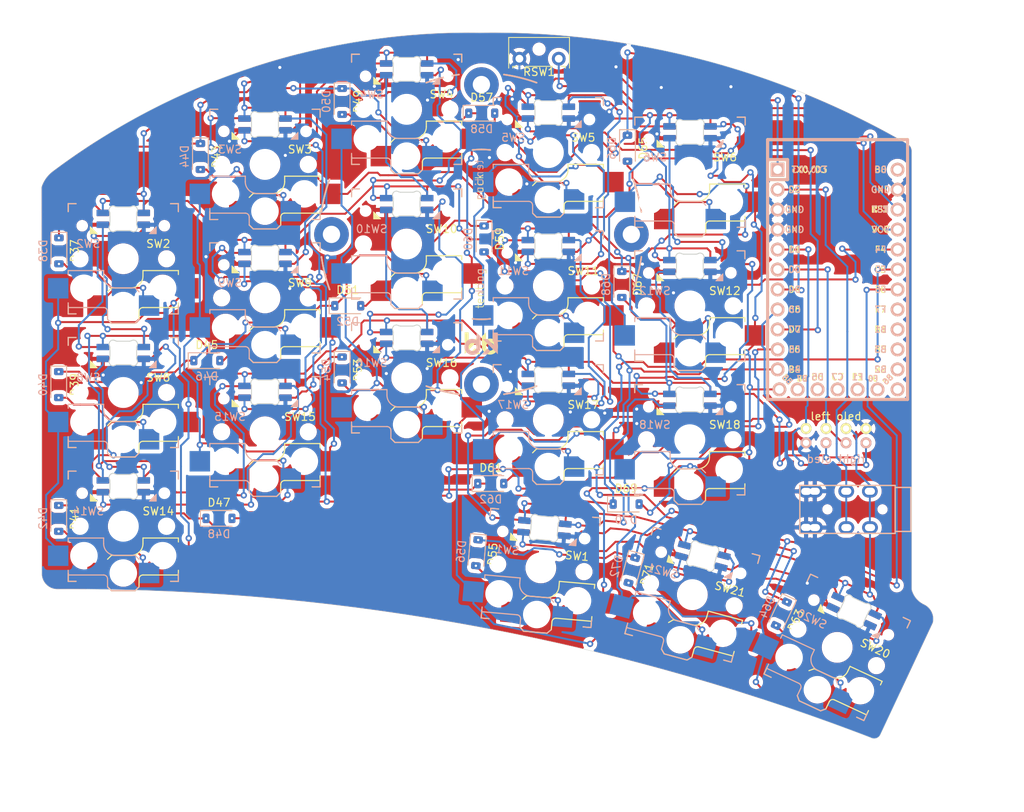
<source format=kicad_pcb>
(kicad_pcb (version 20221018) (generator pcbnew)
  (layers (0 "F.Cu" signal) (31 "B.Cu" signal) (34 "B.Paste" user) (35 "F.Paste" user) (36 "B.SilkS" user "B.Silkscreen") (37 "F.SilkS" user "F.Silkscreen") (38 "B.Mask" user) (39 "F.Mask" user) (44 "Edge.Cuts" user))
  (net 0 "")
  (net 1 "gnd")
  (net 2 "vcc")
  (net 3 "Net-(D1-DOUT)")
  (net 4 "reset")
  (net 5 "Net-(D2-DOUT)")
  (net 6 "Net-(D16-DOUT)")
  (net 7 "Net-(D3-DOUT)")
  (net 8 "Net-(D17-DOUT)")
  (net 9 "Net-(D4-DOUT)")
  (net 10 "Net-(D5-DOUT)")
  (net 11 "Net-(D6-DOUT)")
  (net 12 "Net-(D10-DIN)")
  (net 13 "Net-(D11-DIN)")
  (net 14 "Net-(D12-DIN)")
  (net 15 "Net-(D10-DOUT)")
  (net 16 "Net-(D11-DOUT)")
  (net 17 "Net-(D12-DOUT)")
  (net 18 "Net-(D13-DOUT)")
  (net 19 "Net-(D14-DOUT)")
  (net 20 "Net-(D15-DOUT)")
  (net 22 "raw")
  (net 23 "Net-(D19-DOUT)")
  (net 24 "Net-(D20-DOUT)")
  (net 25 "led")
  (net 26 "Net-(D20-DIN)")
  (net 27 "data")
  (net 28 "Net-(D21-DOUT)")
  (net 29 "Net-(D21-DIN)")
  (net 30 "Net-(D22-DOUT)")
  (net 31 "Net-(D23-DOUT)")
  (net 32 "Net-(D24-DOUT)")
  (net 33 "Net-(D25-DOUT)")
  (net 34 "Net-(D26-DOUT)")
  (net 35 "Net-(D27-DOUT)")
  (net 36 "Net-(D28-DOUT)")
  (net 37 "Net-(D29-DOUT)")
  (net 38 "Net-(D30-DOUT)")
  (net 39 "Net-(D31-DOUT)")
  (net 40 "Net-(D32-DOUT)")
  (net 41 "Net-(D33-DOUT)")
  (net 43 "row0")
  (net 44 "sda")
  (net 45 "scl")
  (net 46 "Net-(D37-A)")
  (net 47 "row1")
  (net 48 "Net-(D39-A)")
  (net 49 "row2")
  (net 50 "Net-(D41-A)")
  (net 51 "Net-(D43-A)")
  (net 52 "Net-(D45-A)")
  (net 53 "Net-(D47-A)")
  (net 54 "Net-(D49-A)")
  (net 55 "Net-(D51-A)")
  (net 56 "Net-(D53-A)")
  (net 57 "row3")
  (net 58 "Net-(D55-A)")
  (net 59 "Net-(D57-A)")
  (net 60 "Net-(D59-A)")
  (net 61 "Net-(D61-A)")
  (net 62 "Net-(D63-A)")
  (net 63 "Net-(D65-A)")
  (net 64 "Net-(D67-A)")
  (net 65 "Net-(D69-A)")
  (net 66 "Net-(D71-A)")
  (net 67 "col2")
  (net 68 "col0")
  (net 69 "col1")
  (net 70 "col3")
  (net 71 "col4")
  (footprint "Keebio-Parts:TRRS-PJ-320A" (layer "F.Cu") (at 120.5518 73.072711 -90)
    (fp_text reference "J2")
    (fp_text value "AudioJack4dpb")
  )
  (footprint "Keebio-Parts:SW_Tactile_SPST_Angled_MJTP1117-no-mount" (layer "F.Cu") (at 72.808798 15.765212)
    (fp_text reference "RSW1")
    (fp_text value "SW_Push")
  )
  (footprint "keyswitches:Kailh_socket_PG1350_reversible" (layer "F.Cu") (at 22.483799 41.202711)
    (fp_text reference "SW2")
    (fp_text value "SW_Push")
  )
  (footprint "keyswitches:Kailh_socket_PG1350_reversible" (layer "F.Cu") (at 40.483801 29.202711)
    (fp_text reference "SW3")
    (fp_text value "SW_Push")
  )
  (footprint "keyswitches:Kailh_socket_PG1350_reversible" (layer "F.Cu") (at 58.483798 22.202711)
    (fp_text reference "SW4")
    (fp_text value "SW_Push")
  )
  (footprint "keyswitches:Kailh_socket_PG1350_reversible" (layer "F.Cu") (at 76.483798 27.702712)
    (fp_text reference "SW5")
    (fp_text value "SW_Push")
  )
  (footprint "keyswitches:Kailh_socket_PG1350_reversible" (layer "F.Cu") (at 94.483798 30.202711)
    (fp_text reference "SW6")
    (fp_text value "SW_Push")
  )
  (footprint "keyswitches:Kailh_socket_PG1350_reversible" (layer "F.Cu") (at 22.483799 58.202711)
    (fp_text reference "SW8")
    (fp_text value "SW_Push")
  )
  (footprint "keyswitches:Kailh_socket_PG1350_reversible" (layer "F.Cu") (at 40.4838 46.176711)
    (fp_text reference "SW9")
    (fp_text value "SW_Push")
  )
  (footprint "keyswitches:Kailh_socket_PG1350_reversible" (layer "F.Cu") (at 58.4838 39.318711)
    (fp_text reference "SW10")
    (fp_text value "SW_Push")
  )
  (footprint "keyswitches:Kailh_socket_PG1350_reversible" (layer "F.Cu") (at 76.4838 44.652714)
    (fp_text reference "SW11")
    (fp_text value "SW_Push")
  )
  (footprint "keyswitches:Kailh_socket_PG1350_reversible" (layer "F.Cu") (at 94.463799 47.192711)
    (fp_text reference "SW12")
    (fp_text value "SW_Push")
  )
  (footprint "keyswitches:Kailh_socket_PG1350_reversible" (layer "F.Cu") (at 22.483799 75.202709)
    (fp_text reference "SW14")
    (fp_text value "SW_Push")
  )
  (footprint "keyswitches:Kailh_socket_PG1350_reversible" (layer "F.Cu") (at 40.483799 63.19471)
    (fp_text reference "SW15")
    (fp_text value "SW_Push")
  )
  (footprint "keyswitches:Kailh_socket_PG1350_reversible" (layer "F.Cu") (at 58.483797 56.336711)
    (fp_text reference "SW16")
    (fp_text value "SW_Push")
  )
  (footprint "keyswitches:Kailh_socket_PG1350_reversible" (layer "F.Cu") (at 76.483799 61.670713)
    (fp_text reference "SW17")
    (fp_text value "SW_Push")
  )
  (footprint "keyswitches:Kailh_socket_PG1350_reversible" (layer "F.Cu") (at 94.457454 64.210711)
    (fp_text reference "SW18")
    (fp_text value "SW_Push")
  )
  (footprint "keyswitches:Kailh_socket_PG1350_reversible" (layer "F.Cu") (at 113.183801 90.602709 -25)
    (fp_text reference "SW20")
    (fp_text value "SW_Push")
  )
  (footprint "keyswitches:Kailh_socket_PG1350_reversible" (layer "F.Cu") (at 94.783798 83.902711 -15)
    (fp_text reference "SW21")
    (fp_text value "SW_Push")
  )
  (footprint "kbd:Tenting_Puck2" (layer "F.Cu") (at 67.9838 38.102712)
    (fp_text reference "REF**")
    (fp_text value "Tenting Puck")
  )
  (footprint "sweep36:MX_SK6812MINI-E_REV" (layer "F.Cu") (at 75.533799 80.502709 175)
    (fp_text reference "D12" hide)
    (fp_text value "SK6812MINI-E")
    (fp_line (start -1.699999 5.782842) (end -1.699999 4.377158) (stroke (width 0.1)) (layer "Edge.Cuts"))
    (fp_line (start -0.794452 3.58) (end 0.794452 3.58) (stroke (width 0.1)) (layer "Edge.Cuts"))
    (fp_line (start 0.794452 6.579999) (end -0.794453 6.579999) (stroke (width 0.1)) (layer "Edge.Cuts"))
    (fp_line (start 1.699999 4.377158) (end 1.699999 5.782842) (stroke (width 0.1)) (layer "Edge.Cuts"))
    (fp_arc (start -1.749484 4.16028) (mid -1.712527 4.265932) (end -1.699999 4.377158) (stroke (width 0.1)) (layer "Edge.Cuts"))
    (fp_arc (start -1.749484 4.160281) (mid -1.638072 3.575966) (end -1.046711 3.511701) (stroke (width 0.1)) (layer "Edge.Cuts"))
    (fp_arc (start -1.699999 5.782843) (mid -1.712527 5.894069) (end -1.749484 5.99972) (stroke (width 0.1)) (layer "Edge.Cuts"))
    (fp_arc (start -1.046711 6.648298) (mid -1.63807 6.584034) (end -1.749484 5.99972) (stroke (width 0.1)) (layer "Edge.Cuts"))
    (fp_arc (start -1.046711 6.648298) (mid -0.925124 6.597376) (end -0.794453 6.579999) (stroke (width 0.1)) (layer "Edge.Cuts"))
    (fp_arc (start -0.794452 3.58) (mid -0.925123 3.562623) (end -1.046711 3.511701) (stroke (width 0.1)) (layer "Edge.Cuts"))
    (fp_arc (start 0.794453 6.58) (mid 0.925123 6.597377) (end 1.046711 6.648299) (stroke (width 0.1)) (layer "Edge.Cuts"))
    (fp_arc (start 1.04671 3.511701) (mid 0.925122 3.562623) (end 0.794452 3.58) (stroke (width 0.1)) (layer "Edge.Cuts"))
    (fp_arc (start 1.046711 3.511703) (mid 1.63807 3.575965) (end 1.749484 4.16028) (stroke (width 0.1)) (layer "Edge.Cuts"))
    (fp_arc (start 1.699999 4.377157) (mid 1.712527 4.265932) (end 1.749484 4.16028) (stroke (width 0.1)) (layer "Edge.Cuts"))
    (fp_arc (start 1.749484 5.99972) (mid 1.638072 6.584037) (end 1.046711 6.648299) (stroke (width 0.1)) (layer "Edge.Cuts"))
    (fp_arc (start 1.749484 5.99972) (mid 1.71251 5.894071) (end 1.699999 5.782842) (stroke (width 0.1)) (layer "Edge.Cuts"))
  )
  (footprint "sweep36:MX_SK6812MINI-E_REV" (layer "F.Cu") (at 40.483801 29.202711 180)
    (fp_text reference "D16" hide)
    (fp_text value "SK6812MINI-E")
    (fp_line (start -1.699999 5.782842) (end -1.699999 4.377158) (stroke (width 0.1)) (layer "Edge.Cuts"))
    (fp_line (start -0.794452 3.58) (end 0.794452 3.58) (stroke (width 0.1)) (layer "Edge.Cuts"))
    (fp_line (start 0.794452 6.579999) (end -0.794453 6.579999) (stroke (width 0.1)) (layer "Edge.Cuts"))
    (fp_line (start 1.699999 4.377158) (end 1.699999 5.782842) (stroke (width 0.1)) (layer "Edge.Cuts"))
    (fp_arc (start -1.749484 4.16028) (mid -1.712527 4.265932) (end -1.699999 4.377158) (stroke (width 0.1)) (layer "Edge.Cuts"))
    (fp_arc (start -1.749484 4.160281) (mid -1.638072 3.575965) (end -1.046711 3.511701) (stroke (width 0.1)) (layer "Edge.Cuts"))
    (fp_arc (start -1.699999 5.782843) (mid -1.712527 5.894068) (end -1.749484 5.99972) (stroke (width 0.1)) (layer "Edge.Cuts"))
    (fp_arc (start -1.046711 6.648298) (mid -1.638071 6.584034) (end -1.749484 5.99972) (stroke (width 0.1)) (layer "Edge.Cuts"))
    (fp_arc (start -1.046711 6.648298) (mid -0.925123 6.597376) (end -0.794453 6.579999) (stroke (width 0.1)) (layer "Edge.Cuts"))
    (fp_arc (start -0.794452 3.58) (mid -0.925123 3.562623) (end -1.046711 3.511701) (stroke (width 0.1)) (layer "Edge.Cuts"))
    (fp_arc (start 0.794453 6.58) (mid 0.925123 6.597377) (end 1.046711 6.648299) (stroke (width 0.1)) (layer "Edge.Cuts"))
    (fp_arc (start 1.04671 3.511701) (mid 0.925122 3.562623) (end 0.794452 3.58) (stroke (width 0.1)) (layer "Edge.Cuts"))
    (fp_arc (start 1.046711 3.511703) (mid 1.63807 3.575965) (end 1.749484 4.16028) (stroke (width 0.1)) (layer "Edge.Cuts"))
    (fp_arc (start 1.699999 4.377157) (mid 1.712527 4.265931) (end 1.749484 4.16028) (stroke (width 0.1)) (layer "Edge.Cuts"))
    (fp_arc (start 1.749484 5.99972) (mid 1.638072 6.584037) (end 1.046711 6.648299) (stroke (width 0.1)) (layer "Edge.Cuts"))
    (fp_arc (start 1.749484 5.99972) (mid 1.712518 5.89407) (end 1.699999 5.782842) (stroke (width 0.1)) (layer "Edge.Cuts"))
  )
  (footprint "Diode_SMD:D_SOD-123" (layer "F.Cu") (at 68.32 38.68 -90)
    (fp_text reference "D59")
    (fp_text value "1N4148W")
  )
  (footprint "sweep36:MX_SK6812MINI-E_REV" (layer "F.Cu") (at 58.483797 56.336711 180)
    (fp_text reference "D8" hide)
    (fp_text value "SK6812MINI-E")
    (fp_line (start -1.699999 5.782842) (end -1.699999 4.377158) (stroke (width 0.1)) (layer "Edge.Cuts"))
    (fp_line (start -0.794452 3.58) (end 0.794452 3.58) (stroke (width 0.1)) (layer "Edge.Cuts"))
    (fp_line (start 0.794452 6.579999) (end -0.794453 6.579999) (stroke (width 0.1)) (layer "Edge.Cuts"))
    (fp_line (start 1.699999 4.377158) (end 1.699999 5.782842) (stroke (width 0.1)) (layer "Edge.Cuts"))
    (fp_arc (start -1.749484 4.16028) (mid -1.712527 4.265932) (end -1.699999 4.377158) (stroke (width 0.1)) (layer "Edge.Cuts"))
    (fp_arc (start -1.749484 4.160281) (mid -1.638072 3.575965) (end -1.046711 3.511701) (stroke (width 0.1)) (layer "Edge.Cuts"))
    (fp_arc (start -1.699999 5.782843) (mid -1.712527 5.894068) (end -1.749484 5.99972) (stroke (width 0.1)) (layer "Edge.Cuts"))
    (fp_arc (start -1.046711 6.648298) (mid -1.638071 6.584034) (end -1.749484 5.99972) (stroke (width 0.1)) (layer "Edge.Cuts"))
    (fp_arc (start -1.046711 6.648298) (mid -0.925123 6.597376) (end -0.794453 6.579999) (stroke (width 0.1)) (layer "Edge.Cuts"))
    (fp_arc (start -0.794452 3.58) (mid -0.925123 3.562623) (end -1.046711 3.511701) (stroke (width 0.1)) (layer "Edge.Cuts"))
    (fp_arc (start 0.794453 6.58) (mid 0.925123 6.597377) (end 1.046711 6.648299) (stroke (width 0.1)) (layer "Edge.Cuts"))
    (fp_arc (start 1.04671 3.511701) (mid 0.925122 3.562623) (end 0.794452 3.58) (stroke (width 0.1)) (layer "Edge.Cuts"))
    (fp_arc (start 1.046711 3.511703) (mid 1.63807 3.575965) (end 1.749484 4.16028) (stroke (width 0.1)) (layer "Edge.Cuts"))
    (fp_arc (start 1.699999 4.377157) (mid 1.712527 4.265931) (end 1.749484 4.16028) (stroke (width 0.1)) (layer "Edge.Cuts"))
    (fp_arc (start 1.749484 5.99972) (mid 1.638072 6.584037) (end 1.046711 6.648299) (stroke (width 0.1)) (layer "Edge.Cuts"))
    (fp_arc (start 1.749484 5.99972) (mid 1.712518 5.89407) (end 1.699999 5.782842) (stroke (width 0.1)) (layer "Edge.Cuts"))
  )
  (footprint "Diode_SMD:D_SOD-123" (layer "F.Cu") (at 87.092949 80.813778 -105)
    (fp_text reference "D71")
    (fp_text value "1N4148W")
  )
  (footprint "sweep36:MX_SK6812MINI-E_REV" (layer "F.Cu") (at 58.483798 22.202711 180)
    (fp_text reference "D2" hide)
    (fp_text value "SK6812MINI-E")
    (fp_line (start -1.699999 5.782842) (end -1.699999 4.377158) (stroke (width 0.1)) (layer "Edge.Cuts"))
    (fp_line (start -0.794452 3.58) (end 0.794452 3.58) (stroke (width 0.1)) (layer "Edge.Cuts"))
    (fp_line (start 0.794452 6.579999) (end -0.794453 6.579999) (stroke (width 0.1)) (layer "Edge.Cuts"))
    (fp_line (start 1.699999 4.377158) (end 1.699999 5.782842) (stroke (width 0.1)) (layer "Edge.Cuts"))
    (fp_arc (start -1.749484 4.16028) (mid -1.712527 4.265932) (end -1.699999 4.377158) (stroke (width 0.1)) (layer "Edge.Cuts"))
    (fp_arc (start -1.749484 4.160281) (mid -1.638072 3.575965) (end -1.046711 3.511701) (stroke (width 0.1)) (layer "Edge.Cuts"))
    (fp_arc (start -1.699999 5.782843) (mid -1.712527 5.894068) (end -1.749484 5.99972) (stroke (width 0.1)) (layer "Edge.Cuts"))
    (fp_arc (start -1.046711 6.648298) (mid -1.638071 6.584034) (end -1.749484 5.99972) (stroke (width 0.1)) (layer "Edge.Cuts"))
    (fp_arc (start -1.046711 6.648298) (mid -0.925123 6.597376) (end -0.794453 6.579999) (stroke (width 0.1)) (layer "Edge.Cuts"))
    (fp_arc (start -0.794452 3.58) (mid -0.925123 3.562623) (end -1.046711 3.511701) (stroke (width 0.1)) (layer "Edge.Cuts"))
    (fp_arc (start 0.794453 6.58) (mid 0.925123 6.597377) (end 1.046711 6.648299) (stroke (width 0.1)) (layer "Edge.Cuts"))
    (fp_arc (start 1.04671 3.511701) (mid 0.925122 3.562623) (end 0.794452 3.58) (stroke (width 0.1)) (layer "Edge.Cuts"))
    (fp_arc (start 1.046711 3.511703) (mid 1.63807 3.575965) (end 1.749484 4.16028) (stroke (width 0.1)) (layer "Edge.Cuts"))
    (fp_arc (start 1.699999 4.377157) (mid 1.712527 4.265931) (end 1.749484 4.16028) (stroke (width 0.1)) (layer "Edge.Cuts"))
    (fp_arc (start 1.749484 5.99972) (mid 1.638072 6.584037) (end 1.046711 6.648299) (stroke (width 0.1)) (layer "Edge.Cuts"))
    (fp_arc (start 1.749484 5.99972) (mid 1.712518 5.89407) (end 1.699999 5.782842) (stroke (width 0.1)) (layer "Edge.Cuts"))
  )
  (footprint "Diode_SMD:D_SOD-123" (layer "F.Cu") (at 14.283799 57.202711 -90)
    (fp_text reference "D39")
    (fp_text value "1N4148W")
  )
  (footprint "sweep36:MX_SK6812MINI-E_REV" (layer "F.Cu") (at 94.783798 83.902711 165)
    (fp_text reference "D15" hide)
    (fp_text value "SK6812MINI-E")
    (fp_line (start -1.699999 5.782842) (end -1.699999 4.377158) (stroke (width 0.1)) (layer "Edge.Cuts"))
    (fp_line (start -0.794452 3.58) (end 0.794452 3.58) (stroke (width 0.1)) (layer "Edge.Cuts"))
    (fp_line (start 0.794452 6.579999) (end -0.794453 6.579999) (stroke (width 0.1)) (layer "Edge.Cuts"))
    (fp_line (start 1.699999 4.377158) (end 1.699999 5.782842) (stroke (width 0.1)) (layer "Edge.Cuts"))
    (fp_arc (start -1.749484 4.16028) (mid -1.712527 4.265932) (end -1.699999 4.377158) (stroke (width 0.1)) (layer "Edge.Cuts"))
    (fp_arc (start -1.749484 4.160281) (mid -1.638072 3.575965) (end -1.046711 3.511701) (stroke (width 0.1)) (layer "Edge.Cuts"))
    (fp_arc (start -1.699999 5.782843) (mid -1.712527 5.894069) (end -1.749484 5.99972) (stroke (width 0.1)) (layer "Edge.Cuts"))
    (fp_arc (start -1.046711 6.648298) (mid -1.63807 6.584034) (end -1.749484 5.99972) (stroke (width 0.1)) (layer "Edge.Cuts"))
    (fp_arc (start -1.046711 6.648298) (mid -0.925124 6.597376) (end -0.794453 6.579999) (stroke (width 0.1)) (layer "Edge.Cuts"))
    (fp_arc (start -0.794452 3.58) (mid -0.925122 3.562623) (end -1.046711 3.511701) (stroke (width 0.1)) (layer "Edge.Cuts"))
    (fp_arc (start 0.794453 6.58) (mid 0.925123 6.597377) (end 1.046711 6.648299) (stroke (width 0.1)) (layer "Edge.Cuts"))
    (fp_arc (start 1.04671 3.511701) (mid 0.925122 3.562623) (end 0.794452 3.58) (stroke (width 0.1)) (layer "Edge.Cuts"))
    (fp_arc (start 1.046711 3.511703) (mid 1.63807 3.575965) (end 1.749484 4.16028) (stroke (width 0.1)) (layer "Edge.Cuts"))
    (fp_arc (start 1.699999 4.377157) (mid 1.712527 4.265931) (end 1.749484 4.16028) (stroke (width 0.1)) (layer "Edge.Cuts"))
    (fp_arc (start 1.749484 5.99972) (mid 1.638072 6.584037) (end 1.046711 6.648299) (stroke (width 0.1)) (layer "Edge.Cuts"))
    (fp_arc (start 1.749484 5.99972) (mid 1.712518 5.89407) (end 1.699999 5.782842) (stroke (width 0.1)) (layer "Edge.Cuts"))
  )
  (footprint "Diode_SMD:D_SOD-123" (layer "F.Cu") (at 106.1 86.33 -115)
    (fp_text reference "D63")
    (fp_text value "1N4148W")
  )
  (footprint "Diode_SMD:D_SOD-123" (layer "F.Cu") (at 69.17 69.78)
    (fp_text reference "D61")
    (fp_text value "1N4148W")
  )
  (footprint "Diode_SMD:D_SOD-123" (layer "F.Cu") (at 50.283798 21.202711 -90)
    (fp_text reference "D49")
    (fp_text value "1N4148W")
  )
  (footprint "Diode_SMD:D_SOD-123" (layer "F.Cu") (at 34.64 74.2)
    (fp_text reference "D47")
    (fp_text value "1N4148W")
  )
  (footprint "Diode_SMD:D_SOD-123" (layer "F.Cu") (at 86.3725 72.39)
    (fp_text reference "D69")
    (fp_text value "1N4148W")
  )
  (footprint "sweep36:MX_SK6812MINI-E_REV" (layer "F.Cu") (at 76.483799 61.670713 180)
    (fp_text reference "D11" hide)
    (fp_text value "SK6812MINI-E")
    (fp_line (start -1.699999 5.782842) (end -1.699999 4.377158) (stroke (width 0.1)) (layer "Edge.Cuts"))
    (fp_line (start -0.794452 3.58) (end 0.794452 3.58) (stroke (width 0.1)) (layer "Edge.Cuts"))
    (fp_line (start 0.794452 6.579999) (end -0.794453 6.579999) (stroke (width 0.1)) (layer "Edge.Cuts"))
    (fp_line (start 1.699999 4.377158) (end 1.699999 5.782842) (stroke (width 0.1)) (layer "Edge.Cuts"))
    (fp_arc (start -1.749484 4.16028) (mid -1.712527 4.265932) (end -1.699999 4.377158) (stroke (width 0.1)) (layer "Edge.Cuts"))
    (fp_arc (start -1.749484 4.160281) (mid -1.638072 3.575965) (end -1.046711 3.511701) (stroke (width 0.1)) (layer "Edge.Cuts"))
    (fp_arc (start -1.699999 5.782843) (mid -1.712527 5.894068) (end -1.749484 5.99972) (stroke (width 0.1)) (layer "Edge.Cuts"))
    (fp_arc (start -1.046711 6.648298) (mid -1.638071 6.584034) (end -1.749484 5.99972) (stroke (width 0.1)) (layer "Edge.Cuts"))
    (fp_arc (start -1.046711 6.648298) (mid -0.925123 6.597376) (end -0.794453 6.579999) (stroke (width 0.1)) (layer "Edge.Cuts"))
    (fp_arc (start -0.794452 3.58) (mid -0.925123 3.562623) (end -1.046711 3.511701) (stroke (width 0.1)) (layer "Edge.Cuts"))
    (fp_arc (start 0.794453 6.58) (mid 0.925123 6.597377) (end 1.046711 6.648299) (stroke (width 0.1)) (layer "Edge.Cuts"))
    (fp_arc (start 1.04671 3.511701) (mid 0.925122 3.562623) (end 0.794452 3.58) (stroke (width 0.1)) (layer "Edge.Cuts"))
    (fp_arc (start 1.046711 3.511703) (mid 1.63807 3.575965) (end 1.749484 4.16028) (stroke (width 0.1)) (layer "Edge.Cuts"))
    (fp_arc (start 1.699999 4.377157) (mid 1.712527 4.265931) (end 1.749484 4.16028) (stroke (width 0.1)) (layer "Edge.Cuts"))
    (fp_arc (start 1.749484 5.99972) (mid 1.638072 6.584037) (end 1.046711 6.648299) (stroke (width 0.1)) (layer "Edge.Cuts"))
    (fp_arc (start 1.749484 5.99972) (mid 1.712518 5.89407) (end 1.699999 5.782842) (stroke (width 0.1)) (layer "Edge.Cuts"))
  )
  (footprint "Keebio-Parts:Elite-C" (layer "F.Cu") (at 113.233798 43.839461 -90)
    (fp_text reference "U2" hide)
    (fp_text value "Elite-C" hide)
  )
  (footprint "sweep36:MX_SK6812MINI-E_REV" (layer "F.Cu") (at 76.4838 44.652714 180)
    (fp_text reference "D14" hide)
    (fp_text value "SK6812MINI-E")
    (fp_line (start -1.699999 5.782842) (end -1.699999 4.377158) (stroke (width 0.1)) (layer "Edge.Cuts"))
    (fp_line (start -0.794452 3.58) (end 0.794452 3.58) (stroke (width 0.1)) (layer "Edge.Cuts"))
    (fp_line (start 0.794452 6.579999) (end -0.794453 6.579999) (stroke (width 0.1)) (layer "Edge.Cuts"))
    (fp_line (start 1.699999 4.377158) (end 1.699999 5.782842) (stroke (width 0.1)) (layer "Edge.Cuts"))
    (fp_arc (start -1.749484 4.16028) (mid -1.712527 4.265932) (end -1.699999 4.377158) (stroke (width 0.1)) (layer "Edge.Cuts"))
    (fp_arc (start -1.749484 4.160281) (mid -1.638072 3.575965) (end -1.046711 3.511701) (stroke (width 0.1)) (layer "Edge.Cuts"))
    (fp_arc (start -1.699999 5.782843) (mid -1.712527 5.894068) (end -1.749484 5.99972) (stroke (width 0.1)) (layer "Edge.Cuts"))
    (fp_arc (start -1.046711 6.648298) (mid -1.638071 6.584034) (end -1.749484 5.99972) (stroke (width 0.1)) (layer "Edge.Cuts"))
    (fp_arc (start -1.046711 6.648298) (mid -0.925123 6.597376) (end -0.794453 6.579999) (stroke (width 0.1)) (layer "Edge.Cuts"))
    (fp_arc (start -0.794452 3.58) (mid -0.925123 3.562623) (end -1.046711 3.511701) (stroke (width 0.1)) (layer "Edge.Cuts"))
    (fp_arc (start 0.794453 6.58) (mid 0.925123 6.597377) (end 1.046711 6.648299) (stroke (width 0.1)) (layer "Edge.Cuts"))
    (fp_arc (start 1.04671 3.511701) (mid 0.925122 3.562623) (end 0.794452 3.58) (stroke (width 0.1)) (layer "Edge.Cuts"))
    (fp_arc (start 1.046711 3.511703) (mid 1.63807 3.575965) (end 1.749484 4.16028) (stroke (width 0.1)) (layer "Edge.Cuts"))
    (fp_arc (start 1.699999 4.377157) (mid 1.712527 4.265931) (end 1.749484 4.16028) (stroke (width 0.1)) (layer "Edge.Cuts"))
    (fp_arc (start 1.749484 5.99972) (mid 1.638072 6.584037) (end 1.046711 6.648299) (stroke (width 0.1)) (layer "Edge.Cuts"))
    (fp_arc (start 1.749484 5.99972) (mid 1.712518 5.89407) (end 1.699999 5.782842) (stroke (width 0.1)) (layer "Edge.Cuts"))
  )
  (footprint "sweep36:MX_SK6812MINI-E_REV" (layer "F.Cu") (at 40.483799 63.19471 180)
    (fp_text reference "D10" hide)
    (fp_text value "SK6812MINI-E")
    (fp_line (start -1.699999 5.782842) (end -1.699999 4.377158) (stroke (width 0.1)) (layer "Edge.Cuts"))
    (fp_line (start -0.794452 3.58) (end 0.794452 3.58) (stroke (width 0.1)) (layer "Edge.Cuts"))
    (fp_line (start 0.794452 6.579999) (end -0.794453 6.579999) (stroke (width 0.1)) (layer "Edge.Cuts"))
    (fp_line (start 1.699999 4.377158) (end 1.699999 5.782842) (stroke (width 0.1)) (layer "Edge.Cuts"))
    (fp_arc (start -1.749484 4.16028) (mid -1.712527 4.265932) (end -1.699999 4.377158) (stroke (width 0.1)) (layer "Edge.Cuts"))
    (fp_arc (start -1.749484 4.160281) (mid -1.638072 3.575965) (end -1.046711 3.511701) (stroke (width 0.1)) (layer "Edge.Cuts"))
    (fp_arc (start -1.699999 5.782843) (mid -1.712527 5.894068) (end -1.749484 5.99972) (stroke (width 0.1)) (layer "Edge.Cuts"))
    (fp_arc (start -1.046711 6.648298) (mid -1.638071 6.584034) (end -1.749484 5.99972) (stroke (width 0.1)) (layer "Edge.Cuts"))
    (fp_arc (start -1.046711 6.648298) (mid -0.925123 6.597376) (end -0.794453 6.579999) (stroke (width 0.1)) (layer "Edge.Cuts"))
    (fp_arc (start -0.794452 3.58) (mid -0.925123 3.562623) (end -1.046711 3.511701) (stroke (width 0.1)) (layer "Edge.Cuts"))
    (fp_arc (start 0.794453 6.58) (mid 0.925123 6.597377) (end 1.046711 6.648299) (stroke (width 0.1)) (layer "Edge.Cuts"))
    (fp_arc (start 1.04671 3.511701) (mid 0.925122 3.562623) (end 0.794452 3.58) (stroke (width 0.1)) (layer "Edge.Cuts"))
    (fp_arc (start 1.046711 3.511703) (mid 1.63807 3.575965) (end 1.749484 4.16028) (stroke (width 0.1)) (layer "Edge.Cuts"))
    (fp_arc (start 1.699999 4.377157) (mid 1.712527 4.265931) (end 1.749484 4.16028) (stroke (width 0.1)) (layer "Edge.Cuts"))
    (fp_arc (start 1.749484 5.99972) (mid 1.638072 6.584037) (end 1.046711 6.648299) (stroke (width 0.1)) (layer "Edge.Cuts"))
    (fp_arc (start 1.749484 5.99972) (mid 1.712518 5.89407) (end 1.699999 5.782842) (stroke (width 0.1)) (layer "Edge.Cuts"))
  )
  (footprint "sweep36:MX_SK6812MINI-E_REV" (layer "F.Cu") (at 22.483799 41.202711 180)
    (fp_text reference "D1" hide)
    (fp_text value "SK6812MINI-E")
    (fp_line (start -1.699999 5.782842) (end -1.699999 4.377158) (stroke (width 0.1)) (layer "Edge.Cuts"))
    (fp_line (start -0.794452 3.58) (end 0.794452 3.58) (stroke (width 0.1)) (layer "Edge.Cuts"))
    (fp_line (start 0.794452 6.579999) (end -0.794453 6.579999) (stroke (width 0.1)) (layer "Edge.Cuts"))
    (fp_line (start 1.699999 4.377158) (end 1.699999 5.782842) (stroke (width 0.1)) (layer "Edge.Cuts"))
    (fp_arc (start -1.749484 4.16028) (mid -1.712527 4.265932) (end -1.699999 4.377158) (stroke (width 0.1)) (layer "Edge.Cuts"))
    (fp_arc (start -1.749484 4.160281) (mid -1.638072 3.575965) (end -1.046711 3.511701) (stroke (width 0.1)) (layer "Edge.Cuts"))
    (fp_arc (start -1.699999 5.782843) (mid -1.712527 5.894068) (end -1.749484 5.99972) (stroke (width 0.1)) (layer "Edge.Cuts"))
    (fp_arc (start -1.046711 6.648298) (mid -1.638071 6.584034) (end -1.749484 5.99972) (stroke (width 0.1)) (layer "Edge.Cuts"))
    (fp_arc (start -1.046711 6.648298) (mid -0.925123 6.597376) (end -0.794453 6.579999) (stroke (width 0.1)) (layer "Edge.Cuts"))
    (fp_arc (start -0.794452 3.58) (mid -0.925123 3.562623) (end -1.046711 3.511701) (stroke (width 0.1)) (layer "Edge.Cuts"))
    (fp_arc (start 0.794453 6.58) (mid 0.925123 6.597377) (end 1.046711 6.648299) (stroke (width 0.1)) (layer "Edge.Cuts"))
    (fp_arc (start 1.04671 3.511701) (mid 0.925122 3.562623) (end 0.794452 3.58) (stroke (width 0.1)) (layer "Edge.Cuts"))
    (fp_arc (start 1.046711 3.511703) (mid 1.63807 3.575965) (end 1.749484 4.16028) (stroke (width 0.1)) (layer "Edge.Cuts"))
    (fp_arc (start 1.699999 4.377157) (mid 1.712527 4.265931) (end 1.749484 4.16028) (stroke (width 0.1)) (layer "Edge.Cuts"))
    (fp_arc (start 1.749484 5.99972) (mid 1.638072 6.584037) (end 1.046711 6.648299) (stroke (width 0.1)) (layer "Edge.Cuts"))
    (fp_arc (start 1.749484 5.99972) (mid 1.712518 5.89407) (end 1.699999 5.782842) (stroke (width 0.1)) (layer "Edge.Cuts"))
  )
  (footprint "Diode_SMD:D_SOD-123" (layer "F.Cu") (at 14.283799 74.202709 -90)
    (fp_text reference "D41")
    (fp_text value "1N4148W")
  )
  (footprint "sweep36:MX_SK6812MINI-E_REV" (layer "F.Cu") (at 94.4638 64.210712 180)
    (fp_text reference "D9" hide)
    (fp_text value "SK6812MINI-E")
    (fp_line (start -1.699999 5.782842) (end -1.699999 4.377158) (stroke (width 0.1)) (layer "Edge.Cuts"))
    (fp_line (start -0.794452 3.58) (end 0.794452 3.58) (stroke (width 0.1)) (layer "Edge.Cuts"))
    (fp_line (start 0.794452 6.579999) (end -0.794453 6.579999) (stroke (width 0.1)) (layer "Edge.Cuts"))
    (fp_line (start 1.699999 4.377158) (end 1.699999 5.782842) (stroke (width 0.1)) (layer "Edge.Cuts"))
    (fp_arc (start -1.749484 4.16028) (mid -1.712527 4.265932) (end -1.699999 4.377158) (stroke (width 0.1)) (layer "Edge.Cuts"))
    (fp_arc (start -1.749484 4.160281) (mid -1.638072 3.575965) (end -1.046711 3.511701) (stroke (width 0.1)) (layer "Edge.Cuts"))
    (fp_arc (start -1.699999 5.782843) (mid -1.712527 5.894068) (end -1.749484 5.99972) (stroke (width 0.1)) (layer "Edge.Cuts"))
    (fp_arc (start -1.046711 6.648298) (mid -1.638071 6.584034) (end -1.749484 5.99972) (stroke (width 0.1)) (layer "Edge.Cuts"))
    (fp_arc (start -1.046711 6.648298) (mid -0.925123 6.597376) (end -0.794453 6.579999) (stroke (width 0.1)) (layer "Edge.Cuts"))
    (fp_arc (start -0.794452 3.58) (mid -0.925123 3.562623) (end -1.046711 3.511701) (stroke (width 0.1)) (layer "Edge.Cuts"))
    (fp_arc (start 0.794453 6.58) (mid 0.925123 6.597377) (end 1.046711 6.648299) (stroke (width 0.1)) (layer "Edge.Cuts"))
    (fp_arc (start 1.04671 3.511701) (mid 0.925122 3.562623) (end 0.794452 3.58) (stroke (width 0.1)) (layer "Edge.Cuts"))
    (fp_arc (start 1.046711 3.511703) (mid 1.63807 3.575965) (end 1.749484 4.16028) (stroke (width 0.1)) (layer "Edge.Cuts"))
    (fp_arc (start 1.699999 4.377157) (mid 1.712527 4.265931) (end 1.749484 4.16028) (stroke (width 0.1)) (layer "Edge.Cuts"))
    (fp_arc (start 1.749484 5.99972) (mid 1.638072 6.584037) (end 1.046711 6.648299) (stroke (width 0.1)) (layer "Edge.Cuts"))
    (fp_arc (start 1.749484 5.99972) (mid 1.712518 5.89407) (end 1.699999 5.782842) (stroke (width 0.1)) (layer "Edge.Cuts"))
  )
  (footprint "Diode_SMD:D_SOD-123" (layer "F.Cu") (at 50.283797 55.336711 -90)
    (fp_text reference "D53")
    (fp_text value "1N4148W")
  )
  (footprint "sweep36:MX_SK6812MINI-E_REV" (layer "F.Cu") (at 76.483798 27.702712 180)
    (fp_text reference "D17" hide)
    (fp_text value "SK6812MINI-E")
    (fp_line (start -1.699999 5.782842) (end -1.699999 4.377158) (stroke (width 0.1)) (layer "Edge.Cuts"))
    (fp_line (start -0.794452 3.58) (end 0.794452 3.58) (stroke (width 0.1)) (layer "Edge.Cuts"))
    (fp_line (start 0.794452 6.579999) (end -0.794453 6.579999) (stroke (width 0.1)) (layer "Edge.Cuts"))
    (fp_line (start 1.699999 4.377158) (end 1.699999 5.782842) (stroke (width 0.1)) (layer "Edge.Cuts"))
    (fp_arc (start -1.749484 4.16028) (mid -1.712527 4.265932) (end -1.699999 4.377158) (stroke (width 0.1)) (layer "Edge.Cuts"))
    (fp_arc (start -1.749484 4.160281) (mid -1.638072 3.575965) (end -1.046711 3.511701) (stroke (width 0.1)) (layer "Edge.Cuts"))
    (fp_arc (start -1.699999 5.782843) (mid -1.712527 5.894068) (end -1.749484 5.99972) (stroke (width 0.1)) (layer "Edge.Cuts"))
    (fp_arc (start -1.046711 6.648298) (mid -1.638071 6.584034) (end -1.749484 5.99972) (stroke (width 0.1)) (layer "Edge.Cuts"))
    (fp_arc (start -1.046711 6.648298) (mid -0.925123 6.597376) (end -0.794453 6.579999) (stroke (width 0.1)) (layer "Edge.Cuts"))
    (fp_arc (start -0.794452 3.58) (mid -0.925123 3.562623) (end -1.046711 3.511701) (stroke (width 0.1)) (layer "Edge.Cuts"))
    (fp_arc (start 0.794453 6.58) (mid 0.925123 6.597377) (end 1.046711 6.648299) (stroke (width 0.1)) (layer "Edge.Cuts"))
    (fp_arc (start 1.04671 3.511701) (mid 0.925122 3.562623) (end 0.794452 3.58) (stroke (width 0.1)) (layer "Edge.Cuts"))
    (fp_arc (start 1.046711 3.511703) (mid 1.63807 3.575965) (end 1.749484 4.16028) (stroke (width 0.1)) (layer "Edge.Cuts"))
    (fp_arc (start 1.699999 4.377157) (mid 1.712527 4.265931) (end 1.749484 4.16028) (stroke (width 0.1)) (layer "Edge.Cuts"))
    (fp_arc (start 1.749484 5.99972) (mid 1.638072 6.584037) (end 1.046711 6.648299) (stroke (width 0.1)) (layer "Edge.Cuts"))
    (fp_arc (start 1.749484 5.99972) (mid 1.712518 5.89407) (end 1.699999 5.782842) (stroke (width 0.1)) (layer "Edge.Cuts"))
  )
  (footprint "Diode_SMD:D_SOD-123" (layer "F.Cu") (at 32.283801 28.202711 -90)
    (fp_text reference "D43")
    (fp_text value "1N4148W")
  )
  (footprint "Diode_SMD:D_SOD-123" (layer "F.Cu") (at 67.42 78.58 -95)
    (fp_text reference "D55")
    (fp_text value "1N4148W")
  )
  (footprint "Diode_SMD:D_SOD-123" (layer "F.Cu") (at 85.82 44.4625 -90)
    (fp_text reference "D67")
    (fp_text value "1N4148W")
  )
  (footprint "Diode_SMD:D_SOD-123" (layer "F.Cu") (at 51 47.18)
    (fp_text reference "D51")
    (fp_text value "1N4148W")
  )
  (footprint "sweep36:MX_SK6812MINI-E_REV" (layer "F.Cu") (at 113.183801 90.602709 155)
    (fp_text reference "D18" hide)
    (fp_text value "SK6812MINI-E")
    (fp_line (start -1.699999 5.782842) (end -1.699999 4.377158) (stroke (width 0.1)) (layer "Edge.Cuts"))
    (fp_line (start -0.794452 3.58) (end 0.794452 3.58) (stroke (width 0.1)) (layer "Edge.Cuts"))
    (fp_line (start 0.794452 6.579999) (end -0.794453 6.579999) (stroke (width 0.1)) (layer "Edge.Cuts"))
    (fp_line (start 1.699999 4.377158) (end 1.699999 5.782842) (stroke (width 0.1)) (layer "Edge.Cuts"))
    (fp_arc (start -1.749484 4.16028) (mid -1.712527 4.265932) (end -1.699999 4.377158) (stroke (width 0.1)) (layer "Edge.Cuts"))
    (fp_arc (start -1.749484 4.160281) (mid -1.638072 3.575965) (end -1.046711 3.511701) (stroke (width 0.1)) (layer "Edge.Cuts"))
    (fp_arc (start -1.699999 5.782843) (mid -1.712527 5.894068) (end -1.749484 5.99972) (stroke (width 0.1)) (layer "Edge.Cuts"))
    (fp_arc (start -1.046711 6.648298) (mid -1.638071 6.584034) (end -1.749484 5.99972) (stroke (width 0.1)) (layer "Edge.Cuts"))
    (fp_arc (start -1.046711 6.648298) (mid -0.925124 6.597376) (end -0.794453 6.579999) (stroke (width 0.1)) (layer "Edge.Cuts"))
    (fp_arc (start -0.794452 3.58) (mid -0.925123 3.562623) (end -1.046711 3.511701) (stroke (width 0.1)) (layer "Edge.Cuts"))
    (fp_arc (start 0.794453 6.58) (mid 0.925123 6.597377) (end 1.046711 6.648299) (stroke (width 0.1)) (layer "Edge.Cuts"))
    (fp_arc (start 1.04671 3.511701) (mid 0.925123 3.562624) (end 0.794452 3.58) (stroke (width 0.1)) (layer "Edge.Cuts"))
    (fp_arc (start 1.046711 3.511703) (mid 1.638069 3.575965) (end 1.749484 4.16028) (stroke (width 0.1)) (layer "Edge.Cuts"))
    (fp_arc (start 1.699999 4.377157) (mid 1.712527 4.265932) (end 1.749484 4.16028) (stroke (width 0.1)) (layer "Edge.Cuts"))
    (fp_arc (start 1.749484 5.99972) (mid 1.638072 6.584036) (end 1.046711 6.648299) (stroke (width 0.1)) (layer "Edge.Cuts"))
    (fp_arc (start 1.749484 5.99972) (mid 1.71251 5.894071) (end 1.699999 5.782842) (stroke (width 0.1)) (layer "Edge.Cuts"))
  )
  (footprint "sweep36:MX_SK6812MINI-E_REV" (layer "F.Cu") (at 22.483797 58.252712 180)
    (fp_text reference "D4" hide)
    (fp_text value "SK6812MINI-E")
    (fp_line (start -1.699999 5.782842) (end -1.699999 4.377158) (stroke (width 0.1)) (layer "Edge.Cuts"))
    (fp_line (start -0.794452 3.58) (end 0.794452 3.58) (stroke (width 0.1)) (layer "Edge.Cuts"))
    (fp_line (start 0.794452 6.579999) (end -0.794453 6.579999) (stroke (width 0.1)) (layer "Edge.Cuts"))
    (fp_line (start 1.699999 4.377158) (end 1.699999 5.782842) (stroke (width 0.1)) (layer "Edge.Cuts"))
    (fp_arc (start -1.749484 4.16028) (mid -1.712527 4.265932) (end -1.699999 4.377158) (stroke (width 0.1)) (layer "Edge.Cuts"))
    (fp_arc (start -1.749484 4.160281) (mid -1.638072 3.575965) (end -1.046711 3.511701) (stroke (width 0.1)) (layer "Edge.Cuts"))
    (fp_arc (start -1.699999 5.782843) (mid -1.712527 5.894068) (end -1.749484 5.99972) (stroke (width 0.1)) (layer "Edge.Cuts"))
    (fp_arc (start -1.046711 6.648298) (mid -1.638071 6.584034) (end -1.749484 5.99972) (stroke (width 0.1)) (layer "Edge.Cuts"))
    (fp_arc (start -1.046711 6.648298) (mid -0.925123 6.597376) (end -0.794453 6.579999) (stroke (width 0.1)) (layer "Edge.Cuts"))
    (fp_arc (start -0.794452 3.58) (mid -0.925123 3.562623) (end -1.046711 3.511701) (stroke (width 0.1)) (layer "Edge.Cuts"))
    (fp_arc (start 0.794453 6.58) (mid 0.925123 6.597377) (end 1.046711 6.648299) (stroke (width 0.1)) (layer "Edge.Cuts"))
    (fp_arc (start 1.04671 3.511701) (mid 0.925122 3.562623) (end 0.794452 3.58) (stroke (width 0.1)) (layer "Edge.Cuts"))
    (fp_arc (start 1.046711 3.511703) (mid 1.63807 3.575965) (end 1.749484 4.16028) (stroke (width 0.1)) (layer "Edge.Cuts"))
    (fp_arc (start 1.699999 4.377157) (mid 1.712527 4.265931) (end 1.749484 4.16028) (stroke (width 0.1)) (layer "Edge.Cuts"))
    (fp_arc (start 1.749484 5.99972) (mid 1.638072 6.584037) (end 1.046711 6.648299) (stroke (width 0.1)) (layer "Edge.Cuts"))
    (fp_arc (start 1.749484 5.99972) (mid 1.712518 5.89407) (end 1.699999 5.782842) (stroke (width 0.1)) (layer "Edge.Cuts"))
  )
  (footprint "sweep36:MX_SK6812MINI-E_REV" (layer "F.Cu") (at 94.483798 30.202711 180)
    (fp_text reference "D3" hide)
    (fp_text value "SK6812MINI-E")
    (fp_line (start -1.699999 5.782842) (end -1.699999 4.377158) (stroke (width 0.1)) (layer "Edge.Cuts"))
    (fp_line (start -0.794452 3.58) (end 0.794452 3.58) (stroke (width 0.1)) (layer "Edge.Cuts"))
    (fp_line (start 0.794452 6.579999) (end -0.794453 6.579999) (stroke (width 0.1)) (layer "Edge.Cuts"))
    (fp_line (start 1.699999 4.377158) (end 1.699999 5.782842) (stroke (width 0.1)) (layer "Edge.Cuts"))
    (fp_arc (start -1.749484 4.16028) (mid -1.712527 4.265932) (end -1.699999 4.377158) (stroke (width 0.1)) (layer "Edge.Cuts"))
    (fp_arc (start -1.749484 4.160281) (mid -1.638072 3.575965) (end -1.046711 3.511701) (stroke (width 0.1)) (layer "Edge.Cuts"))
    (fp_arc (start -1.699999 5.782843) (mid -1.712527 5.894068) (end -1.749484 5.99972) (stroke (width 0.1)) (layer "Edge.Cuts"))
    (fp_arc (start -1.046711 6.648298) (mid -1.638071 6.584034) (end -1.749484 5.99972) (stroke (width 0.1)) (layer "Edge.Cuts"))
    (fp_arc (start -1.046711 6.648298) (mid -0.925123 6.597376) (end -0.794453 6.579999) (stroke (width 0.1)) (layer "Edge.Cuts"))
    (fp_arc (start -0.794452 3.58) (mid -0.925123 3.562623) (end -1.046711 3.511701) (stroke (width 0.1)) (layer "Edge.Cuts"))
    (fp_arc (start 0.794453 6.58) (mid 0.925123 6.597377) (end 1.046711 6.648299) (stroke (width 0.1)) (layer "Edge.Cuts"))
    (fp_arc (start 1.04671 3.511701) (mid 0.925122 3.562623) (end 0.794452 3.58) (stroke (width 0.1)) (layer "Edge.Cuts"))
    (fp_arc (start 1.046711 3.511703) (mid 1.63807 3.575965) (end 1.749484 4.16028) (stroke (width 0.1)) (layer "Edge.Cuts"))
    (fp_arc (start 1.699999 4.377157) (mid 1.712527 4.265931) (end 1.749484 4.16028) (stroke (width 0.1)) (layer "Edge.Cuts"))
    (fp_arc (start 1.749484 5.99972) (mid 1.638072 6.584037) (end 1.046711 6.648299) (stroke (width 0.1)) (layer "Edge.Cuts"))
    (fp_arc (start 1.749484 5.99972) (mid 1.712518 5.89407) (end 1.699999 5.782842) (stroke (width 0.1)) (layer "Edge.Cuts"))
  )
  (footprint "Diode_SMD:D_SOD-123" (layer "F.Cu") (at 86.54 27.1525 -90)
    (fp_text reference "D65")
    (fp_text value "1N4148W")
  )
  (footprint "sweep36:MX_SK6812MINI-E_REV" (layer "F.Cu") (at 22.483799 75.202709 180)
    (fp_text reference "D7" hide)
    (fp_text value "SK6812MINI-E")
    (fp_line (start -1.699999 5.782842) (end -1.699999 4.377158) (stroke (width 0.1)) (layer "Edge.Cuts"))
    (fp_line (start -0.794452 3.58) (end 0.794452 3.58) (stroke (width 0.1)) (layer "Edge.Cuts"))
    (fp_line (start 0.794452 6.579999) (end -0.794453 6.579999) (stroke (width 0.1)) (layer "Edge.Cuts"))
    (fp_line (start 1.699999 4.377158) (end 1.699999 5.782842) (stroke (width 0.1)) (layer "Edge.Cuts"))
    (fp_arc (start -1.749484 4.16028) (mid -1.712527 4.265932) (end -1.699999 4.377158) (stroke (width 0.1)) (layer "Edge.Cuts"))
    (fp_arc (start -1.749484 4.160281) (mid -1.638072 3.575965) (end -1.046711 3.511701) (stroke (width 0.1)) (layer "Edge.Cuts"))
    (fp_arc (start -1.699999 5.782843) (mid -1.712527 5.894068) (end -1.749484 5.99972) (stroke (width 0.1)) (layer "Edge.Cuts"))
    (fp_arc (start -1.046711 6.648298) (mid -1.638071 6.584034) (end -1.749484 5.99972) (stroke (width 0.1)) (layer "Edge.Cuts"))
    (fp_arc (start -1.046711 6.648298) (mid -0.925123 6.597376) (end -0.794453 6.579999) (stroke (width 0.1)) (layer "Edge.Cuts"))
    (fp_arc (start -0.794452 3.58) (mid -0.925123 3.562623) (end -1.046711 3.511701) (stroke (width 0.1)) (layer "Edge.Cuts"))
    (fp_arc (start 0.794453 6.58) (mid 0.925123 6.597377) (end 1.046711 6.648299) (stroke (width 0.1)) (layer "Edge.Cuts"))
    (fp_arc (start 1.04671 3.511701) (mid 0.925122 3.562623) (end 0.794452 3.58) (stroke (width 0.1)) (layer "Edge.Cuts"))
    (fp_arc (start 1.046711 3.511703) (mid 1.63807 3.575965) (end 1.749484 4.16028) (stroke (width 0.1)) (layer "Edge.Cuts"))
    (fp_arc (start 1.699999 4.377157) (mid 1.712527 4.265931) (end 1.749484 4.16028) (stroke (width 0.1)) (layer "Edge.Cuts"))
    (fp_arc (start 1.749484 5.99972) (mid 1.638072 6.584037) (end 1.046711 6.648299) (stroke (width 0.1)) (layer "Edge.Cuts"))
    (fp_arc (start 1.749484 5.99972) (mid 1.712518 5.89407) (end 1.699999 5.782842) (stroke (width 0.1)) (layer "Edge.Cuts"))
  )
  (footprint "Diode_SMD:D_SOD-123" (layer "F.Cu") (at 68.02 22.7)
    (fp_text reference "D57")
    (fp_text value "1N4148W")
  )
  (footprint "sweep36:OLED_v2" (layer "F.Cu") (at 113.033799 62.782712)
    (fp_text reference "OL1")
    (fp_text value "OLED" hide)
  )
  (footprint "Diode_SMD:D_SOD-123" (layer "F.Cu") (at 14.31 40.1925 -90)
    (fp_text reference "D37")
    (fp_text value "1N4148W")
  )
  (footprint "Diode_SMD:D_SOD-123" (layer "F.Cu") (at 33.1 54.15)
    (fp_text reference "D45")
    (fp_text value "1N4148W")
  )
  (footprint "keyswitches:Kailh_socket_PG1350_reversible" (layer "F.Cu") (at 75.533799 80.502709 -5)
    (fp_text reference "SW1")
    (fp_text value "SW_Push")
  )
  (footprint "sweep36:MX_SK6812MINI-E_REV" (layer "F.Cu") (at 58.4838 39.318711 180)
    (fp_text reference "D5" hide)
    (fp_text value "SK6812MINI-E")
    (fp_line (start -1.699999 5.782842) (end -1.699999 4.377158) (stroke (width 0.1)) (layer "Edge.Cuts"))
    (fp_line (start -0.794452 3.58) (end 0.794452 3.58) (stroke (width 0.1)) (layer "Edge.Cuts"))
    (fp_line (start 0.794452 6.579999) (end -0.794453 6.579999) (stroke (width 0.1)) (layer "Edge.Cuts"))
    (fp_line (start 1.699999 4.377158) (end 1.699999 5.782842) (stroke (width 0.1)) (layer "Edge.Cuts"))
    (fp_arc (start -1.749484 4.16028) (mid -1.712527 4.265932) (end -1.699999 4.377158) (stroke (width 0.1)) (layer "Edge.Cuts"))
    (fp_arc (start -1.749484 4.160281) (mid -1.638072 3.575965) (end -1.046711 3.511701) (stroke (width 0.1)) (layer "Edge.Cuts"))
    (fp_arc (start -1.699999 5.782843) (mid -1.712527 5.894068) (end -1.749484 5.99972) (stroke (width 0.1)) (layer "Edge.Cuts"))
    (fp_arc (start -1.046711 6.648298) (mid -1.638071 6.584034) (end -1.749484 5.99972) (stroke (width 0.1)) (layer "Edge.Cuts"))
    (fp_arc (start -1.046711 6.648298) (mid -0.925123 6.597376) (end -0.794453 6.579999) (stroke (width 0.1)) (layer "Edge.Cuts"))
    (fp_arc (start -0.794452 3.58) (mid -0.925123 3.562623) (end -1.046711 3.511701) (stroke (width 0.1)) (layer "Edge.Cuts"))
    (fp_arc (start 0.794453 6.58) (mid 0.925123 6.597377) (end 1.046711 6.648299) (stroke (width 0.1)) (layer "Edge.Cuts"))
    (fp_arc (start 1.04671 3.511701) (mid 0.925122 3.562623) (end 0.794452 3.58) (stroke (width 0.1)) (layer "Edge.Cuts"))
    (fp_arc (start 1.046711 3.511703) (mid 1.63807 3.575965) (end 1.749484 4.16028) (stroke (width 0.1)) (layer "Edge.Cuts"))
    (fp_arc (start 1.699999 4.377157) (mid 1.712527 4.265931) (end 1.749484 4.16028) (stroke (width 0.1)) (layer "Edge.Cuts"))
    (fp_arc (start 1.749484 5.99972) (mid 1.638072 6.584037) (end 1.046711 6.648299) (stroke (width 0.1)) (layer "Edge.Cuts"))
    (fp_arc (start 1.749484 5.99972) (mid 1.712518 5.89407) (end 1.699999 5.782842) (stroke (width 0.1)) (layer "Edge.Cuts"))
  )
  (footprint "sweep36:MX_SK6812MINI-E_REV" (layer "F.Cu") (at 94.463799 47.192711 180)
    (fp_text reference "D6" hide)
    (fp_text value "SK6812MINI-E")
    (fp_line (start -1.699999 5.782842) (end -1.699999 4.377158) (stroke (width 0.1)) (layer "Edge.Cuts"))
    (fp_line (start -0.794452 3.58) (end 0.794452 3.58) (stroke (width 0.1)) (layer "Edge.Cuts"))
    (fp_line (start 0.794452 6.579999) (end -0.794453 6.579999) (stroke (width 0.1)) (layer "Edge.Cuts"))
    (fp_line (start 1.699999 4.377158) (end 1.699999 5.782842) (stroke (width 0.1)) (layer "Edge.Cuts"))
    (fp_arc (start -1.749484 4.16028) (mid -1.712527 4.265932) (end -1.699999 4.377158) (stroke (width 0.1)) (layer "Edge.Cuts"))
    (fp_arc (start -1.749484 4.160281) (mid -1.638072 3.575965) (end -1.046711 3.511701) (stroke (width 0.1)) (layer "Edge.Cuts"))
    (fp_arc (start -1.699999 5.782843) (mid -1.712527 5.894068) (end -1.749484 5.99972) (stroke (width 0.1)) (layer "Edge.Cuts"))
    (fp_arc (start -1.046711 6.648298) (mid -1.638071 6.584034) (end -1.749484 5.99972) (stroke (width 0.1)) (layer "Edge.Cuts"))
    (fp_arc (start -1.046711 6.648298) (mid -0.925123 6.597376) (end -0.794453 6.579999) (stroke (width 0.1)) (layer "Edge.Cuts"))
    (fp_arc (start -0.794452 3.58) (mid -0.925123 3.562623) (end -1.046711 3.511701) (stroke (width 0.1)) (layer "Edge.Cuts"))
    (fp_arc (start 0.794453 6.58) (mid 0.925123 6.597377) (end 1.046711 6.648299) (stroke (width 0.1)) (layer "Edge.Cuts"))
    (fp_arc (start 1.04671 3.511701) (mid 0.925122 3.562623) (end 0.794452 3.58) (stroke (width 0.1)) (layer "Edge.Cuts"))
    (fp_arc (start 1.046711 3.511703) (mid 1.63807 3.575965) (end 1.749484 4.16028) (stroke (width 0.1)) (layer "Edge.Cuts"))
    (fp_arc (start 1.699999 4.377157) (mid 1.712527 4.265931) (end 1.749484 4.16028) (stroke (width 0.1)) (layer "Edge.Cuts"))
    (fp_arc (start 1.749484 5.99972) (mid 1.638072 6.584037) (end 1.046711 6.648299) (stroke (width 0.1)) (layer "Edge.Cuts"))
    (fp_arc (start 1.749484 5.99972) (mid 1.712518 5.89407) (end 1.699999 5.782842) (stroke (width 0.1)) (layer "Edge.Cuts"))
  )
  (footprint "sweep36:MX_SK6812MINI-E_REV" (layer "F.Cu") (at 40.4838 46.176711 180)
    (fp_text reference "D13" hide)
    (fp_text value "SK6812MINI-E")
    (fp_line (start -1.699999 5.782842) (end -1.699999 4.377158) (stroke (width 0.1)) (layer "Edge.Cuts"))
    (fp_line (start -0.794452 3.58) (end 0.794452 3.58) (stroke (width 0.1)) (layer "Edge.Cuts"))
    (fp_line (start 0.794452 6.579999) (end -0.794453 6.579999) (stroke (width 0.1)) (layer "Edge.Cuts"))
    (fp_line (start 1.699999 4.377158) (end 1.699999 5.782842) (stroke (width 0.1)) (layer "Edge.Cuts"))
    (fp_arc (start -1.749484 4.16028) (mid -1.712527 4.265932) (end -1.699999 4.377158) (stroke (width 0.1)) (layer "Edge.Cuts"))
    (fp_arc (start -1.749484 4.160281) (mid -1.638072 3.575965) (end -1.046711 3.511701) (stroke (width 0.1)) (layer "Edge.Cuts"))
    (fp_arc (start -1.699999 5.782843) (mid -1.712527 5.894068) (end -1.749484 5.99972) (stroke (width 0.1)) (layer "Edge.Cuts"))
    (fp_arc (start -1.046711 6.648298) (mid -1.638071 6.584034) (end -1.749484 5.99972) (stroke (width 0.1)) (layer "Edge.Cuts"))
    (fp_arc (start -1.046711 6.648298) (mid -0.925123 6.597376) (end -0.794453 6.579999) (stroke (width 0.1)) (layer "Edge.Cuts"))
    (fp_arc (start -0.794452 3.58) (mid -0.925123 3.562623) (end -1.046711 3.511701) (stroke (width 0.1)) (layer "Edge.Cuts"))
    (fp_arc (start 0.794453 6.58) (mid 0.925123 6.597377) (end 1.046711 6.648299) (stroke (width 0.1)) (layer "Edge.Cuts"))
    (fp_arc (start 1.04671 3.511701) (mid 0.925122 3.562623) (end 0.794452 3.58) (stroke (width 0.1)) (layer "Edge.Cuts"))
    (fp_arc (start 1.046711 3.511703) (mid 1.63807 3.575965) (end 1.749484 4.16028) (stroke (width 0.1)) (layer "Edge.Cuts"))
    (fp_arc (start 1.699999 4.377157) (mid 1.712527 4.265931) (end 1.749484 4.16028) (stroke (width 0.1)) (layer "Edge.Cuts"))
    (fp_arc (start 1.749484 5.99972) (mid 1.638072 6.584037) (end 1.046711 6.648299) (stroke (width 0.1)) (layer "Edge.Cuts"))
    (fp_arc (start 1.749484 5.99972) (mid 1.712518 5.89407) (end 1.699999 5.782842) (stroke (width 0.1)) (layer "Edge.Cuts"))
  )
  (footprint "sweep36:MX_SK6812MINI-E_REV" (layer "B.Cu") (at 40.483801 29.202711)
    (fp_text reference "D34" hide)
    (fp_text value "SK6812MINI-E")
    (fp_line (start -1.699999 -5.782842) (end -1.699999 -4.377158) (stroke (width 0.1)) (layer "Edge.Cuts"))
    (fp_line (start -0.794452 -3.58) (end 0.794452 -3.58) (stroke (width 0.1)) (layer "Edge.Cuts"))
    (fp_line (start 0.794452 -6.579999) (end -0.794453 -6.579999) (stroke (width 0.1)) (layer "Edge.Cuts"))
    (fp_line (start 1.699999 -4.377158) (end 1.699999 -5.782842) (stroke (width 0.1)) (layer "Edge.Cuts"))
    (fp_arc (start -1.749484 -5.99972) (mid -1.712527 -5.894068) (end -1.699999 -5.782843) (stroke (width 0.1)) (layer "Edge.Cuts"))
    (fp_arc (start -1.749484 -5.99972) (mid -1.63807 -6.584034) (end -1.046711 -6.648298) (stroke (width 0.1)) (layer "Edge.Cuts"))
    (fp_arc (start -1.699999 -4.377158) (mid -1.712527 -4.265932) (end -1.749484 -4.16028) (stroke (width 0.1)) (layer "Edge.Cuts"))
    (fp_arc (start -1.046711 -3.511701) (mid -1.638071 -3.575966) (end -1.749484 -4.160281) (stroke (width 0.1)) (layer "Edge.Cuts"))
    (fp_arc (start -1.046711 -3.511701) (mid -0.925123 -3.562624) (end -0.794452 -3.58) (stroke (width 0.1)) (layer "Edge.Cuts"))
    (fp_arc (start -0.794453 -6.579999) (mid -0.925123 -6.597376) (end -1.046711 -6.648298) (stroke (width 0.1)) (layer "Edge.Cuts"))
    (fp_arc (start 0.794452 -3.58) (mid 0.925122 -3.562623) (end 1.04671 -3.511701) (stroke (width 0.1)) (layer "Edge.Cuts"))
    (fp_arc (start 1.046711 -6.648299) (mid 0.925123 -6.597377) (end 0.794453 -6.58) (stroke (width 0.1)) (layer "Edge.Cuts"))
    (fp_arc (start 1.046711 -6.648299) (mid 1.638071 -6.584036) (end 1.749484 -5.99972) (stroke (width 0.1)) (layer "Edge.Cuts"))
    (fp_arc (start 1.699999 -5.782842) (mid 1.712527 -5.894068) (end 1.749484 -5.99972) (stroke (width 0.1)) (layer "Edge.Cuts"))
    (fp_arc (start 1.749484 -4.16028) (mid 1.63807 -3.575966) (end 1.046711 -3.511703) (stroke (width 0.1)) (layer "Edge.Cuts"))
    (fp_arc (start 1.749484 -4.16028) (mid 1.712518 -4.26593) (end 1.699999 -4.377157) (stroke (width 0.1)) (layer "Edge.Cuts"))
  )
  (footprint "sweep36:MX_SK6812MINI-E_REV" (layer "B.Cu") (at 58.483797 56.336711)
    (fp_text reference "D26" hide)
    (fp_text value "SK6812MINI-E")
    (fp_line (start -1.699999 -5.782842) (end -1.699999 -4.377158) (stroke (width 0.1)) (layer "Edge.Cuts"))
    (fp_line (start -0.794452 -3.58) (end 0.794452 -3.58) (stroke (width 0.1)) (layer "Edge.Cuts"))
    (fp_line (start 0.794452 -6.579999) (end -0.794453 -6.579999) (stroke (width 0.1)) (layer "Edge.Cuts"))
    (fp_line (start 1.699999 -4.377158) (end 1.699999 -5.782842) (stroke (width 0.1)) (layer "Edge.Cuts"))
    (fp_arc (start -1.749484 -5.99972) (mid -1.712527 -5.894068) (end -1.699999 -5.782843) (stroke (width 0.1)) (layer "Edge.Cuts"))
    (fp_arc (start -1.749484 -5.99972) (mid -1.63807 -6.584034) (end -1.046711 -6.648298) (stroke (width 0.1)) (layer "Edge.Cuts"))
    (fp_arc (start -1.699999 -4.377158) (mid -1.712527 -4.265932) (end -1.749484 -4.16028) (stroke (width 0.1)) (layer "Edge.Cuts"))
    (fp_arc (start -1.046711 -3.511701) (mid -1.638071 -3.575966) (end -1.749484 -4.160281) (stroke (width 0.1)) (layer "Edge.Cuts"))
    (fp_arc (start -1.046711 -3.511701) (mid -0.925123 -3.562624) (end -0.794452 -3.58) (stroke (width 0.1)) (layer "Edge.Cuts"))
    (fp_arc (start -0.794453 -6.579999) (mid -0.925123 -6.597376) (end -1.046711 -6.648298) (stroke (width 0.1)) (layer "Edge.Cuts"))
    (fp_arc (start 0.794452 -3.58) (mid 0.925122 -3.562623) (end 1.04671 -3.511701) (stroke (width 0.1)) (layer "Edge.Cuts"))
    (fp_arc (start 1.046711 -6.648299) (mid 0.925123 -6.597377) (end 0.794453 -6.58) (stroke (width 0.1)) (layer "Edge.Cuts"))
    (fp_arc (start 1.046711 -6.648299) (mid 1.638071 -6.584036) (end 1.749484 -5.99972) (stroke (width 0.1)) (layer "Edge.Cuts"))
    (fp_arc (start 1.699999 -5.782842) (mid 1.712527 -5.894068) (end 1.749484 -5.99972) (stroke (width 0.1)) (layer "Edge.Cuts"))
    (fp_arc (start 1.749484 -4.16028) (mid 1.63807 -3.575966) (end 1.046711 -3.511703) (stroke (width 0.1)) (layer "Edge.Cuts"))
    (fp_arc (start 1.749484 -4.16028) (mid 1.712518 -4.26593) (end 1.699999 -4.377157) (stroke (width 0.1)) (layer "Edge.Cuts"))
  )
  (footprint "sweep36:MX_SK6812MINI-E_REV" (layer "B.Cu") (at 40.4838 46.176711)
    (fp_text reference "D31" hide)
    (fp_text value "SK6812MINI-E")
    (fp_line (start -1.699999 -5.782842) (end -1.699999 -4.377158) (stroke (width 0.1)) (layer "Edge.Cuts"))
    (fp_line (start -0.794452 -3.58) (end 0.794452 -3.58) (stroke (width 0.1)) (layer "Edge.Cuts"))
    (fp_line (start 0.794452 -6.579999) (end -0.794453 -6.579999) (stroke (width 0.1)) (layer "Edge.Cuts"))
    (fp_line (start 1.699999 -4.377158) (end 1.699999 -5.782842) (stroke (width 0.1)) (layer "Edge.Cuts"))
    (fp_arc (start -1.749484 -5.99972) (mid -1.712527 -5.894068) (end -1.699999 -5.782843) (stroke (width 0.1)) (layer "Edge.Cuts"))
    (fp_arc (start -1.749484 -5.99972) (mid -1.63807 -6.584034) (end -1.046711 -6.648298) (stroke (width 0.1)) (layer "Edge.Cuts"))
    (fp_arc (start -1.699999 -4.377158) (mid -1.712527 -4.265932) (end -1.749484 -4.16028) (stroke (width 0.1)) (layer "Edge.Cuts"))
    (fp_arc (start -1.046711 -3.511701) (mid -1.638071 -3.575966) (end -1.749484 -4.160281) (stroke (width 0.1)) (layer "Edge.Cuts"))
    (fp_arc (start -1.046711 -3.511701) (mid -0.925123 -3.562624) (end -0.794452 -3.58) (stroke (width 0.1)) (layer "Edge.Cuts"))
    (fp_arc (start -0.794453 -6.579999) (mid -0.925123 -6.597376) (end -1.046711 -6.648298) (stroke (width 0.1)) (layer "Edge.Cuts"))
    (fp_arc (start 0.794452 -3.58) (mid 0.925122 -3.562623) (end 1.04671 -3.511701) (stroke (width 0.1)) (layer "Edge.Cuts"))
    (fp_arc (start 1.046711 -6.648299) (mid 0.925123 -6.597377) (end 0.794453 -6.58) (stroke (width 0.1)) (layer "Edge.Cuts"))
    (fp_arc (start 1.046711 -6.648299) (mid 1.638071 -6.584036) (end 1.749484 -5.99972) (stroke (width 0.1)) (layer "Edge.Cuts"))
    (fp_arc (start 1.699999 -5.782842) (mid 1.712527 -5.894068) (end 1.749484 -5.99972) (stroke (width 0.1)) (layer "Edge.Cuts"))
    (fp_arc (start 1.749484 -4.16028) (mid 1.63807 -3.575966) (end 1.046711 -3.511703) (stroke (width 0.1)) (layer "Edge.Cuts"))
    (fp_arc (start 1.749484 -4.16028) (mid 1.712518 -4.26593) (end 1.699999 -4.377157) (stroke (width 0.1)) (layer "Edge.Cuts"))
  )
  (footprint "Diode_SMD:D_SOD-123" (layer "B.Cu") (at 14.283799 57.202711 -90)
    (fp_text reference "D40")
    (fp_text value "1N4148W")
  )
  (footprint "Diode_SMD:D_SOD-123" (layer "B.Cu") (at 68.02 22.7)
    (fp_text reference "D58")
    (fp_text value "1N4148W")
  )
  (footprint "sweep36:MX_SK6812MINI-E_REV" (layer "B.Cu") (at 40.483799 63.19471)
    (fp_text reference "D28" hide)
    (fp_text value "SK6812MINI-E")
    (fp_line (start -1.699999 -5.782842) (end -1.699999 -4.377158) (stroke (width 0.1)) (layer "Edge.Cuts"))
    (fp_line (start -0.794452 -3.58) (end 0.794452 -3.58) (stroke (width 0.1)) (layer "Edge.Cuts"))
    (fp_line (start 0.794452 -6.579999) (end -0.794453 -6.579999) (stroke (width 0.1)) (layer "Edge.Cuts"))
    (fp_line (start 1.699999 -4.377158) (end 1.699999 -5.782842) (stroke (width 0.1)) (layer "Edge.Cuts"))
    (fp_arc (start -1.749484 -5.99972) (mid -1.712527 -5.894068) (end -1.699999 -5.782843) (stroke (width 0.1)) (layer "Edge.Cuts"))
    (fp_arc (start -1.749484 -5.99972) (mid -1.63807 -6.584034) (end -1.046711 -6.648298) (stroke (width 0.1)) (layer "Edge.Cuts"))
    (fp_arc (start -1.699999 -4.377158) (mid -1.712527 -4.265932) (end -1.749484 -4.16028) (stroke (width 0.1)) (layer "Edge.Cuts"))
    (fp_arc (start -1.046711 -3.511701) (mid -1.638071 -3.575966) (end -1.749484 -4.160281) (stroke (width 0.1)) (layer "Edge.Cuts"))
    (fp_arc (start -1.046711 -3.511701) (mid -0.925123 -3.562624) (end -0.794452 -3.58) (stroke (width 0.1)) (layer "Edge.Cuts"))
    (fp_arc (start -0.794453 -6.579999) (mid -0.925123 -6.597376) (end -1.046711 -6.648298) (stroke (width 0.1)) (layer "Edge.Cuts"))
    (fp_arc (start 0.794452 -3.58) (mid 0.925122 -3.562623) (end 1.04671 -3.511701) (stroke (width 0.1)) (layer "Edge.Cuts"))
    (fp_arc (start 1.046711 -6.648299) (mid 0.925123 -6.597377) (end 0.794453 -6.58) (stroke (width 0.1)) (layer "Edge.Cuts"))
    (fp_arc (start 1.046711 -6.648299) (mid 1.638071 -6.584036) (end 1.749484 -5.99972) (stroke (width 0.1)) (layer "Edge.Cuts"))
    (fp_arc (start 1.699999 -5.782842) (mid 1.712527 -5.894068) (end 1.749484 -5.99972) (stroke (width 0.1)) (layer "Edge.Cuts"))
    (fp_arc (start 1.749484 -4.16028) (mid 1.63807 -3.575966) (end 1.046711 -3.511703) (stroke (width 0.1)) (layer "Edge.Cuts"))
    (fp_arc (start 1.749484 -4.16028) (mid 1.712518 -4.26593) (end 1.699999 -4.377157) (stroke (width 0.1)) (layer "Edge.Cuts"))
  )
  (footprint "Diode_SMD:D_SOD-123" (layer "B.Cu") (at 32.283801 28.202711 -90)
    (fp_text reference "D44")
    (fp_text value "1N4148W")
  )
  (footprint "Diode_SMD:D_SOD-123" (layer "B.Cu") (at 50.283798 21.202711 -90)
    (fp_text reference "D50")
    (fp_text value "1N4148W")
  )
  (footprint "Diode_SMD:D_SOD-123" (layer "B.Cu") (at 14.31 40.1925 -90)
    (fp_text reference "D38")
    (fp_text value "1N4148W")
  )
  (footprint "sweep36:MX_SK6812MINI-E_REV" (layer "B.Cu") (at 76.4838 44.652714)
    (fp_text reference "D32" hide)
    (fp_text value "SK6812MINI-E")
    (fp_line (start -1.699999 -5.782842) (end -1.699999 -4.377158) (stroke (width 0.1)) (layer "Edge.Cuts"))
    (fp_line (start -0.794452 -3.58) (end 0.794452 -3.58) (stroke (width 0.1)) (layer "Edge.Cuts"))
    (fp_line (start 0.794452 -6.579999) (end -0.794453 -6.579999) (stroke (width 0.1)) (layer "Edge.Cuts"))
    (fp_line (start 1.699999 -4.377158) (end 1.699999 -5.782842) (stroke (width 0.1)) (layer "Edge.Cuts"))
    (fp_arc (start -1.749484 -5.99972) (mid -1.712527 -5.894068) (end -1.699999 -5.782843) (stroke (width 0.1)) (layer "Edge.Cuts"))
    (fp_arc (start -1.749484 -5.99972) (mid -1.63807 -6.584034) (end -1.046711 -6.648298) (stroke (width 0.1)) (layer "Edge.Cuts"))
    (fp_arc (start -1.699999 -4.377158) (mid -1.712527 -4.265932) (end -1.749484 -4.16028) (stroke (width 0.1)) (layer "Edge.Cuts"))
    (fp_arc (start -1.046711 -3.511701) (mid -1.638071 -3.575966) (end -1.749484 -4.160281) (stroke (width 0.1)) (layer "Edge.Cuts"))
    (fp_arc (start -1.046711 -3.511701) (mid -0.925123 -3.562624) (end -0.794452 -3.58) (stroke (width 0.1)) (layer "Edge.Cuts"))
    (fp_arc (start -0.794453 -6.579999) (mid -0.925123 -6.597376) (end -1.046711 -6.648298) (stroke (width 0.1)) (layer "Edge.Cuts"))
    (fp_arc (start 0.794452 -3.58) (mid 0.925122 -3.562623) (end 1.04671 -3.511701) (stroke (width 0.1)) (layer "Edge.Cuts"))
    (fp_arc (start 1.046711 -6.648299) (mid 0.925123 -6.597377) (end 0.794453 -6.58) (stroke (width 0.1)) (layer "Edge.Cuts"))
    (fp_arc (start 1.046711 -6.648299) (mid 1.638071 -6.584036) (end 1.749484 -5.99972) (stroke (width 0.1)) (layer "Edge.Cuts"))
    (fp_arc (start 1.699999 -5.782842) (mid 1.712527 -5.894068) (end 1.749484 -5.99972) (stroke (width 0.1)) (layer "Edge.Cuts"))
    (fp_arc (start 1.749484 -4.16028) (mid 1.63807 -3.575966) (end 1.046711 -3.511703) (stroke (width 0.1)) (layer "Edge.Cuts"))
    (fp_arc (start 1.749484 -4.16028) (mid 1.712518 -4.26593) (end 1.699999 -4.377157) (stroke (width 0.1)) (layer "Edge.Cuts"))
  )
  (footprint "sweep36:MX_SK6812MINI-E_REV" (layer "B.Cu") (at 94.483798 30.202711)
    (fp_text reference "D21" hide)
    (fp_text value "SK6812MINI-E")
    (fp_line (start -1.699999 -5.782842) (end -1.699999 -4.377158) (stroke (width 0.1)) (layer "Edge.Cuts"))
    (fp_line (start -0.794452 -3.58) (end 0.794452 -3.58) (stroke (width 0.1)) (layer "Edge.Cuts"))
    (fp_line (start 0.794452 -6.579999) (end -0.794453 -6.579999) (stroke (width 0.1)) (layer "Edge.Cuts"))
    (fp_line (start 1.699999 -4.377158) (end 1.699999 -5.782842) (stroke (width 0.1)) (layer "Edge.Cuts"))
    (fp_arc (start -1.749484 -5.99972) (mid -1.712527 -5.894068) (end -1.699999 -5.782843) (stroke (width 0.1)) (layer "Edge.Cuts"))
    (fp_arc (start -1.749484 -5.99972) (mid -1.63807 -6.584034) (end -1.046711 -6.648298) (stroke (width 0.1)) (layer "Edge.Cuts"))
    (fp_arc (start -1.699999 -4.377158) (mid -1.712527 -4.265932) (end -1.749484 -4.16028) (stroke (width 0.1)) (layer "Edge.Cuts"))
    (fp_arc (start -1.046711 -3.511701) (mid -1.638071 -3.575966) (end -1.749484 -4.160281) (stroke (width 0.1)) (layer "Edge.Cuts"))
    (fp_arc (start -1.046711 -3.511701) (mid -0.925123 -3.562624) (end -0.794452 -3.58) (stroke (width 0.1)) (layer "Edge.Cuts"))
    (fp_arc (start -0.794453 -6.579999) (mid -0.925123 -6.597376) (end -1.046711 -6.648298) (stroke (width 0.1)) (layer "Edge.Cuts"))
    (fp_arc (start 0.794452 -3.58) (mid 0.925122 -3.562623) (end 1.04671 -3.511701) (stroke (width 0.1)) (layer "Edge.Cuts"))
    (fp_arc (start 1.046711 -6.648299) (mid 0.925123 -6.597377) (end 0.794453 -6.58) (stroke (width 0.1)) (layer "Edge.Cuts"))
    (fp_arc (start 1.046711 -6.648299) (mid 1.638071 -6.584036) (end 1.749484 -5.99972) (stroke (width 0.1)) (layer "Edge.Cuts"))
    (fp_arc (start 1.699999 -5.782842) (mid 1.712527 -5.894068) (end 1.749484 -5.99972) (stroke (width 0.1)) (layer "Edge.Cuts"))
    (fp_arc (start 1.749484 -4.16028) (mid 1.63807 -3.575966) (end 1.046711 -3.511703) (stroke (width 0.1)) (layer "Edge.Cuts"))
    (fp_arc (start 1.749484 -4.16028) (mid 1.712518 -4.26593) (end 1.699999 -4.377157) (stroke (width 0.1)) (layer "Edge.Cuts"))
  )
  (footprint "Diode_SMD:D_SOD-123" (layer "B.Cu") (at 87.09 80.82 -105)
    (fp_text reference "D72")
    (fp_text value "1N4148W")
  )
  (footprint "sweep36:MX_SK6812MINI-E_REV" (layer "B.Cu") (at 22.483799 41.202711)
    (fp_text reference "D19" hide)
    (fp_text value "SK6812MINI-E")
    (fp_line (start -1.699999 -5.782842) (end -1.699999 -4.377158) (stroke (width 0.1)) (layer "Edge.Cuts"))
    (fp_line (start -0.794452 -3.58) (end 0.794452 -3.58) (stroke (width 0.1)) (layer "Edge.Cuts"))
    (fp_line (start 0.794452 -6.579999) (end -0.794453 -6.579999) (stroke (width 0.1)) (layer "Edge.Cuts"))
    (fp_line (start 1.699999 -4.377158) (end 1.699999 -5.782842) (stroke (width 0.1)) (layer "Edge.Cuts"))
    (fp_arc (start -1.749484 -5.99972) (mid -1.712527 -5.894068) (end -1.699999 -5.782843) (stroke (width 0.1)) (layer "Edge.Cuts"))
    (fp_arc (start -1.749484 -5.99972) (mid -1.63807 -6.584034) (end -1.046711 -6.648298) (stroke (width 0.1)) (layer "Edge.Cuts"))
    (fp_arc (start -1.699999 -4.377158) (mid -1.712527 -4.265932) (end -1.749484 -4.16028) (stroke (width 0.1)) (layer "Edge.Cuts"))
    (fp_arc (start -1.046711 -3.511701) (mid -1.638071 -3.575966) (end -1.749484 -4.160281) (stroke (width 0.1)) (layer "Edge.Cuts"))
    (fp_arc (start -1.046711 -3.511701) (mid -0.925123 -3.562624) (end -0.794452 -3.58) (stroke (width 0.1)) (layer "Edge.Cuts"))
    (fp_arc (start -0.794453 -6.579999) (mid -0.925123 -6.597376) (end -1.046711 -6.648298) (stroke (width 0.1)) (layer "Edge.Cuts"))
    (fp_arc (start 0.794452 -3.58) (mid 0.925122 -3.562623) (end 1.04671 -3.511701) (stroke (width 0.1)) (layer "Edge.Cuts"))
    (fp_arc (start 1.046711 -6.648299) (mid 0.925123 -6.597377) (end 0.794453 -6.58) (stroke (width 0.1)) (layer "Edge.Cuts"))
    (fp_arc (start 1.046711 -6.648299) (mid 1.638071 -6.584036) (end 1.749484 -5.99972) (stroke (width 0.1)) (layer "Edge.Cuts"))
    (fp_arc (start 1.699999 -5.782842) (mid 1.712527 -5.894068) (end 1.749484 -5.99972) (stroke (width 0.1)) (layer "Edge.Cuts"))
    (fp_arc (start 1.749484 -4.16028) (mid 1.63807 -3.575966) (end 1.046711 -3.511703) (stroke (width 0.1)) (layer "Edge.Cuts"))
    (fp_arc (start 1.749484 -4.16028) (mid 1.712518 -4.26593) (end 1.699999 -4.377157) (stroke (width 0.1)) (layer "Edge.Cuts"))
  )
  (footprint "Diode_SMD:D_SOD-123" (layer "B.Cu") (at 106.1 86.33 -115)
    (fp_text reference "D64")
    (fp_text value "1N4148W")
  )
  (footprint "sweep36:MX_SK6812MINI-E_REV" (layer "B.Cu") (at 58.4838 39.318711)
    (fp_text reference "D23" hide)
    (fp_text value "SK6812MINI-E")
    (fp_line (start -1.699999 -5.782842) (end -1.699999 -4.377158) (stroke (width 0.1)) (layer "Edge.Cuts"))
    (fp_line (start -0.794452 -3.58) (end 0.794452 -3.58) (stroke (width 0.1)) (layer "Edge.Cuts"))
    (fp_line (start 0.794452 -6.579999) (end -0.794453 -6.579999) (stroke (width 0.1)) (layer "Edge.Cuts"))
    (fp_line (start 1.699999 -4.377158) (end 1.699999 -5.782842) (stroke (width 0.1)) (layer "Edge.Cuts"))
    (fp_arc (start -1.749484 -5.99972) (mid -1.712527 -5.894068) (end -1.699999 -5.782843) (stroke (width 0.1)) (layer "Edge.Cuts"))
    (fp_arc (start -1.749484 -5.99972) (mid -1.63807 -6.584034) (end -1.046711 -6.648298) (stroke (width 0.1)) (layer "Edge.Cuts"))
    (fp_arc (start -1.699999 -4.377158) (mid -1.712527 -4.265932) (end -1.749484 -4.16028) (stroke (width 0.1)) (layer "Edge.Cuts"))
    (fp_arc (start -1.046711 -3.511701) (mid -1.638071 -3.575966) (end -1.749484 -4.160281) (stroke (width 0.1)) (layer "Edge.Cuts"))
    (fp_arc (start -1.046711 -3.511701) (mid -0.925123 -3.562624) (end -0.794452 -3.58) (stroke (width 0.1)) (layer "Edge.Cuts"))
    (fp_arc (start -0.794453 -6.579999) (mid -0.925123 -6.597376) (end -1.046711 -6.648298) (stroke (width 0.1)) (layer "Edge.Cuts"))
    (fp_arc (start 0.794452 -3.58) (mid 0.925122 -3.562623) (end 1.04671 -3.511701) (stroke (width 0.1)) (layer "Edge.Cuts"))
    (fp_arc (start 1.046711 -6.648299) (mid 0.925123 -6.597377) (end 0.794453 -6.58) (stroke (width 0.1)) (layer "Edge.Cuts"))
    (fp_arc (start 1.046711 -6.648299) (mid 1.638071 -6.584036) (end 1.749484 -5.99972) (stroke (width 0.1)) (layer "Edge.Cuts"))
    (fp_arc (start 1.699999 -5.782842) (mid 1.712527 -5.894068) (end 1.749484 -5.99972) (stroke (width 0.1)) (layer "Edge.Cuts"))
    (fp_arc (start 1.749484 -4.16028) (mid 1.63807 -3.575966) (end 1.046711 -3.511703) (stroke (width 0.1)) (layer "Edge.Cuts"))
    (fp_arc (start 1.749484 -4.16028) (mid 1.712518 -4.26593) (end 1.699999 -4.377157) (stroke (width 0.1)) (layer "Edge.Cuts"))
  )
  (footprint "sweep36:MX_SK6812MINI-E_REV" (layer "B.Cu") (at 22.483797 58.252712)
    (fp_text reference "D22" hide)
    (fp_text value "SK6812MINI-E")
    (fp_line (start -1.699999 -5.782842) (end -1.699999 -4.377158) (stroke (width 0.1)) (layer "Edge.Cuts"))
    (fp_line (start -0.794452 -3.58) (end 0.794452 -3.58) (stroke (width 0.1)) (layer "Edge.Cuts"))
    (fp_line (start 0.794452 -6.579999) (end -0.794453 -6.579999) (stroke (width 0.1)) (layer "Edge.Cuts"))
    (fp_line (start 1.699999 -4.377158) (end 1.699999 -5.782842) (stroke (width 0.1)) (layer "Edge.Cuts"))
    (fp_arc (start -1.749484 -5.99972) (mid -1.712527 -5.894068) (end -1.699999 -5.782843) (stroke (width 0.1)) (layer "Edge.Cuts"))
    (fp_arc (start -1.749484 -5.99972) (mid -1.63807 -6.584034) (end -1.046711 -6.648298) (stroke (width 0.1)) (layer "Edge.Cuts"))
    (fp_arc (start -1.699999 -4.377158) (mid -1.712527 -4.265932) (end -1.749484 -4.16028) (stroke (width 0.1)) (layer "Edge.Cuts"))
    (fp_arc (start -1.046711 -3.511701) (mid -1.638071 -3.575966) (end -1.749484 -4.160281) (stroke (width 0.1)) (layer "Edge.Cuts"))
    (fp_arc (start -1.046711 -3.511701) (mid -0.925123 -3.562624) (end -0.794452 -3.58) (stroke (width 0.1)) (layer "Edge.Cuts"))
    (fp_arc (start -0.794453 -6.579999) (mid -0.925123 -6.597376) (end -1.046711 -6.648298) (stroke (width 0.1)) (layer "Edge.Cuts"))
    (fp_arc (start 0.794452 -3.58) (mid 0.925122 -3.562623) (end 1.04671 -3.511701) (stroke (width 0.1)) (layer "Edge.Cuts"))
    (fp_arc (start 1.046711 -6.648299) (mid 0.925123 -6.597377) (end 0.794453 -6.58) (stroke (width 0.1)) (layer "Edge.Cuts"))
    (fp_arc (start 1.046711 -6.648299) (mid 1.638071 -6.584036) (end 1.749484 -5.99972) (stroke (width 0.1)) (layer "Edge.Cuts"))
    (fp_arc (start 1.699999 -5.782842) (mid 1.712527 -5.894068) (end 1.749484 -5.99972) (stroke (width 0.1)) (layer "Edge.Cuts"))
    (fp_arc (start 1.749484 -4.16028) (mid 1.63807 -3.575966) (end 1.046711 -3.511703) (stroke (width 0.1)) (layer "Edge.Cuts"))
    (fp_arc (start 1.749484 -4.16028) (mid 1.712518 -4.26593) (end 1.699999 -4.377157) (stroke (width 0.1)) (layer "Edge.Cuts"))
  )
  (footprint "Diode_SMD:D_SOD-123" (layer "B.Cu") (at 33.0925 54.15)
    (fp_text reference "D46")
    (fp_text value "1N4148W")
  )
  (footprint "sweep36:MX_SK6812MINI-E_REV" (layer "B.Cu") (at 76.483798 27.702712)
    (fp_text reference "D35" hide)
    (fp_text value "SK6812MINI-E")
    (fp_line (start -1.699999 -5.782842) (end -1.699999 -4.377158) (stroke (width 0.1)) (layer "Edge.Cuts"))
    (fp_line (start -0.794452 -3.58) (end 0.794452 -3.58) (stroke (width 0.1)) (layer "Edge.Cuts"))
    (fp_line (start 0.794452 -6.579999) (end -0.794453 -6.579999) (stroke (width 0.1)) (layer "Edge.Cuts"))
    (fp_line (start 1.699999 -4.377158) (end 1.699999 -5.782842) (stroke (width 0.1)) (layer "Edge.Cuts"))
    (fp_arc (start -1.749484 -5.99972) (mid -1.712527 -5.894068) (end -1.699999 -5.782843) (stroke (width 0.1)) (layer "Edge.Cuts"))
    (fp_arc (start -1.749484 -5.99972) (mid -1.63807 -6.584034) (end -1.046711 -6.648298) (stroke (width 0.1)) (layer "Edge.Cuts"))
    (fp_arc (start -1.699999 -4.377158) (mid -1.712527 -4.265932) (end -1.749484 -4.16028) (stroke (width 0.1)) (layer "Edge.Cuts"))
    (fp_arc (start -1.046711 -3.511701) (mid -1.638071 -3.575966) (end -1.749484 -4.160281) (stroke (width 0.1)) (layer "Edge.Cuts"))
    (fp_arc (start -1.046711 -3.511701) (mid -0.925123 -3.562624) (end -0.794452 -3.58) (stroke (width 0.1)) (layer "Edge.Cuts"))
    (fp_arc (start -0.794453 -6.579999) (mid -0.925123 -6.597376) (end -1.046711 -6.648298) (stroke (width 0.1)) (layer "Edge.Cuts"))
    (fp_arc (start 0.794452 -3.58) (mid 0.925122 -3.562623) (end 1.04671 -3.511701) (stroke (width 0.1)) (layer "Edge.Cuts"))
    (fp_arc (start 1.046711 -6.648299) (mid 0.925123 -6.597377) (end 0.794453 -6.58) (stroke (width 0.1)) (layer "Edge.Cuts"))
    (fp_arc (start 1.046711 -6.648299) (mid 1.638071 -6.584036) (end 1.749484 -5.99972) (stroke (width 0.1)) (layer "Edge.Cuts"))
    (fp_arc (start 1.699999 -5.782842) (mid 1.712527 -5.894068) (end 1.749484 -5.99972) (stroke (width 0.1)) (layer "Edge.Cuts"))
    (fp_arc (start 1.749484 -4.16028) (mid 1.63807 -3.575966) (end 1.046711 -3.511703) (stroke (width 0.1)) (layer "Edge.Cuts"))
    (fp_arc (start 1.749484 -4.16028) (mid 1.712518 -4.26593) (end 1.699999 -4.377157) (stroke (width 0.1)) (layer "Edge.Cuts"))
  )
  (footprint "Diode_SMD:D_SOD-123" (layer "B.Cu") (at 68.32 38.68 -90)
    (fp_text reference "D60")
    (fp_text value "1N4148W")
  )
  (footprint "sweep36:MX_SK6812MINI-E_REV" (layer "B.Cu") (at 22.483799 75.202709)
    (fp_text reference "D25" hide)
    (fp_text value "SK6812MINI-E")
    (fp_line (start -1.699999 -5.782842) (end -1.699999 -4.377158) (stroke (width 0.1)) (layer "Edge.Cuts"))
    (fp_line (start -0.794452 -3.58) (end 0.794452 -3.58) (stroke (width 0.1)) (layer "Edge.Cuts"))
    (fp_line (start 0.794452 -6.579999) (end -0.794453 -6.579999) (stroke (width 0.1)) (layer "Edge.Cuts"))
    (fp_line (start 1.699999 -4.377158) (end 1.699999 -5.782842) (stroke (width 0.1)) (layer "Edge.Cuts"))
    (fp_arc (start -1.749484 -5.99972) (mid -1.712527 -5.894068) (end -1.699999 -5.782843) (stroke (width 0.1)) (layer "Edge.Cuts"))
    (fp_arc (start -1.749484 -5.99972) (mid -1.63807 -6.584034) (end -1.046711 -6.648298) (stroke (width 0.1)) (layer "Edge.Cuts"))
    (fp_arc (start -1.699999 -4.377158) (mid -1.712527 -4.265932) (end -1.749484 -4.16028) (stroke (width 0.1)) (layer "Edge.Cuts"))
    (fp_arc (start -1.046711 -3.511701) (mid -1.638071 -3.575966) (end -1.749484 -4.160281) (stroke (width 0.1)) (layer "Edge.Cuts"))
    (fp_arc (start -1.046711 -3.511701) (mid -0.925123 -3.562624) (end -0.794452 -3.58) (stroke (width 0.1)) (layer "Edge.Cuts"))
    (fp_arc (start -0.794453 -6.579999) (mid -0.925123 -6.597376) (end -1.046711 -6.648298) (stroke (width 0.1)) (layer "Edge.Cuts"))
    (fp_arc (start 0.794452 -3.58) (mid 0.925122 -3.562623) (end 1.04671 -3.511701) (stroke (width 0.1)) (layer "Edge.Cuts"))
    (fp_arc (start 1.046711 -6.648299) (mid 0.925123 -6.597377) (end 0.794453 -6.58) (stroke (width 0.1)) (layer "Edge.Cuts"))
    (fp_arc (start 1.046711 -6.648299) (mid 1.638071 -6.584036) (end 1.749484 -5.99972) (stroke (width 0.1)) (layer "Edge.Cuts"))
    (fp_arc (start 1.699999 -5.782842) (mid 1.712527 -5.894068) (end 1.749484 -5.99972) (stroke (width 0.1)) (layer "Edge.Cuts"))
    (fp_arc (start 1.749484 -4.16028) (mid 1.63807 -3.575966) (end 1.046711 -3.511703) (stroke (width 0.1)) (layer "Edge.Cuts"))
    (fp_arc (start 1.749484 -4.16028) (mid 1.712518 -4.26593) (end 1.699999 -4.377157) (stroke (width 0.1)) (layer "Edge.Cuts"))
  )
  (footprint "sweep36:MX_SK6812MINI-E_REV" (layer "B.Cu") (at 94.463799 47.192711)
    (fp_text reference "D24" hide)
    (fp_text value "SK6812MINI-E")
    (fp_line (start -1.699999 -5.782842) (end -1.699999 -4.377158) (stroke (width 0.1)) (layer "Edge.Cuts"))
    (fp_line (start -0.794452 -3.58) (end 0.794452 -3.58) (stroke (width 0.1)) (layer "Edge.Cuts"))
    (fp_line (start 0.794452 -6.579999) (end -0.794453 -6.579999) (stroke (width 0.1)) (layer "Edge.Cuts"))
    (fp_line (start 1.699999 -4.377158) (end 1.699999 -5.782842) (stroke (width 0.1)) (layer "Edge.Cuts"))
    (fp_arc (start -1.749484 -5.99972) (mid -1.712527 -5.894068) (end -1.699999 -5.782843) (stroke (width 0.1)) (layer "Edge.Cuts"))
    (fp_arc (start -1.749484 -5.99972) (mid -1.63807 -6.584034) (end -1.046711 -6.648298) (stroke (width 0.1)) (layer "Edge.Cuts"))
    (fp_arc (start -1.699999 -4.377158) (mid -1.712527 -4.265932) (end -1.749484 -4.16028) (stroke (width 0.1)) (layer "Edge.Cuts"))
    (fp_arc (start -1.046711 -3.511701) (mid -1.638071 -3.575966) (end -1.749484 -4.160281) (stroke (width 0.1)) (layer "Edge.Cuts"))
    (fp_arc (start -1.046711 -3.511701) (mid -0.925123 -3.562624) (end -0.794452 -3.58) (stroke (width 0.1)) (layer "Edge.Cuts"))
    (fp_arc (start -0.794453 -6.579999) (mid -0.925123 -6.597376) (end -1.046711 -6.648298) (stroke (width 0.1)) (layer "Edge.Cuts"))
    (fp_arc (start 0.794452 -3.58) (mid 0.925122 -3.562623) (end 1.04671 -3.511701) (stroke (width 0.1)) (layer "Edge.Cuts"))
    (fp_arc (start 1.046711 -6.648299) (mid 0.925123 -6.597377) (end 0.794453 -6.58) (stroke (width 0.1)) (layer "Edge.Cuts"))
    (fp_arc (start 1.046711 -6.648299) (mid 1.638071 -6.584036) (end 1.749484 -5.99972) (stroke (width 0.1)) (layer "Edge.Cuts"))
    (fp_arc (start 1.699999 -5.782842) (mid 1.712527 -5.894068) (end 1.749484 -5.99972) (stroke (width 0.1)) (layer "Edge.Cuts"))
    (fp_arc (start 1.749484 -4.16028) (mid 1.63807 -3.575966) (end 1.046711 -3.511703) (stroke (width 0.1)) (layer "Edge.Cuts"))
    (fp_arc (start 1.749484 -4.16028) (mid 1.712518 -4.26593) (end 1.699999 -4.377157) (stroke (width 0.1)) (layer "Edge.Cuts"))
  )
  (footprint "sweep36:MX_SK6812MINI-E_REV" (layer "B.Cu") (at 75.533799 80.502709 -5)
    (fp_text reference "D30" hide)
    (fp_text value "SK6812MINI-E")
    (fp_line (start -1.699999 -5.782842) (end -1.699999 -4.377158) (stroke (width 0.1)) (layer "Edge.Cuts"))
    (fp_line (start -0.794452 -3.58) (end 0.794452 -3.58) (stroke (width 0.1)) (layer "Edge.Cuts"))
    (fp_line (start 0.794452 -6.579999) (end -0.794453 -6.579999) (stroke (width 0.1)) (layer "Edge.Cuts"))
    (fp_line (start 1.699999 -4.377158) (end 1.699999 -5.782842) (stroke (width 0.1)) (layer "Edge.Cuts"))
    (fp_arc (start -1.749484 -5.99972) (mid -1.712527 -5.894068) (end -1.699999 -5.782843) (stroke (width 0.1)) (layer "Edge.Cuts"))
    (fp_arc (start -1.749484 -5.99972) (mid -1.63807 -6.584034) (end -1.046711 -6.648298) (stroke (width 0.1)) (layer "Edge.Cuts"))
    (fp_arc (start -1.699999 -4.377158) (mid -1.712527 -4.265932) (end -1.749484 -4.16028) (stroke (width 0.1)) (layer "Edge.Cuts"))
    (fp_arc (start -1.046711 -3.511701) (mid -1.638071 -3.575966) (end -1.749484 -4.160281) (stroke (width 0.1)) (layer "Edge.Cuts"))
    (fp_arc (start -1.046711 -3.511701) (mid -0.925123 -3.562624) (end -0.794452 -3.58) (stroke (width 0.1)) (layer "Edge.Cuts"))
    (fp_arc (start -0.794453 -6.579999) (mid -0.925123 -6.597376) (end -1.046711 -6.648298) (stroke (width 0.1)) (layer "Edge.Cuts"))
    (fp_arc (start 0.794452 -3.58) (mid 0.925123 -3.562623) (end 1.04671 -3.511701) (stroke (width 0.1)) (layer "Edge.Cuts"))
    (fp_arc (start 1.046711 -6.648299) (mid 0.925124 -6.597376) (end 0.794453 -6.58) (stroke (width 0.1)) (layer "Edge.Cuts"))
    (fp_arc (start 1.046711 -6.648299) (mid 1.638071 -6.584036) (end 1.749484 -5.99972) (stroke (width 0.1)) (layer "Edge.Cuts"))
    (fp_arc (start 1.699999 -5.782842) (mid 1.712527 -5.894068) (end 1.749484 -5.99972) (stroke (width 0.1)) (layer "Edge.Cuts"))
    (fp_arc (start 1.749484 -4.16028) (mid 1.638071 -3.575967) (end 1.046711 -3.511703) (stroke (width 0.1)) (layer "Edge.Cuts"))
    (fp_arc (start 1.749484 -4.16028) (mid 1.712518 -4.26593) (end 1.699999 -4.377157) (stroke (width 0.1)) (layer "Edge.Cuts"))
  )
  (footprint "sweep36:MX_SK6812MINI-E_REV" (layer "B.Cu") (at 76.483799 61.670713)
    (fp_text reference "D29" hide)
    (fp_text value "SK6812MINI-E")
    (fp_line (start -1.699999 -5.782842) (end -1.699999 -4.377158) (stroke (width 0.1)) (layer "Edge.Cuts"))
    (fp_line (start -0.794452 -3.58) (end 0.794452 -3.58) (stroke (width 0.1)) (layer "Edge.Cuts"))
    (fp_line (start 0.794452 -6.579999) (end -0.794453 -6.579999) (stroke (width 0.1)) (layer "Edge.Cuts"))
    (fp_line (start 1.699999 -4.377158) (end 1.699999 -5.782842) (stroke (width 0.1)) (layer "Edge.Cuts"))
    (fp_arc (start -1.749484 -5.99972) (mid -1.712527 -5.894068) (end -1.699999 -5.782843) (stroke (width 0.1)) (layer "Edge.Cuts"))
    (fp_arc (start -1.749484 -5.99972) (mid -1.63807 -6.584034) (end -1.046711 -6.648298) (stroke (width 0.1)) (layer "Edge.Cuts"))
    (fp_arc (start -1.699999 -4.377158) (mid -1.712527 -4.265932) (end -1.749484 -4.16028) (stroke (width 0.1)) (layer "Edge.Cuts"))
    (fp_arc (start -1.046711 -3.511701) (mid -1.638071 -3.575966) (end -1.749484 -4.160281) (stroke (width 0.1)) (layer "Edge.Cuts"))
    (fp_arc (start -1.046711 -3.511701) (mid -0.925123 -3.562624) (end -0.794452 -3.58) (stroke (width 0.1)) (layer "Edge.Cuts"))
    (fp_arc (start -0.794453 -6.579999) (mid -0.925123 -6.597376) (end -1.046711 -6.648298) (stroke (width 0.1)) (layer "Edge.Cuts"))
    (fp_arc (start 0.794452 -3.58) (mid 0.925122 -3.562623) (end 1.04671 -3.511701) (stroke (width 0.1)) (layer "Edge.Cuts"))
    (fp_arc (start 1.046711 -6.648299) (mid 0.925123 -6.597377) (end 0.794453 -6.58) (stroke (width 0.1)) (layer "Edge.Cuts"))
    (fp_arc (start 1.046711 -6.648299) (mid 1.638071 -6.584036) (end 1.749484 -5.99972) (stroke (width 0.1)) (layer "Edge.Cuts"))
    (fp_arc (start 1.699999 -5.782842) (mid 1.712527 -5.894068) (end 1.749484 -5.99972) (stroke (width 0.1)) (layer "Edge.Cuts"))
    (fp_arc (start 1.749484 -4.16028) (mid 1.63807 -3.575966) (end 1.046711 -3.511703) (stroke (width 0.1)) (layer "Edge.Cuts"))
    (fp_arc (start 1.749484 -4.16028) (mid 1.712518 -4.26593) (end 1.699999 -4.377157) (stroke (width 0.1)) (layer "Edge.Cuts"))
  )
  (footprint "Keebio-Parts:TRRS-PJ-320A" (layer "B.Cu") (at 120.5338 73.052713 90)
    (fp_text reference "J1")
    (fp_text value "AudioJack4dpb")
  )
  (footprint "sweep36:OLED_v2" (layer "B.Cu") (at 113.033799 64.60271 180)
    (fp_text reference "OL2")
    (fp_text value "OLED" hide)
  )
  (footprint "Diode_SMD:D_SOD-123" (layer "B.Cu") (at 85.82 44.46 -90)
    (fp_text reference "D68")
    (fp_text value "1N4148W")
  )
  (footprint "sweep36:MX_SK6812MINI-E_REV" (layer "B.Cu") (at 94.783798 83.902711 -15)
    (fp_text reference "D33" hide)
    (fp_text value "SK6812MINI-E")
    (fp_line (start -1.699999 -5.782842) (end -1.699999 -4.377158) (stroke (width 0.1)) (layer "Edge.Cuts"))
    (fp_line (start -0.794452 -3.58) (end 0.794452 -3.58) (stroke (width 0.1)) (layer "Edge.Cuts"))
    (fp_line (start 0.794452 -6.579999) (end -0.794453 -6.579999) (stroke (width 0.1)) (layer "Edge.Cuts"))
    (fp_line (start 1.699999 -4.377158) (end 1.699999 -5.782842) (stroke (width 0.1)) (layer "Edge.Cuts"))
    (fp_arc (start -1.749484 -5.99972) (mid -1.712528 -5.894069) (end -1.699999 -5.782843) (stroke (width 0.1)) (layer "Edge.Cuts"))
    (fp_arc (start -1.749484 -5.99972) (mid -1.63807 -6.584034) (end -1.046711 -6.648298) (stroke (width 0.1)) (layer "Edge.Cuts"))
    (fp_arc (start -1.699999 -4.377158) (mid -1.712527 -4.265932) (end -1.749484 -4.16028) (stroke (width 0.1)) (layer "Edge.Cuts"))
    (fp_arc (start -1.046711 -3.511701) (mid -1.638071 -3.575966) (end -1.749484 -4.160281) (stroke (width 0.1)) (layer "Edge.Cuts"))
    (fp_arc (start -1.046711 -3.511701) (mid -0.925123 -3.562624) (end -0.794452 -3.58) (stroke (width 0.1)) (layer "Edge.Cuts"))
    (fp_arc (start -0.794453 -6.579999) (mid -0.925123 -6.597376) (end -1.046711 -6.648298) (stroke (width 0.1)) (layer "Edge.Cuts"))
    (fp_arc (start 0.794452 -3.58) (mid 0.925122 -3.562623) (end 1.04671 -3.511701) (stroke (width 0.1)) (layer "Edge.Cuts"))
    (fp_arc (start 1.046711 -6.648299) (mid 0.925123 -6.597376) (end 0.794453 -6.58) (stroke (width 0.1)) (layer "Edge.Cuts"))
    (fp_arc (start 1.046711 -6.648299) (mid 1.638071 -6.584036) (end 1.749484 -5.99972) (stroke (width 0.1)) (layer "Edge.Cuts"))
    (fp_arc (start 1.699999 -5.782842) (mid 1.712527 -5.894068) (end 1.749484 -5.99972) (stroke (width 0.1)) (layer "Edge.Cuts"))
    (fp_arc (start 1.749484 -4.16028) (mid 1.63807 -3.575966) (end 1.046711 -3.511703) (stroke (width 0.1)) (layer "Edge.Cuts"))
    (fp_arc (start 1.749484 -4.16028) (mid 1.712518 -4.26593) (end 1.699999 -4.377157) (stroke (width 0.1)) (layer "Edge.Cuts"))
  )
  (footprint "sweep36:MX_SK6812MINI-E_REV" (layer "B.Cu") (at 58.483798 22.202711)
    (fp_text reference "D20" hide)
    (fp_text value "SK6812MINI-E")
    (fp_line (start -1.699999 -5.782842) (end -1.699999 -4.377158) (stroke (width 0.1)) (layer "Edge.Cuts"))
    (fp_line (start -0.794452 -3.58) (end 0.794452 -3.58) (stroke (width 0.1)) (layer "Edge.Cuts"))
    (fp_line (start 0.794452 -6.579999) (end -0.794453 -6.579999) (stroke (width 0.1)) (layer "Edge.Cuts"))
    (fp_line (start 1.699999 -4.377158) (end 1.699999 -5.782842) (stroke (width 0.1)) (layer "Edge.Cuts"))
    (fp_arc (start -1.749484 -5.99972) (mid -1.712527 -5.894068) (end -1.699999 -5.782843) (stroke (width 0.1)) (layer "Edge.Cuts"))
    (fp_arc (start -1.749484 -5.99972) (mid -1.63807 -6.584034) (end -1.046711 -6.648298) (stroke (width 0.1)) (layer "Edge.Cuts"))
    (fp_arc (start -1.699999 -4.377158) (mid -1.712527 -4.265932) (end -1.749484 -4.16028) (stroke (width 0.1)) (layer "Edge.Cuts"))
    (fp_arc (start -1.046711 -3.511701) (mid -1.638071 -3.575966) (end -1.749484 -4.160281) (stroke (width 0.1)) (layer "Edge.Cuts"))
    (fp_arc (start -1.046711 -3.511701) (mid -0.925123 -3.562624) (end -0.794452 -3.58) (stroke (width 0.1)) (layer "Edge.Cuts"))
    (fp_arc (start -0.794453 -6.579999) (mid -0.925123 -6.597376) (end -1.046711 -6.648298) (stroke (width 0.1)) (layer "Edge.Cuts"))
    (fp_arc (start 0.794452 -3.58) (mid 0.925122 -3.562623) (end 1.04671 -3.511701) (stroke (width 0.1)) (layer "Edge.Cuts"))
    (fp_arc (start 1.046711 -6.648299) (mid 0.925123 -6.597377) (end 0.794453 -6.58) (stroke (width 0.1)) (layer "Edge.Cuts"))
    (fp_arc (start 1.046711 -6.648299) (mid 1.638071 -6.584036) (end 1.749484 -5.99972) (stroke (width 0.1)) (layer "Edge.Cuts"))
    (fp_arc (start 1.699999 -5.782842) (mid 1.712527 -5.894068) (end 1.749484 -5.99972) (stroke (width 0.1)) (layer "Edge.Cuts"))
    (fp_arc (start 1.749484 -4.16028) (mid 1.63807 -3.575966) (end 1.046711 -3.511703) (stroke (width 0.1)) (layer "Edge.Cuts"))
    (fp_arc (start 1.749484 -4.16028) (mid 1.712518 -4.26593) (end 1.699999 -4.377157) (stroke (width 0.1)) (layer "Edge.Cuts"))
  )
  (footprint "Diode_SMD:D_SOD-123" (layer "B.Cu") (at 67.42 78.58 -95)
    (fp_text reference "D56")
    (fp_text value "1N4148W")
  )
  (footprint "Diode_SMD:D_SOD-123" (layer "B.Cu") (at 86.54 27.15 -90)
    (fp_text reference "D66")
    (fp_text value "1N4148W")
  )
  (footprint "Diode_SMD:D_SOD-123" (layer "B.Cu") (at 50.283797 55.336711 -90)
    (fp_text reference "D54")
    (fp_text value "1N4148W")
  )
  (footprint "Diode_SMD:D_SOD-123" (layer "B.Cu") (at 14.283799 74.202709 -90)
    (fp_text reference "D42")
    (fp_text value "1N4148W")
  )
  (footprint "Diode_SMD:D_SOD-123" (layer "B.Cu") (at 51 47.18)
    (fp_text reference "D52")
    (fp_text value "1N4148W")
  )
  (footprint "Diode_SMD:D_SOD-123" (layer "B.Cu") (at 34.64 74.2)
    (fp_text reference "D48")
    (fp_text value "1N4148W")
  )
  (footprint "sweep36:MX_SK6812MINI-E_REV" (layer "B.Cu") (at 113.183801 90.602709 -25)
    (fp_text reference "D36" hide)
    (fp_text value "SK6812MINI-E")
    (fp_line (start -1.699999 -5.782842) (end -1.699999 -4.377158) (stroke (width 0.1)) (layer "Edge.Cuts"))
    (fp_line (start -0.794452 -3.58) (end 0.794452 -3.58) (stroke (width 0.1)) (layer "Edge.Cuts"))
    (fp_line (start 0.794452 -6.579999) (end -0.794453 -6.579999) (stroke (width 0.1)) (layer "Edge.Cuts"))
    (fp_line (start 1.699999 -4.377158) (end 1.699999 -5.782842) (stroke (width 0.1)) (layer "Edge.Cuts"))
    (fp_arc (start -1.749484 -5.99972) (mid -1.712527 -5.894068) (end -1.699999 -5.782843) (stroke (width 0.1)) (layer "Edge.Cuts"))
    (fp_arc (start -1.749484 -5.99972) (mid -1.63807 -6.584034) (end -1.046711 -6.648298) (stroke (width 0.1)) (layer "Edge.Cuts"))
    (fp_arc (start -1.699999 -4.377158) (mid -1.712527 -4.265932) (end -1.749484 -4.16028) (stroke (width 0.1)) (layer "Edge.Cuts"))
    (fp_arc (start -1.046711 -3.511701) (mid -1.638071 -3.575966) (end -1.749484 -4.160281) (stroke (width 0.1)) (layer "Edge.Cuts"))
    (fp_arc (start -1.046711 -3.511701) (mid -0.925123 -3.562623) (end -0.794452 -3.58) (stroke (width 0.1)) (layer "Edge.Cuts"))
    (fp_arc (start -0.794453 -6.579999) (mid -0.925123 -6.597376) (end -1.046711 -6.648298) (stroke (width 0.1)) (layer "Edge.Cuts"))
    (fp_arc (start 0.794452 -3.58) (mid 0.925122 -3.562623) (end 1.04671 -3.511701) (stroke (width 0.1)) (layer "Edge.Cuts"))
    (fp_arc (start 1.046711 -6.648299) (mid 0.925123 -6.597376) (end 0.794453 -6.58) (stroke (width 0.1)) (layer "Edge.Cuts"))
    (fp_arc (start 1.046711 -6.648299) (mid 1.638071 -6.584036) (end 1.749484 -5.99972) (stroke (width 0.1)) (layer "Edge.Cuts"))
    (fp_arc (start 1.699999 -5.782842) (mid 1.712527 -5.894068) (end 1.749484 -5.99972) (stroke (width 0.1)) (layer "Edge.Cuts"))
    (fp_arc (start 1.749484 -4.16028) (mid 1.63807 -3.575966) (end 1.046711 -3.511703) (stroke (width 0.1)) (layer "Edge.Cuts"))
    (fp_arc (start 1.749484 -4.16028) (mid 1.712518 -4.26593) (end 1.699999 -4.377157) (stroke (width 0.1)) (layer "Edge.Cuts"))
  )
  (footprint "Diode_SMD:D_SOD-123" (layer "B.Cu") (at 86.37 72.39)
    (fp_text reference "D70")
    (fp_text value "1N4148W")
  )
  (footprint "Diode_SMD:D_SOD-123" (layer "B.Cu") (at 69.17 69.78)
    (fp_text reference "D62")
    (fp_text value "1N4148W")
  )
  (footprint "sweep36:MX_SK6812MINI-E_REV" (layer "B.Cu") (at 94.4638 64.210712)
    (fp_text reference "D27" hide)
    (fp_text value "SK6812MINI-E")
    (fp_line (start -1.699999 -5.782842) (end -1.699999 -4.377158) (stroke (width 0.1)) (layer "Edge.Cuts"))
    (fp_line (start -0.794452 -3.58) (end 0.794452 -3.58) (stroke (width 0.1)) (layer "Edge.Cuts"))
    (fp_line (start 0.794452 -6.579999) (end -0.794453 -6.579999) (stroke (width 0.1)) (layer "Edge.Cuts"))
    (fp_line (start 1.699999 -4.377158) (end 1.699999 -5.782842) (stroke (width 0.1)) (layer "Edge.Cuts"))
    (fp_arc (start -1.749484 -5.99972) (mid -1.712527 -5.894068) (end -1.699999 -5.782843) (stroke (width 0.1)) (layer "Edge.Cuts"))
    (fp_arc (start -1.749484 -5.99972) (mid -1.63807 -6.584034) (end -1.046711 -6.648298) (stroke (width 0.1)) (layer "Edge.Cuts"))
    (fp_arc (start -1.699999 -4.377158) (mid -1.712527 -4.265932) (end -1.749484 -4.16028) (stroke (width 0.1)) (layer "Edge.Cuts"))
    (fp_arc (start -1.046711 -3.511701) (mid -1.638071 -3.575966) (end -1.749484 -4.160281) (stroke (width 0.1)) (layer "Edge.Cuts"))
    (fp_arc (start -1.046711 -3.511701) (mid -0.925123 -3.562624) (end -0.794452 -3.58) (stroke (width 0.1)) (layer "Edge.Cuts"))
    (fp_arc (start -0.794453 -6.579999) (mid -0.925123 -6.597376) (end -1.046711 -6.648298) (stroke (width 0.1)) (layer "Edge.Cuts"))
    (fp_arc (start 0.794452 -3.58) (mid 0.925122 -3.562623) (end 1.04671 -3.511701) (stroke (width 0.1)) (layer "Edge.Cuts"))
    (fp_arc (start 1.046711 -6.648299) (mid 0.925123 -6.597377) (end 0.794453 -6.58) (stroke (width 0.1)) (layer "Edge.Cuts"))
    (fp_arc (start 1.046711 -6.648299) (mid 1.638071 -6.584036) (end 1.749484 -5.99972) (stroke (width 0.1)) (layer "Edge.Cuts"))
    (fp_arc (start 1.699999 -5.782842) (mid 1.712527 -5.894068) (end 1.749484 -5.99972) (stroke (width 0.1)) (layer "Edge.Cuts"))
    (fp_arc (start 1.749484 -4.16028) (mid 1.63807 -3.575966) (end 1.046711 -3.511703) (stroke (width 0.1)) (layer "Edge.Cuts"))
    (fp_arc (start 1.749484 -4.16028) (mid 1.712518 -4.26593) (end 1.699999 -4.377157) (stroke (width 0.1)) (layer "Edge.Cuts"))
  )
  (gr_line (start 12.093852 32.099414) (end 12.134051 81.367735) (stroke (width 0.05)) (layer "Edge.Cuts"))
  (gr_arc (start 122.2838 26.702712) (mid 122.553715 27.064554) (end 122.6458 27.506486) (stroke (width 0.05)) (layer "Edge.Cuts"))
  (gr_arc (start 12.093852 32.099414) (mid 12.650725 30.981595) (end 13.520795 30.085712) (stroke (width 0.05)) (layer "Edge.Cuts"))
  (gr_arc (start 67.783801 12.460218) (mid 96.0052 15.864328) (end 122.2838 26.702712) (stroke (width 0.05)) (layer "Edge.Cuts"))
  (gr_arc (start 14.171799 83.203832) (mid 66.685854 87.828365) (end 117.439591 102.082153) (stroke (width 0.05)) (layer "Edge.Cuts"))
  (gr_arc (start 14.171799 83.203832) (mid 12.78437 82.694815) (end 12.134051 81.367735) (stroke (width 0.05)) (layer "Edge.Cuts"))
  (gr_line (start 122.6458 27.506486) (end 122.645799 83.20271) (stroke (width 0.05)) (layer "Edge.Cuts"))
  (gr_arc (start 13.520795 30.085712) (mid 39.185356 16.756741) (end 67.783801 12.460218) (stroke (width 0.05)) (layer "Edge.Cuts"))
  (gr_arc (start 118.646418 101.747947) (mid 118.113287 102.168841) (end 117.439591 102.082153) (stroke (width 0.05)) (layer "Edge.Cuts"))
  (gr_line (start 125.336814 87.474872) (end 118.646418 101.747947) (stroke (width 0.05)) (layer "Edge.Cuts"))
  (gr_arc (start 124.186815 85.124873) (mid 123.2002 84.337047) (end 122.645799 83.20271) (stroke (width 0.05)) (layer "Edge.Cuts"))
  (gr_arc (start 124.186815 85.124873) (mid 125.185352 86.092609) (end 125.336814 87.474872) (stroke (width 0.05)) (layer "Edge.Cuts"))
  (segment (start 64.482454 20.879772) (end 65.182456 20.179772) (width 0.25) (layer "F.Cu") (net 1))
  (segment (start 69 28.34) (end 69.2 28.34) (width 0.25) (layer "F.Cu") (net 1))
  (segment (start 71.915706 20.915706) (end 71.91 20.91) (width 0.25) (layer "F.Cu") (net 1))
  (segment (start 37.347289 24.872711) (end 35.96 26.26) (width 0.25) (layer "F.Cu") (net 1))
  (segment (start 46.732457 44.829773) (end 47.682456 44.829772) (width 0.25) (layer "F.Cu") (net 1))
  (segment (start 73.18 30.08) (end 73.75 30.65) (width 0.25) (layer "F.Cu") (net 1))
  (segment (start 48.482456 41.122456) (end 48.42 41.06) (width 0.25) (layer "F.Cu") (net 1))
  (segment (start 71.9 29.26) (end 72.36 29.26) (width 0.25) (layer "F.Cu") (net 1))
  (segment (start 93.393077 79.047322) (end 92.802626 78.889112) (width 0.25) (layer "F.Cu") (net 1))
  (segment (start 73.883799 57.340712) (end 73.21199 57.340712) (width 0.25) (layer "F.Cu") (net 1))
  (segment (start 54.570508 53.200508) (end 53.79 53.91) (width 0.25) (layer "F.Cu") (net 1))
  (segment (start 53.01 53.91) (end 52.17 54.75) (width 0.25) (layer "F.Cu") (net 1))
  (segment (start 82.54 42.47) (end 81.37 42.47) (width 0.25) (layer "F.Cu") (net 1))
  (segment (start 111.669785 84.281804) (end 111.331203 83.351556) (width 0.25) (layer "F.Cu") (net 1))
  (segment (start 72.36 29.26) (end 73.18 30.08) (width 0.25) (layer "F.Cu") (net 1))
  (segment (start 70.24 20.94) (end 71.88 20.94) (width 0.25) (layer "F.Cu") (net 1))
  (segment (start 92.250585 77.932948) (end 91.684899 76.953152) (width 0.25) (layer "F.Cu") (net 1))
  (segment (start 55.883797 52.006711) (end 54.570508 53.200508) (width 0.25) (layer "F.Cu") (net 1))
  (segment (start 84.29 41.56) (end 83.45 41.56) (width 0.25) (layer "F.Cu") (net 1))
  (segment (start 61.282456 20.879772) (end 64.232456 20.879771) (width 0.25) (layer "F.Cu") (net 1))
  (segment (start 92.802626 78.889112) (end 92.250585 77.932948) (width 0.25) (layer "F.Cu") (net 1))
  (segment (start 112.036826 85.29024) (end 111.669785 84.281804) (width 0.25) (layer "F.Cu") (net 1))
  (segment (start 90.683395 59.880712) (end 90.282456 59.479772) (width 0.25) (layer "F.Cu") (net 1))
  (segment (start 47.682456 44.829772) (end 48.482456 44.029772) (width 0.25) (layer "F.Cu") (net 1))
  (segment (start 89.832456 41.879771) (end 88.982456 41.879772) (width 0.25) (layer "F.Cu") (net 1))
  (segment (start 73.883797 23.372711) (end 73.14399 23.372712) (width 0.25) (layer "F.Cu") (net 1))
  (segment (start 69.2 28.34) (end 70.12 29.26) (width 0.25) (layer "F.Cu") (net 1))
  (segment (start 71.915706 22.144428) (end 71.915706 20.915706) (width 0.25) (layer "F.Cu") (net 1))
  (segment (start 43.632456 44.979772) (end 44.682456 44.979772) (width 0.25) (layer "F.Cu") (net 1))
  (segment (start 45.082454 44.979773) (end 45.232455 44.829773) (width 0.25) (layer "F.Cu") (net 1))
  (segment (start 61.132456 21.029772) (end 61.282456 20.879772) (width 0.25) (layer "F.Cu") (net 1))
  (segment (start 87.71 60.31) (end 84.16 60.31) (width 0.25) (layer "F.Cu") (net 1))
  (segment (start 44.682456 44.979772) (end 45.082454 44.979773) (width 0.25) (layer "F.Cu") (net 1))
  (segment (start 80.07 42.47) (end 79.7 42.84) (width 0.25) (layer "F.Cu") (net 1))
  (segment (start 73.21199 57.340712) (end 72.365706 56.494428) (width 0.25) (layer "F.Cu") (net 1))
  (segment (start 19.883797 55.933797) (end 19.93 55.98) (width 0.25) (layer "F.Cu") (net 1))
  (segment (start 84.16 60.31) (end 83.65 60.82) (width 0.25) (layer "F.Cu") (net 1))
  (segment (start 89.882456 59.079772) (end 88.270228 59.079772) (width 0.25) (layer "F.Cu") (net 1))
  (segment (start 64.232456 20.879771) (end 64.482454 20.879772) (width 0.25) (layer "F.Cu") (net 1))
  (segment (start 111.331203 83.351556) (end 109.382642 82.442928) (width 0.25) (layer "F.Cu") (net 1))
  (segment (start 99.682456 19.329772) (end 90.932829 19.329772) (width 0.25) (layer "F.Cu") (net 1))
  (segment (start 84.609773 41.879773) (end 84.29 41.56) (width 0.25) (layer "F.Cu") (net 1))
  (segment (start 19.883797 53.922712) (end 19.883797 55.933797) (width 0.25) (layer "F.Cu") (net 1))
  (segment (start 36.032455 40.929772) (end 32.99 40.93) (width 0.25) (layer "F.Cu") (net 1))
  (segment (start 37.766861 41.729772) (end 37.8838 41.846711) (width 0.25) (layer "F.Cu") (net 1))
  (segment (start 53.79 53.91) (end 53.01 53.91) (width 0.25) (layer "F.Cu") (net 1))
  (segment (start 45.232455 44.829773) (end 46.732457 44.829773) (width 0.25) (layer "F.Cu") (net 1))
  (segment (start 87.71 59.64) (end 87.71 60.31) (width 0.25) (layer "F.Cu") (net 1))
  (segment (start 54.570508 54.460508) (end 55.9 55.79) (width 0.25) (layer "F.Cu") (net 1))
  (segment (start 91.863799 42.862711) (end 90.815394 42.862711) (width 0.25) (layer "F.Cu") (net 1))
  (segment (start 112.657338 85.57959) (end 112.036826 85.29024) (width 0.25) (layer "F.Cu") (net 1))
  (segment (start 91.684899 76.953152) (end 90.429196 76.616688) (width 0.25) (layer "F.Cu") (net 1))
  (segment (start 88.270228 59.079772) (end 87.89 59.46) (width 0.25) (layer "F.Cu") (net 1))
  (segment (start 36.032455 40.929772) (end 36.832455 41.729773) (width 0.25) (layer "F.Cu") (net 1))
  (segment (start 55.883799 17.872712) (end 55.787955 17.87271) (width 0.25) (layer "F.Cu") (net 1))
  (segment (start 73.14399 23.372712) (end 71.915706 22.144428) (width 0.25) (layer "F.Cu") (net 1))
  (segment (start 48.482456 44.029772) (end 48.482456 41.122456) (width 0.25) (layer "F.Cu") (net 1))
  (segment (start 54.570508 53.200508) (end 54.570508 54.460508) (width 0.25) (layer "F.Cu") (net 1))
  (segment (start 71.665707 55.794428) (end 71.665707 55.544428) (width 0.25) (layer "F.Cu") (net 1))
  (segment (start 73.75 30.65) (end 73.75 31.68) (width 0.25) (layer "F.Cu") (net 1))
  (segment (start 90.582456 42.629772) (end 89.832456 41.879771) (width 0.25) (layer "F.Cu") (net 1))
  (segment (start 81.37 42.47) (end 80.07 42.47) (width 0.25) (layer "F.Cu") (net 1))
  (segment (start 36.832455 41.729773) (end 37.766861 41.729772) (width 0.25) (layer "F.Cu") (net 1))
  (segment (start 90.282456 59.479772) (end 89.882456 59.079772) (width 0.25) (layer "F.Cu") (net 1))
  (segment (start 88.432456 41.879773) (end 84.609773 41.879773) (width 0.25) (layer "F.Cu") (net 1))
  (segment (start 92.332456 45.579771) (end 92.382455 45.529772) (width 0.25) (layer "F.Cu") (net 1))
  (segment (start 87.682456 45.579772) (end 92.332456 45.579771) (width 0.25) (layer "F.Cu") (net 1))
  (segment (start 90.932829 19.329772) (end 90.832456 19.430145) (width 0.25) (layer "F.Cu") (net 1))
  (segment (start 87.89 59.46) (end 87.71 59.64) (width 0.25) (layer "F.Cu") (net 1))
  (segment (start 65.182456 20.179772) (end 65.182455 15.729772) (width 0.25) (layer "F.Cu") (net 1))
  (segment (start 91.863799 59.880711) (end 90.683395 59.880712) (width 0.25) (layer "F.Cu") (net 1))
  (segment (start 37.883801 24.872711) (end 37.347289 24.872711) (width 0.25) (layer "F.Cu") (net 1))
  (segment (start 72.365706 56.494428) (end 71.665707 55.794428) (width 0.25) (layer "F.Cu") (net 1))
  (segment (start 83.45 41.56) (end 83.06 41.95) (width 0.25) (layer "F.Cu") (net 1))
  (segment (start 55.787955 17.87271) (end 54.382456 19.278212) (width 0.25) (layer "F.Cu") (net 1))
  (segment (start 71.88 20.94) (end 71.91 20.91) (width 0.25) (layer "F.Cu") (net 1))
  (segment (start 88.982456 41.879772) (end 88.432456 41.879773) (width 0.25) (layer "F.Cu") (net 1))
  (segment (start 73.697286 40.322714) (end 72.32 41.7) (width 0.25) (layer "F.Cu") (net 1))
  (segment (start 90.825395 25.872711) (end 90.282455 25.329772) (width 0.25) (layer "F.Cu") (net 1))
  (segment (start 90.815394 42.862711) (end 90.582456 42.629772) (width 0.25) (layer "F.Cu") (net 1))
  (segment (start 73.8838 40.322714) (end 73.697286 40.322714) (width 0.25) (layer "F.Cu") (net 1))
  (segment (start 70.12 29.26) (end 71.9 29.26) (width 0.25) (layer "F.Cu") (net 1))
  (segment (start 65.182455 15.729772) (end 65.032455 15.879772) (width 0.25) (layer "F.Cu") (net 1))
  (segment (start 91.883799 25.872712) (end 90.825395 25.872711) (width 0.25) (layer "F.Cu") (net 1))
  (segment (start 83.06 41.95) (end 82.54 42.47) (width 0.25) (layer "F.Cu") (net 1))
  (via (at 83.65 60.82) (size 0.8) (drill 0.4) (layers "F.Cu" "B.Cu") (net 1))
  (via (at 71.91 20.91) (size 0.8) (drill 0.4) (layers "F.Cu" "B.Cu") (net 1))
  (via (at 90.832456 19.430145) (size 0.8) (drill 0.4) (layers "F.Cu" "B.Cu") (net 1))
  (via (at 32.99 40.93) (size 0.8) (drill 0.4) (layers "F.Cu" "B.Cu") (net 1))
  (via (at 92.382455 45.529772) (size 0.8) (drill 0.4) (layers "F.Cu" "B.Cu") (net 1))
  (via (at 55.9 55.79) (size 0.8) (drill 0.4) (layers "F.Cu" "B.Cu") (net 1))
  (via (at 72.32 41.7) (size 0.8) (drill 0.4) (layers "F.Cu" "B.Cu") (net 1))
  (via (at 42.81 61.34) (size 0.8) (drill 0.4) (layers "F.Cu" "B.Cu") (net 1))
  (via (at 69 28.34) (size 0.8) (drill 0.4) (layers "F.Cu" "B.Cu") (net 1))
  (via (at 87.682456 45.579772) (size 0.8) (drill 0.4) (layers "F.Cu" "B.Cu") (net 1))
  (via (at 61.132456 21.029772) (size 0.8) (drill 0.4) (layers "F.Cu" "B.Cu") (net 1))
  (via (at 79.7 42.84) (size 0.8) (drill 0.4) (layers "F.Cu" "B.Cu") (net 1))
  (via (at 68.965707 60.594429) (size 0.8) (drill 0.4) (layers "F.Cu" "B.Cu") (net 1))
  (via (at 79.28 60.68) (size 0.8) (drill 0.4) (layers "F.Cu" "B.Cu") (net 1))
  (via (at 65.032455 15.879772) (size 0.8) (drill 0.4) (layers "F.Cu" "B.Cu") (net 1))
  (via (at 43.632456 44.979772) (size 0.8) (drill 0.4) (layers "F.Cu" "B.Cu") (net 1))
  (via (at 73.75 31.68) (size 0.8) (drill 0.4) (layers "F.Cu" "B.Cu") (net 1))
  (via (at 90.282455 25.329772) (size 0.8) (drill 0.4) (layers "F.Cu" "B.Cu") (net 1))
  (via (at 71.665707 55.544428) (size 0.8) (drill 0.4) (layers "F.Cu" "B.Cu") (net 1))
  (via (at 61.09 55.16) (size 0.8) (drill 0.4) (layers "F.Cu" "B.Cu") (net 1))
  (via (at 35.96 26.26) (size 0.8) (drill 0.4) (layers "F.Cu" "B.Cu") (net 1))
  (via (at 42.37 16.88) (size 0.8) (drill 0.4) (layers "F.Cu" "B.Cu") (net 1))
  (via (at 87.71 60.31) (size 0.8) (drill 0.4) (layers "F.Cu" "B.Cu") (net 1))
  (via (at 19.93 55.98) (size 0.8) (drill 0.4) (layers "F.Cu" "B.Cu") (net 1))
  (via (at 109.382642 82.442928) (size 0.8) (drill 0.4) (layers "F.Cu" "B.Cu") (net 1))
  (via (at 88.432456 41.879773) (size 0.8) (drill 0.4) (layers "F.Cu" "B.Cu") (net 1))
  (via (at 87.72 62.15) (size 0.8) (drill 0.4) (layers "F.Cu" "B.Cu") (net 1))
  (via (at 90.429196 76.616688) (size 0.8) (drill 0.4) (layers "F.Cu" "B.Cu") (net 1))
  (via (at 54.382456 19.278212) (size 0.8) (drill 0.4) (layers "F.Cu" "B.Cu") (net 1))
  (via (at 70.24 20.94) (size 0.8) (drill 0.4) (layers "F.Cu" "B.Cu") (net 1))
  (via (at 84.23 22.51) (size 0.8) (drill 0.4) (layers "F.Cu" "B.Cu") (net 1))
  (via (at 61.082456 36.979772) (size 0.8) (drill 0.4) (layers "F.Cu" "B.Cu") (net 1))
  (via (at 85.08 16.8) (size 0.8) (drill 0.4) (layers "F.Cu" "B.Cu") (net 1))
  (via (at 52.17 54.75) (size 0.8) (drill 0.4) (layers "F.Cu" "B.Cu") (net 1))
  (via (at 43.07 28.06) (size 0.8) (drill 0.4) (layers "F.Cu" "B.Cu") (net 1))
  (via (at 24.76 56.94) (size 0.8) (drill 0.4) (layers "F.Cu" "B.Cu") (net 1))
  (via (at 48.42 41.06) (size 0.8) (drill 0.4) (layers "F.Cu" "B.Cu") (net 1))
  (via (at 99.682456 19.329772) (size 0.8) (drill 0.4) (layers "F.Cu" "B.Cu") (net 1))
  (segment (start 61.083797 52.006711) (end 61.083797 55.153797) (width 0.25) (layer "B.Cu") (net 1))
  (segment (start 25.083797 56.616203) (end 24.76 56.94) (width 0.25) (layer "B.Cu") (net 1))
  (segment (start 69 28.34) (end 69 25.8645) (width 0.25) (layer "B.Cu") (net 1))
  (segment (start 79.083799 60.483799) (end 79.28 60.68) (width 0.25) (layer "B.Cu") (net 1))
  (segment (start 48.232455 16.879773) (end 49.282682 17.93) (width 0.25) (layer "B.Cu") (net 1))
  (segment (start 72.808798 19.851338) (end 72.808798 15.765212) (width 0.25) (layer "B.Cu") (net 1))
  (segment (start 99.682456 24.479772) (end 99.682456 23.679772) (width 0.25) (layer "B.Cu") (net 1))
  (segment (start 71.665707 55.994428) (end 72.165707 56.494428) (width 0.25) (layer "B.Cu") (net 1))
  (segment (start 79.7 40.938914) (end 79.0838 40.322714) (width 0.25) (layer "B.Cu") (net 1))
  (segment (start 71.665707 55.544428) (end 71.665707 55.994428) (width 0.25) (layer "B.Cu") (net 1))
  (segment (start 82.08 21.95) (end 82.75 21.95) (width 0.25) (layer "B.Cu") (net 1))
  (segment (start 71.265707 59.594428) (end 70.265707 59.594428) (width 0.25) (layer "B.Cu") (net 1))
  (segment (start 72.365706 58.494429) (end 71.765706 59.094429) (width 0.25) (layer "B.Cu") (net 1))
  (segment (start 51.301788 17.93) (end 52.65 19.278212) (width 0.25) (layer "B.Cu") (net 1))
  (segment (start 43.083799 44.431117) (end 43.632456 44.979772) (width 0.25) (layer "B.Cu") (net 1))
  (segment (start 81.37 21.95) (end 82.08 21.95) (width 0.25) (layer "B.Cu") (net 1))
  (segment (start 87.682455 42.629771) (end 87.682456 45.579772) (width 0.25) (layer "B.Cu") (net 1))
  (segment (start 90.532456 25.079772) (end 90.532455 22.529772) (width 0.25) (layer "B.Cu") (net 1))
  (segment (start 61.083799 36.978428) (end 61.082456 36.979772) (width 0.25) (layer "B.Cu") (net 1))
  (segment (start 69.07 21.49) (end 69.74 21.49) (width 0.25) (layer "B.Cu") (net 1))
  (segment (start 72.365707 56.694428) (end 72.365707 57.794429) (width 0.25) (layer "B.Cu") (net 1))
  (segment (start 98.089516 25.872711) (end 98.289516 25.872711) (width 0.25) (layer "B.Cu") (net 1))
  (segment (start 80.3 60.68) (end 80.71 60.27) (width 0.25) (layer "B.Cu") (net 1))
  (segment (start 98.289516 25.872711) (end 99.182456 24.979773) (width 0.25) (layer "B.Cu") (net 1))
  (segment (start 68.91 21.65) (end 69.07 21.49) (width 0.25) (layer "B.Cu") (net 1))
  (segment (start 69 24.73) (end 68.5 24.23) (width 0.25) (layer "B.Cu") (net 1))
  (segment (start 72.365707 57.794429) (end 72.365706 58.494429) (width 0.25) (layer "B.Cu") (net 1))
  (segment (start 90.532455 22.529772) (end 90.532456 19.730145) (width 0.25) (layer "B.Cu") (net 1))
  (segment (start 43.083799 58.86471) (end 43.083799 61.066201) (width 0.25) (layer "B.Cu") (net 1))
  (segment (start 83.31 22.51) (end 84.23 22.51) (width 0.25) (layer "B.Cu") (net 1))
  (segment (start 83.25 22.45) (end 83.31 22.51) (width 0.25) (layer "B.Cu") (net 1))
  (segment (start 82.75 21.95) (end 83.25 22.45) (width 0.25) (layer "B.Cu") (net 1))
  (segment (start 68.5 24.23) (end 68.14 23.87) (width 0.25) (layer "B.Cu") (net 1))
  (segment (start 83.29 60.46) (end 83.65 60.82) (width 0.25) (layer "B.Cu") (net 1))
  (segment (start 87.71 60.31) (end 87.71 62.14) (width 0.25) (layer "B.Cu") (net 1))
  (segment (start 71.91 20.91) (end 71.91 20.750136) (width 0.25) (layer "B.Cu") (net 1))
  (segment (start 99.182456 24.979773) (end 99.682456 24.479772) (width 0.25) (layer "B.Cu") (net 1))
  (segment (start 68.14 22.42) (end 68.91 21.65) (width 0.25) (layer "B.Cu") (net 1))
  (segment (start 42.37 16.88) (end 48.232455 16.879773) (width 0.25) (layer "B.Cu") (net 1))
  (segment (start 68.14 22.85) (end 68.14 22.42) (width 0.25) (layer "B.Cu") (net 1))
  (segment (start 82.59 60.1) (end 82.95 60.46) (width 0.25) (layer "B.Cu") (net 1))
  (segment (start 80.64 22.68) (end 81.37 21.95) (width 0.25) (layer "B.Cu") (net 1))
  (segment (start 82.02 60.1) (end 82.59 60.1) (width 0.25) (layer "B.Cu") (net 1))
  (segment (start 25.083797 53.922712) (end 25.083797 56.616203) (width 0.25) (layer "B.Cu") (net 1))
  (segment (start 97.083798 25.872712) (end 98.089516 25.872711) (width 0.25) (layer "B.Cu") (net 1))
  (segment (start 90.282455 25.329772) (end 90.532456 25.079772) (width 0.25) (layer "B.Cu") (net 1))
  (segment (start 43.083801 28.046199) (end 43.07 28.06) (width 0.25) (layer "B.Cu") (net 1))
  (segment (start 70.24 20.99) (end 70.24 20.94) (width 0.25) (layer "B.Cu") (net 1))
  (segment (start 79.7 42.84) (end 79.7 40.938914) (width 0.25) (layer "B.Cu") (net 1))
  (segment (start 49.282682 17.93) (end 51.301788 17.93) (width 0.25) (layer "B.Cu") (net 1))
  (segment (start 79.083798 23.372712) (end 79.947288 23.372712) (width 0.25) (layer "B.Cu") (net 1))
  (segment (start 90.532456 19.730145) (end 90.832456 19.430145) (width 0.25) (layer "B.Cu") (net 1))
  (segment (start 84.23 22.51) (end 85.08 21.66) (width 0.25) (layer "B.Cu") (net 1))
  (segment (start 82.95 60.46) (end 83.29 60.46) (width 0.25) (layer "B.Cu") (net 1))
  (segment (start 71.91 20.750136) (end 72.808798 19.851338) (width 0.25) (layer "B.Cu") (net 1))
  (segment (start 61.0838 34.988711) (end 61.083799 36.978428) (width 0.25) (layer "B.Cu") (net 1))
  (segment (start 69 25.8645) (end 69 24.73) (width 0.25) (layer "B.Cu") (net 1))
  (segment (start 61.083799 20.981115) (end 61.132456 21.029772) (width 0.25) (layer "B.Cu") (net 1))
  (segment (start 71.765706 59.094429) (end 71.265707 59.594428) (width 0.25) (layer "B.Cu") (net 1))
  (segment (start 61.083797 55.153797) (end 61.09 55.16) (width 0.25) (layer "B.Cu") (net 1))
  (segment (start 43.083801 24.872711) (end 43.083801 28.046199) (width 0.25) (layer "B.Cu") (net 1))
  (segment (start 80.88 60.1) (end 82.02 60.1) (width 0.25) (layer "B.Cu") (net 1))
  (segment (start 80.71 60.27) (end 80.88 60.1) (width 0.25) (layer "B.Cu") (net 1))
  (segment (start 61.083799 17.872711) (end 61.083799 20.981115) (width 0.25) (layer "B.Cu") (net 1))
  (segment (start 43.0838 41.846711) (end 43.083799 44.431117) (width 0.25) (layer "B.Cu") (net 1))
  (segment (start 87.71 62.14) (end 87.72 62.15) (width 0.25) (layer "B.Cu") (net 1))
  (segment (start 79.947288 23.372712) (end 80.64 22.68) (width 0.25) (layer "B.Cu") (net 1))
  (segment (start 43.083799 61.066201) (end 42.81 61.34) (width 0.25) (layer "B.Cu") (net 1))
  (segment (start 85.08 21.66) (end 85.08 16.8) (width 0.25) (layer "B.Cu") (net 1))
  (segment (start 52.65 19.278212) (end 54.382456 19.278212) (width 0.25) (layer "B.Cu") (net 1))
  (segment (start 69.74 21.49) (end 70.24 20.99) (width 0.25) (layer "B.Cu") (net 1))
  (segment (start 99.682456 23.679772) (end 99.682456 19.329772) (width 0.25) (layer "B.Cu") (net 1))
  (segment (start 79.083799 57.340713) (end 79.083799 60.483799) (width 0.25) (layer "B.Cu") (net 1))
  (segment (start 69.965706 59.594428) (end 68.965707 60.594429) (width 0.25) (layer "B.Cu") (net 1))
  (segment (start 68.14 23.87) (end 68.14 22.85) (width 0.25) (layer "B.Cu") (net 1))
  (segment (start 79.28 60.68) (end 80.3 60.68) (width 0.25) (layer "B.Cu") (net 1))
  (segment (start 88.432456 41.879773) (end 87.682455 42.629771) (width 0.25) (layer "B.Cu") (net 1))
  (segment (start 72.165707 56.494428) (end 72.365707 56.694428) (width 0.25) (layer "B.Cu") (net 1))
  (segment (start 70.265707 59.594428) (end 69.965706 59.594428) (width 0.25) (layer "B.Cu") (net 1))
  (segment (start 49.16 52.97) (end 49.57 52.56) (width 0.25) (layer "F.Cu") (net 2))
  (segment (start 79.083799 54.552711) (end 79.3338 54.302714) (width 0.25) (layer "F.Cu") (net 2))
  (segment (start 43.0838 57.364713) (end 43.083802 56.402711) (width 0.25) (layer "F.Cu") (net 2))
  (segment (start 43.083802 56.402711) (end 43.6838 55.802711) (width 0.25) (layer "F.Cu") (net 2))
  (segment (start 53.083799 15.002709) (end 51.933801 16.15271) (width 0.25) (layer "F.Cu") (net 2))
  (segment (start 37.883797 22.002711) (end 40.047289 22.002711) (width 0.25) (layer "F.Cu") (net 2))
  (segment (start 61.233798 49.05271) (end 65.583799 49.052712) (width 0.25) (layer "F.Cu") (net 2))
  (segment (start 30.683799 33.852711) (end 27.3338 33.852714) (width 0.25) (layer "F.Cu") (net 2))
  (segment (start 25.755961 66.924871) (end 26.033798 67.202711) (width 0.25) (layer "F.Cu") (net 2))
  (segment (start 82.033797 54.302712) (end 84.703802 56.972712) (width 0.25) (layer "F.Cu") (net 2))
  (segment (start 46.383798 36.45271) (end 47.356736 35.479772) (width 0.25) (layer "F.Cu") (net 2))
  (segment (start 72.036816 53.824872) (end 73.455964 53.824873) (width 0.25) (layer "F.Cu") (net 2))
  (segment (start 43.483801 38.802711) (end 44.033798 38.802711) (width 0.25) (layer "F.Cu") (net 2))
  (segment (start 35.6338 38.802713) (end 34.633799 37.802711) (width 0.25) (layer "F.Cu") (net 2))
  (segment (start 37.883796 38.802711) (end 35.6338 38.802713) (width 0.25) (layer "F.Cu") (net 2))
  (segment (start 43.483801 38.802711) (end 37.883796 38.802711) (width 0.25) (layer "F.Cu") (net 2))
  (segment (start 98.606288 76.944587) (end 99.107384 77.812504) (width 0.25) (layer "F.Cu") (net 2))
  (segment (start 110.883799 25.052711) (end 108.783797 22.952709) (width 0.25) (layer "F.Cu") (net 2))
  (segment (start 26.033797 68.052711) (end 25.083798 69.002712) (width 0.25) (layer "F.Cu") (net 2))
  (segment (start 111.514627 66.2) (end 111.76927 66.454643) (width 0.25) (layer "F.Cu") (net 2))
  (segment (start 86.655393 41.10271) (end 88.383799 41.102712) (width 0.25) (layer "F.Cu") (net 2))
  (segment (start 98.606288 76.944587) (end 107.657848 79.369944) (width 0.25) (layer "F.Cu") (net 2))
  (segment (start 73.455964 53.824873) (end 73.933799 54.302711) (width 0.25) (layer "F.Cu") (net 2))
  (segment (start 25.083799 34.352712) (end 25.5838 33.85271) (width 0.25) (layer "F.Cu") (net 2))
  (segment (start 79.083799 55.840711) (end 79.083799 54.552711) (width 0.25) (layer "F.Cu") (net 2))
  (segment (start 71.558975 54.302711) (end 72.036816 53.824872) (width 0.25) (layer "F.Cu") (net 2))
  (segment (start 33.16 54.54) (end 34.422711 55.802711) (width 0.25) (layer "F.Cu") (net 2))
  (segment (start 97.0638 58.380712) (end 102.580712 58.380712) (width 0.25) (layer "F.Cu") (net 2))
  (segment (start 47.356736 35.479772) (end 50.682457 35.479772) (width 0.25) (layer "F.Cu") (net 2))
  (segment (start 52.736816 49.399693) (end 53.0838 49.05271) (width 0.25) (layer "F.Cu") (net 2))
  (segment (start 97.0638 58.380711) (end 97.063796 57.482712) (width 0.25) (layer "F.Cu") (net 2))
  (segment (start 25.083798 69.002712) (end 25.0838 69.37271) (width 0.25) (layer "F.Cu") (net 2))
  (segment (start 112.333799 26.502709) (end 110.883799 25.052711) (width 0.25) (layer "F.Cu") (net 2))
  (segment (start 102.580712 58.380712) (end 105.85 61.65) (width 0.25) (layer "F.Cu") (net 2))
  (segment (start 19.986813 66.924872) (end 25.755961 66.924871) (width 0.25) (layer "F.Cu") (net 2))
  (segment (start 48.29 52.97) (end 49.16 52.97) (width 0.25) (layer "F.Cu") (net 2))
  (segment (start 55.933802 15.00271) (end 53.083799 15.002709) (width 0.25) (layer "F.Cu") (net 2))
  (segment (start 61.2338 32.002713) (end 55.983798 32.002711) (width 0.25) (layer "F.Cu") (net 2))
  (segment (start 45.89729 16.15271) (end 51.933801 16.15271) (width 0.25) (layer "F.Cu") (net 2))
  (segment (start 61.083799 33.488711) (end 61.083799 32.152709) (width 0.25) (layer "F.Cu") (net 2))
  (segment (start 61.083799 32.152709) (end 61.2338 32.002713) (width 0.25) (layer "F.Cu") (net 2))
  (segment (start 63.233801 15.00271) (end 61.3838 15.002711) (width 0.25) (layer "F.Cu") (net 2))
  (segment (start 107.657848 79.369944) (end 114.200282 82.420734) (width 0.25) (layer "F.Cu") (net 2))
  (segment (start 73.683797 20.40271) (end 71.033798 17.752712) (width 0.25) (layer "F.Cu") (net 2))
  (segment (start 25.0838 35.372712) (end 25.083799 34.352712) (width 0.25) (layer "F.Cu") (net 2))
  (segment (start 69.022711 38.73) (end 70.4 37.352711) (width 0.25) (layer "F.Cu") (net 2))
  (segment (start 116.533801 26.50271) (end 112.333799 26.502709) (width 0.25) (layer "F.Cu") (net 2))
  (segment (start 105.9 67.2) (end 106.9 66.2) (width 0.25) (layer "F.Cu") (net 2))
  (segment (start 42.883802 22.002711) (end 43.0838 22.202709) (width 0.25) (layer "F.Cu") (net 2))
  (segment (start 89.3838 22.952713) (end 87.683799 22.95271) (width 0.25) (layer "F.Cu") (net 2))
  (segment (start 94.48492 75.84027) (end 98.606288 76.944587) (width 0.25) (layer "F.Cu") (net 2))
  (segment (start 54.159516 32.002712) (end 55.983798 32.002711) (width 0.25) (layer "F.Cu") (net 2))
  (segment (start 106.9 66.2) (end 111.514627 66.2) (width 0.25) (layer "F.Cu") (net 2))
  (segment (start 114.200282 82.420734) (end 117.339393 83.884523) (width 0.25) (layer "F.Cu") (net 2))
  (segment (start 81.1838 37.352712) (end 84.933801 41.10271) (width 0.25) (layer "F.Cu") (net 2))
  (segment (start 88.383799 41.102712) (end 88.658799 40.827711) (width 0.25) (layer "F.Cu") (net 2))
  (segment (start 65.033798 32.002711) (end 61.2338 32.002713) (width 0.25) (layer "F.Cu") (net 2))
  (segment (start 79.0838 21.87271) (end 79.083798 20.70271) (width 0.25) (layer "F.Cu") (net 2))
  (segment (start 68.2838 15.002709) (end 63.233801 15.00271) (width 0.25) (layer "F.Cu") (net 2))
  (segment (start 97.063796 57.482712) (end 96.553799 56.97271) (width 0.25) (layer "F.Cu") (net 2))
  (segment (start 44.033798 38.802711) (end 44.7838 38.052712) (width 0.25) (layer "F.Cu") (net 2))
  (segment (start 39.275 18.535) (end 37.84 18.92) (width 0.25) (layer "F.Cu") (net 2))
  (segment (start 25.083798 52.422712) (end 25.083801 51.152711) (width 0.25) (layer "F.Cu") (net 2))
  (segment (start 71.033798 17.752712) (end 68.2838 15.002709) (width 0.25) (layer "F.Cu") (net 2))
  (segment (start 78.778297 73.249611) (end 87.743787 74.03399) (width 0.25) (layer "F.Cu") (net 2))
  (segment (start 25.233798 51.00271) (end 19.883799 51.002713) (width 0.25) (layer "F.Cu") (net 2))
  (segment (start 43.083801 39.202712) (end 43.483801 38.802711) (width 0.25) (layer "F.Cu") (net 2))
  (segment (start 85.133799 20.402713) (end 79.383798 20.402712) (width 0.25) (layer "F.Cu") (net 2))
  (segment (start 52.736815 50.803185) (end 52.736816 49.399693) (width 0.25) (layer "F.Cu") (net 2))
  (segment (start 43.083802 23.372711) (end 43.0838 22.202709) (width 0.25) (layer "F.Cu") (net 2))
  (segment (start 61.083799 15.30271) (end 61.3838 15.002711) (width 0.25) (layer "F.Cu") (net 2))
  (segment (start 70.833798 54.302712) (end 71.558975 54.302711) (width 0.25) (layer "F.Cu") (net 2))
  (segment (start 61.0838 49.202712) (end 61.233798 49.05271) (width 0.25) (layer "F.Cu") (net 2))
  (segment (start 50.682457 35.479772) (end 54.159516 32.002712) (width 0.25) (layer "F.Cu") (net 2))
  (segment (start 33.16 52.47) (end 33.16 54.54) (width 0.25) (layer "F.Cu") (net 2))
  (segment (start 43.515 18.535) (end 45.89729 16.15271) (width 0.25) (layer "F.Cu") (net 2))
  (segment (start 73.8838 37.352711) (end 79.2838 37.352713) (width 0.25) (layer "F.Cu") (net 2))
  (segment (start 45.457289 55.802711) (end 48.29 52.97) (width 0.25) (layer "F.Cu") (net 2))
  (segment (start 25.233798 51.00271) (end 26.8838 51.002713) (width 0.25) (layer "F.Cu") (net 2))
  (segment (start 79.383798 20.402712) (end 74.683798 20.402711) (width 0.25) (layer "F.Cu") (net 2))
  (segment (start 95.0338 22.952711) (end 91.883801 22.95271) (width 0.25) (layer "F.Cu") (net 2))
  (segment (start 73.933799 54.302711) (end 79.3338 54.302714) (width 0.25) (layer "F.Cu") (net 2))
  (segment (start 40.047289 22.002711) (end 42.883802 22.002711) (width 0.25) (layer "F.Cu") (net 2))
  (segment (start 61.083801 50.506712) (end 61.0838 49.202712) (width 0.25) (layer "F.Cu") (net 2))
  (segment (start 99.107384 77.812504) (end 98.804121 78.944292) (width 0.25) (layer "F.Cu") (net 2))
  (segment (start 31.692712 51.002712) (end 33.16 52.47) (width 0.25) (layer "F.Cu") (net 2))
  (segment (start 89.603799 39.882711) (end 89.813799 39.882711) (width 0.25) (layer "F.Cu") (net 2))
  (segment (start 19.386814 67.524871) (end 19.986813 66.924872) (width 0.25) (layer "F.Cu") (net 2))
  (segment (start 79.083798 20.70271) (end 79.383798 20.402712) (width 0.25) (layer "F.Cu") (net 2))
  (segment (start 61.3838 15.002711) (end 55.933802 15.00271) (width 0.25) (layer "F.Cu") (net 2))
  (segment (start 78.778297 73.249611) (end 78.632023 74.921502) (width 0.25) (layer "F.Cu") (net 2))
  (segment (start 108.783797 22.952709) (end 97.433798 22.952711) (width 0.25) (layer "F.Cu") (net 2))
  (segment (start 97.433798 22.952711) (end 95.0338 22.952711) (width 0.25) (layer "F.Cu") (net 2))
  (segment (start 79.2838 37.352713) (end 81.1838 37.352712) (width 0.25) (layer "F.Cu") (net 2))
  (segment (start 88.658799 40.827711) (end 89.603799 39.882711) (width 0.25) (layer "F.Cu") (net 2))
  (segment (start 91.883801 22.95271) (end 89.3838 22.952713) (width 0.25) (layer "F.Cu") (net 2))
  (segment (start 25.5838 33.85271) (end 19.8838 33.852712) (width 0.25) (layer "F.Cu") (net 2))
  (segment (start 26.033798 67.202711) (end 26.033797 68.052711) (width 0.25) (layer "F.Cu") (net 2))
  (segment (start 65.16 37.34) (end 66.55 38.73) (width 0.25) (layer "F.Cu") (net 2))
  (segment (start 97.063799 40.282712) (end 96.6638 39.882711) (width 0.25) (layer "F.Cu") (net 2))
  (segment (start 43.083799 40.346713) (end 43.083801 39.202712) (width 0.25) (layer "F.Cu") (net 2))
  (segment (start 73.933801 20.402711) (end 73.683797 20.40271) (width 0.25) (layer "F.Cu") (net 2))
  (segment (start 97.0838 23.302711) (end 97.433798 22.952711) (width 0.25) (layer "F.Cu") (net 2))
  (segment (start 79.3338 54.302714) (end 82.033797 54.302712) (width 0.25) (layer "F.Cu") (net 2))
  (segment (start 87.743787 74.03399) (end 94.48492 75.84027) (width 0.25) (layer "F.Cu") (net 2))
  (segment (start 86.583797 21.852711) (end 85.133799 20.402713) (width 0.25) (layer "F.Cu") (net 2))
  (segment (start 84.933801 41.10271) (end 86.655393 41.10271) (width 0.25) (layer "F.Cu") (net 2))
  (segment (start 61.233798 49.05271) (end 56.1338 49.052711) (width 0.25) (layer "F.Cu") (net 2))
  (segment (start 115.61927 66.454645) (end 111.76927 66.454643) (width 0.25) (layer "F.Cu") (net 2))
  (segment (start 96.553799 56.97271) (end 91.8638 56.972711) (width 0.25) (layer "F.Cu") (net 2))
  (segment (start 25.083801 51.152711) (end 25.233798 51.00271) (width 0.25) (layer "F.Cu") (net 2))
  (segment (start 26.8838 51.002713) (end 31.692712 51.002712) (width 0.25) (layer "F.Cu") (net 2))
  (segment (start 43.6838 55.802711) (end 45.457289 55.802711) (width 0.25) (layer "F.Cu") (net 2))
  (segment (start 43.515 18.535) (end 39.275 18.535) (width 0.25) (layer "F.Cu") (net 2))
  (segment (start 118.360705 85.652924) (end 118.004063 86.417742) (width 0.25) (layer "F.Cu") (net 2))
  (segment (start 61.0838 16.372712) (end 61.083799 15.30271) (width 0.25) (layer "F.Cu") (net 2))
  (segment (start 73.451811 72.284697) (end 78.326498 72.711179) (width 0.25) (layer "F.Cu") (net 2))
  (segment (start 34.633799 37.802711) (end 30.683799 33.852711) (width 0.25) (layer "F.Cu") (net 2))
  (segment (start 65.583799 49.052712) (end 70.833798 54.302712) (width 0.25) (layer "F.Cu") (net 2))
  (segment (start 49.57 52.56) (end 50.94 52.56) (width 0.25) (layer "F.Cu") (net 2))
  (segment (start 50.96 52.58) (end 52.736815 50.803185) (width 0.25) (layer "F.Cu") (net 2))
  (segment (start 53.0838 49.05271) (end 55.9838 49.052711) (width 0.25) (layer "F.Cu") (net 2))
  (segment (start 96.6638 39.882711) (end 91.8638 39.882715) (width 0.25) (layer "F.Cu") (net 2))
  (segment (start 97.063798 41.36271) (end 97.063799 40.282712) (width 0.25) (layer "F.Cu") (net 2))
  (segment (start 89.813799 39.882711) (end 91.8638 39.882715) (width 0.25) (layer "F.Cu") (net 2))
  (segment (start 27.3338 33.852714) (end 25.5838 33.85271) (width 0.25) (layer "F.Cu") (net 2))
  (segment (start 17.933798 51.002711) (end 19.883799 51.002713) (width 0.25) (layer "F.Cu") (net 2))
  (segment (start 34.422711 55.802711) (end 43.6838 55.802711) (width 0.25) (layer "F.Cu") (net 2))
  (segment (start 117.794263 84.096632) (end 118.360705 85.652924) (width 0.25) (layer "F.Cu") (net 2))
  (segment (start 79.083798 37.552711) (end 79.2838 37.352713) (width 0.25) (layer "F.Cu") (net 2))
  (segment (start 50.94 52.56) (end 50.96 52.58) (width 0.25) (layer "F.Cu") (net 2))
  (segment (start 84.703802 56.972712) (end 91.8638 56.972711) (width 0.25) (layer "F.Cu") (net 2))
  (segment (start 97.083798 24.372713) (end 97.0838 23.302711) (width 0.25) (layer "F.Cu") (net 2))
  (segment (start 117.339393 83.884523) (end 117.794263 84.096632) (width 0.25) (layer "F.Cu") (net 2))
  (segment (start 79.083798 38.822712) (end 79.083798 37.552711) (width 0.25) (layer "F.Cu") (net 2))
  (segment (start 44.7838 38.052712) (end 46.383798 36.45271) (width 0.25) (layer "F.Cu") (net 2))
  (segment (start 66.55 38.73) (end 69.022711 38.73) (width 0.25) (layer "F.Cu") (net 2))
  (segment (start 74.683798 20.402711) (end 73.933801 20.402711) (width 0.25) (layer "F.Cu") (net 2))
  (segment (start 87.683799 22.95271) (end 86.583797 21.852711) (width 0.25) (layer "F.Cu") (net 2))
  (segment (start 78.326498 72.711179) (end 78.778297 73.249611) (width 0.25) (layer "F.Cu") (net 2))
  (segment (start 70.4 37.352711) (end 73.8838 37.352711) (width 0.25) (layer "F.Cu") (net 2))
  (segment (start 56.1338 49.052711) (end 55.9838 49.052711) (width 0.25) (layer "F.Cu") (net 2))
  (via (at 91.8638 56.972711) (size 0.8) (drill 0.4) (layers "F.Cu" "B.Cu") (net 2))
  (via (at 19.8838 33.852712) (size 0.8) (drill 0.4) (layers "F.Cu" "B.Cu") (net 2))
  (via (at 37.883796 38.802711) (size 0.8) (drill 0.4) (layers "F.Cu" "B.Cu") (net 2))
  (via (at 55.9838 49.052711) (size 0.8) (drill 0.4) (layers "F.Cu" "B.Cu") (net 2))
  (via (at 65.16 37.34) (size 0.8) (drill 0.4) (layers "F.Cu" "B.Cu") (net 2))
  (via (at 37.917336 55.879146) (size 0.8) (drill 0.4) (layers "F.Cu" "B.Cu") (net 2))
  (via (at 55.983798 32.002711) (size 0.8) (drill 0.4) (layers "F.Cu" "B.Cu") (net 2))
  (via (at 94.48492 75.84027) (size 0.8) (drill 0.4) (layers "F.Cu" "B.Cu") (net 2))
  (via (at 37.84 18.92) (size 0.8) (drill 0.4) (layers "F.Cu" "B.Cu") (net 2))
  (via (at 115.61927 66.454645) (size 0.8) (drill 0.4) (layers "F.Cu" "B.Cu") (net 2))
  (via (at 19.883799 51.002713) (size 0.8) (drill 0.4) (layers "F.Cu" "B.Cu") (net 2))
  (via (at 105.85 61.65) (size 0.8) (drill 0.4) (layers "F.Cu" "B.Cu") (net 2))
  (via (at 91.883801 22.95271) (size 0.8) (drill 0.4) (layers "F.Cu" "B.Cu") (net 2))
  (via (at 73.451811 72.284697) (size 0.8) (drill 0.4) (layers "F.Cu" "B.Cu") (net 2))
  (via (at 86.655393 41.10271) (size 0.8) (drill 0.4) (layers "F.Cu" "B.Cu") (net 2))
  (via (at 91.8638 39.882715) (size 0.8) (drill 0.4) (layers "F.Cu" "B.Cu") (net 2))
  (via (at 111.76927 66.454643) (size 0.8) (drill 0.4) (layers "F.Cu" "B.Cu") (net 2))
  (via (at 65.033798 32.002711) (size 0.8) (drill 0.4) (layers "F.Cu" "B.Cu") (net 2))
  (via (at 73.933801 20.402711) (size 0.8) (drill 0.4) (layers "F.Cu" "B.Cu") (net 2))
  (via (at 117.339393 83.884523) (size 0.8) (drill 0.4) (layers "F.Cu" "B.Cu") (net 2))
  (via (at 17.933798 51.002711) (size 0.8) (drill 0.4) (layers "F.Cu" "B.Cu") (net 2))
  (via (at 105.9 67.2) (size 0.8) (drill 0.4) (layers "F.Cu" "B.Cu") (net 2))
  (via (at 114.200282 82.420734) (size 0.8) (drill 0.4) (layers "F.Cu" "B.Cu") (net 2))
  (via (at 37.883797 22.002711) (size 0.8) (drill 0.4) (layers "F.Cu" "B.Cu") (net 2))
  (via (at 73.8838 37.352711) (size 0.8) (drill 0.4) (layers "F.Cu" "B.Cu") (net 2))
  (via (at 73.933799 54.302711) (size 0.8) (drill 0.4) (layers "F.Cu" "B.Cu") (net 2))
  (via (at 116.533801 26.50271) (size 0.8) (drill 0.4) (layers "F.Cu" "B.Cu") (net 2))
  (via (at 19.386814 67.524871) (size 0.8) (drill 0.4) (layers "F.Cu" "B.Cu") (net 2))
  (via (at 55.933802 15.00271) (size 0.8) (drill 0.4) (layers "F.Cu" "B.Cu") (net 2))
  (via (at 89.3838 22.952713) (size 0.8) (drill 0.4) (layers "F.Cu" "B.Cu") (net 2))
  (segment (start 37.883801 40.34671) (end 37.883796 38.802711) (width 0.25) (layer "B.Cu") (net 2))
  (segment (start 73.883799 38.822711) (end 73.8838 37.352711) (width 0.25) (layer "B.Cu") (net 2))
  (segment (start 91.863801 58.38071) (end 91.8638 56.972711) (width 0.25) (layer "B.Cu") (net 2))
  (segment (start 86.882455 47.629773) (end 86.882455 41.329772) (width 0.25) (layer "B.Cu") (net 2))
  (segment (start 117.333801 75.354709) (end 117.351801 75.372711) (width 0.25) (layer "B.Cu") (net 2))
  (segment (start 117.351801 75.372711) (end 117.3518 83.872114) (width 0.25) (layer "B.Cu") (net 2))
  (segment (start 89.3838 27.45271) (end 91.433799 29.50271) (width 0.25) (layer "B.Cu") (net 2))
  (segment (start 88.086814 25.274872) (end 88.086814 26.874871) (width 0.25) (layer "B.Cu") (net 2))
  (segment (start 88.664653 27.452712) (end 89.3838 27.45271) (width 0.25) (layer "B.Cu") (net 2))
  (segment (start 73.883799 55.840711) (end 73.883799 54.352712) (width 0.25) (layer "B.Cu") (net 2))
  (segment (start 55.883797 32.10271) (end 55.983798 32.002711) (width 0.25) (layer "B.Cu") (net 2))
  (segment (start 73.883799 54.352712) (end 73.933799 54.302711) (width 0.25) (layer "B.Cu") (net 2))
  (segment (start 115.619268 64.654644) (end 115.61927 66.454645) (width 0.25) (layer "B.Cu") (net 2))
  (segment (start 73.451811 74.468291) (end 73.541434 73.443927) (width 0.25) (layer "B.Cu") (net 2))
  (segment (start 91.863799 33.382712) (end 91.8638 39.882715) (width 0.25) (layer "B.Cu") (net 2))
  (segment (start 117.333798 70.752713) (end 117.333798 69.969175) (width 0.25) (layer "B.Cu") (net 2))
  (segment (start 113.291264 84.220129) (end 114.116037 82.451397) (width 0.25) (layer "B.Cu") (net 2))
  (segment (start 19.8838 33.852712) (end 19.883799 35.372712) (width 0.25) (layer "B.Cu") (net 2))
  (segment (start 114.116037 82.451397) (end 114.200282 82.420734) (width 0.25) (layer "B.Cu") (net 2))
  (segment (start 19.883799 68.021857) (end 19.883799 69.372711) (width 0.25) (layer "B.Cu") (net 2))
  (segment (start 37.883798 57.364712) (end 37.883801 55.912683) (width 0.25) (layer "B.Cu") (net 2))
  (segment (start 91.486814 56.595726) (end 91.486814 49.725414) (width 0.25) (layer "B.Cu") (net 2))
  (segment (start 86.882455 41.329772) (end 86.655393 41.10271) (width 0.25) (layer "B.Cu") (net 2))
  (segment (start 55.883799 33.488712) (end 55.883797 32.10271) (width 0.25) (layer "B.Cu") (net 2))
  (segment (start 105.85 63.1) (end 105.85 67.15) (width 0.25) (layer "B.Cu") (net 2))
  (segment (start 120.853798 37.48946) (end 118.870549 37.489461) (width 0.25) (layer "B.Cu") (net 2))
  (segment (start 91.433799 29.50271) (end 91.433799 32.952712) (width 0.25) (layer "B.Cu") (net 2))
  (segment (start 55.883798 16.372713) (end 55.883801 15.05271) (width 0.25) (layer "B.Cu") (net 2))
  (segment (start 91.486814 49.725414) (end 90.733799 48.972398) (width 0.25) (layer "B.Cu") (net 2))
  (segment (start 105.85 61.65) (end 105.85 63.1) (width 0.25) (layer "B.Cu") (net 2))
  (segment (start 115.619271 63.654643) (end 115.619268 64.654644) (width 0.25) (layer "B.Cu") (net 2))
  (segment (start 55.883801 15.05271) (end 55.933802 15.00271) (width 0.25) (layer "B.Cu") (net 2))
  (segment (start 19.386813 58.33) (end 19.386814 67.524871) (width 0.25) (layer "B.Cu") (net 2))
  (segment (start 89.3838 23.977888) (end 88.086814 25.274872) (width 0.25) (layer "B.Cu") (net 2))
  (segment (start 91.883799 24.372711) (end 91.883801 22.95271) (width 0.25) (layer "B.Cu") (net 2))
  (segment (start 37.883797 22.002711) (end 37.8838 23.372709) (width 0.25) (layer "B.Cu") (net 2))
  (segment (start 37.84 21.958914) (end 37.883797 22.002711) (width 0.25) (layer "B.Cu") (net 2))
  (segment (start 93.781309 77.598434) (end 94.209852 75.99908) (width 0.25) (layer "B.Cu") (net 2))
  (segment (start 17.933798 51.002711) (end 18.13362 51.202533) (width 0.25) (layer "B.Cu") (net 2))
  (segment (start 114.3038 62.782713) (end 114.747336 62.782711) (width 0.25) (layer "B.Cu") (net 2))
  (segment (start 89.3838 22.952713) (end 89.3838 23.977888) (width 0.25) (layer "B.Cu") (net 2))
  (segment (start 65.16 37.34) (end 65.16 32.128913) (width 0.25) (layer "B.Cu") (net 2))
  (segment (start 37.883801 55.912683) (end 37.917336 55.879146) (width 0.25) (layer "B.Cu") (net 2))
  (segment (start 88.086814 26.874871) (end 88.664653 27.452712) (width 0.25) (layer "B.Cu") (net 2))
  (segment (start 55.883798 49.152711) (end 55.9838 49.052711) (width 0.25) (layer "B.Cu") (net 2))
  (segment (start 73.541434 73.443927) (end 73.368428 73.237752) (width 0.25) (layer "B.Cu") (net 2))
  (segment (start 117.3518 83.872114) (end 117.339393 83.884523) (width 0.25) (layer "B.Cu") (net 2))
  (segment (start 91.8638 56.972711) (end 91.486814 56.595726) (width 0.25) (layer "B.Cu") (net 2))
  (segment (start 19.386814 67.524871) (end 19.883799 68.021857) (width 0.25) (layer "B.Cu") (net 2))
  (segment (start 73.368428 73.237752) (end 73.451811 72.284697) (width 0.25) (layer "B.Cu") (net 2))
  (segment (start 73.8838 20.45271) (end 73.933801 20.402711) (width 0.25) (layer "B.Cu") (net 2))
  (segment (start 18.13362 57.076807) (end 19.386813 58.33) (width 0.25) (layer "B.Cu") (net 2))
  (segment (start 73.883799 21.872711) (end 73.8838 20.45271) (width 0.25) (layer "B.Cu") (net 2))
  (segment (start 19.883799 51.002713) (end 19.883802 52.422711) (width 0.25) (layer "B.Cu") (net 2))
  (segment (start 111.76927 66.454643) (end 111.76927 64.60818) (width 0.25) (layer "B.Cu") (net 2))
  (segment (start 55.8838 50.506713) (end 55.883798 49.152711) (width 0.25) (layer "B.Cu") (net 2))
  (segment (start 90.733799 48.972398) (end 88.225082 48.9724) (width 0.25) (layer "B.Cu") (net 2))
  (segment (start 115.61927 68.254645) (end 115.61927 66.454645) (width 0.25) (layer "B.Cu") (net 2))
  (segment (start 114.747336 62.782711) (end 115.369271 63.404644) (width 0.25) (layer "B.Cu") (net 2))
  (segment (start 37.84 18.92) (end 37.84 21.958914) (width 0.25) (layer "B.Cu") (net 2))
  (segment (start 117.333798 69.969175) (end 115.61927 68.254645) (width 0.25) (layer "B.Cu") (net 2))
  (segment (start 116.533799 35.152712) (end 116.533802 28.902711) (width 0.25) (layer "B.Cu") (net 2))
  (segment (start 88.225082 48.9724) (end 86.882455 47.629773) (width 0.25) (layer "B.Cu") (net 2))
  (segment (start 65.16 32.128913) (end 65.033798 32.002711) (width 0.25) (layer "B.Cu") (net 2))
  (segment (start 117.333798 70.752713) (end 117.333801 75.354709) (width 0.25) (layer "B.Cu") (net 2))
  (segment (start 118.870549 37.489461) (end 118.083799 36.70271) (width 0.25) (layer "B.Cu") (net 2))
  (segment (start 105.85 67.15) (end 105.9 67.2) (width 0.25) (layer "B.Cu") (net 2))
  (segment (start 94.209852 75.99908) (end 94.48492 75.84027) (width 0.25) (layer "B.Cu") (net 2))
  (segment (start 91.863801 41.362714) (end 91.8638 39.882715) (width 0.25) (layer "B.Cu") (net 2))
  (segment (start 18.13362 51.202533) (end 18.13362 57.076807) (width 0.25) (layer "B.Cu") (net 2))
  (segment (start 118.083799 36.70271) (end 116.533799 35.152712) (width 0.25) (layer "B.Cu") (net 2))
  (segment (start 111.76927 64.60818) (end 111.7638 64.602709) (width 0.25) (layer "B.Cu") (net 2))
  (segment (start 116.533802 28.902711) (end 116.533801 26.50271) (width 0.25) (layer "B.Cu") (net 2))
  (segment (start 115.369271 63.404644) (end 115.619271 63.654643) (width 0.25) (layer "B.Cu") (net 2))
  (segment (start 91.433799 32.952712) (end 91.863799 33.382712) (width 0.25) (layer "B.Cu") (net 2))
  (segment (start 20.483798 50.15271) (end 25.083799 50.15271) (width 0.25) (layer "F.Cu") (net 3))
  (segment (start 25.083799 50.15271) (end 25.133798 50.102711) (width 0.25) (layer "F.Cu") (net 3))
  (via (at 25.133798 50.102711) (size 0.8) (drill 0.4) (layers "F.Cu" "B.Cu") (net 3))
  (via (at 20.483798 50.15271) (size 0.8) (drill 0.4) (layers "F.Cu" "B.Cu") (net 3))
  (segment (start 20.386815 48.02487) (end 19.883801 48.527885) (width 0.25) (layer "B.Cu") (net 3))
  (segment (start 25.133799 52.372711) (end 25.083798 52.422712) (width 0.25) (layer "B.Cu") (net 3))
  (segment (start 20.386813 43.724873) (end 20.386815 48.02487) (width 0.25) (layer "B.Cu") (net 3))
  (segment (start 19.883801 49.552712) (end 20.483798 50.15271) (width 0.25) (layer "B.Cu") (net 3))
  (segment (start 19.883802 36.87271) (end 19.883802 43.221859) (width 0.25) (layer "B.Cu") (net 3))
  (segment (start 19.883802 43.221859) (end 20.386813 43.724873) (width 0.25) (layer "B.Cu") (net 3))
  (segment (start 25.133798 50.102711) (end 25.133799 52.372711) (width 0.25) (layer "B.Cu") (net 3))
  (segment (start 19.883801 48.527885) (end 19.883801 49.552712) (width 0.25) (layer "B.Cu") (net 3))
  (segment (start 112.783799 25.652711) (end 110.733799 23.602709) (width 0.25) (layer "F.Cu") (net 4))
  (segment (start 88.033797 22.05271) (end 85.383799 19.40271) (width 0.25) (layer "F.Cu") (net 4))
  (segment (start 110.733799 23.602709) (end 109.183798 22.052709) (width 0.25) (layer "F.Cu") (net 4))
  (segment (start 106.383799 22.052714) (end 88.033797 22.05271) (width 0.25) (layer "F.Cu") (net 4))
  (segment (start 85.383799 19.40271) (end 85.2338 19.252711) (width 0.25) (layer "F.Cu") (net 4))
  (segment (start 109.183798 22.052709) (end 106.383799 22.052714) (width 0.25) (layer "F.Cu") (net 4))
  (segment (start 117.3838 25.652709) (end 112.783799 25.652711) (width 0.25) (layer "F.Cu") (net 4))
  (segment (start 85.2338 19.252711) (end 77.933799 19.252711) (width 0.25) (layer "F.Cu") (net 4))
  (via (at 117.3838 25.652709) (size 0.8) (drill 0.4) (layers "F.Cu" "B.Cu") (net 4))
  (via (at 77.933799 19.252711) (size 0.8) (drill 0.4) (layers "F.Cu" "B.Cu") (net 4))
  (segment (start 120.8538 34.949462) (end 117.383798 31.479462) (width 0.25) (layer "B.Cu") (net 4))
  (segment (start 77.933799 19.252711) (end 77.808799 19.127712) (width 0.25) (layer "B.Cu") (net 4))
  (segment (start 117.383798 31.479462) (end 117.3838 25.652709) (width 0.25) (layer "B.Cu") (net 4))
  (segment (start 77.808799 19.127712) (end 77.808798 15.765212) (width 0.25) (layer "B.Cu") (net 4))
  (segment (start 55.883798 28.931114) (end 57.782456 30.829772) (width 0.25) (layer "B.Cu") (net 5))
  (segment (start 57.782456 30.829772) (end 59.235142 30.829772) (width 0.25) (layer "B.Cu") (net 5))
  (segment (start 55.8838 17.87271) (end 55.883798 22.852712) (width 0.25) (layer "B.Cu") (net 5))
  (segment (start 59.235142 30.829772) (end 61.083799 32.678429) (width 0.25) (layer "B.Cu") (net 5))
  (segment (start 55.883798 22.852712) (end 55.883798 28.931114) (width 0.25) (layer "B.Cu") (net 5))
  (segment (start 61.083799 32.678429) (end 61.083799 33.488711) (width 0.25) (layer "B.Cu") (net 5))
  (segment (start 37.883797 26.252712) (end 46.159518 26.25271) (width 0.25) (layer "F.Cu") (net 6))
  (segment (start 46.159518 26.25271) (end 47.082456 25.329773) (width 0.25) (layer "F.Cu") (net 6))
  (segment (start 53.39 20.468255) (end 55.681745 20.468255) (width 0.25) (layer "F.Cu") (net 6))
  (segment (start 56.147289 20.002711) (end 64.033798 20.002713) (width 0.25) (layer "F.Cu") (net 6))
  (segment (start 48.44 18.57) (end 51.491745 18.57) (width 0.25) (layer "F.Cu") (net 6))
  (segment (start 55.681745 20.468255) (end 56.147289 20.002711) (width 0.25) (layer "F.Cu") (net 6))
  (segment (start 47.082456 25.329773) (end 47.082456 19.927544) (width 0.25) (layer "F.Cu") (net 6))
  (segment (start 51.491745 18.57) (end 53.39 20.468255) (width 0.25) (layer "F.Cu") (net 6))
  (segment (start 47.082456 19.927544) (end 48.44 18.57) (width 0.25) (layer "F.Cu") (net 6))
  (via (at 37.883797 26.252712) (size 0.8) (drill 0.4) (layers "F.Cu" "B.Cu") (net 6))
  (via (at 64.033798 20.002713) (size 0.8) (drill 0.4) (layers "F.Cu" "B.Cu") (net 6))
  (segment (start 64.782456 19.254056) (end 64.033798 20.002713) (width 0.25) (layer "B.Cu") (net 6))
  (segment (start 37.883801 24.87271) (end 37.883797 26.252712) (width 0.25) (layer "B.Cu") (net 6))
  (segment (start 61.083798 16.372711) (end 63.875394 16.372711) (width 0.25) (layer "B.Cu") (net 6))
  (segment (start 63.875394 16.372711) (end 64.782455 17.279772) (width 0.25) (layer "B.Cu") (net 6))
  (segment (start 64.782455 17.279772) (end 64.782456 19.254056) (width 0.25) (layer "B.Cu") (net 6))
  (segment (start 92.883798 39.05271) (end 98.533798 39.052712) (width 0.25) (layer "F.Cu") (net 7))
  (segment (start 98.533798 39.052712) (end 98.583799 39.102711) (width 0.25) (layer "F.Cu") (net 7))
  (via (at 92.883798 39.05271) (size 0.8) (drill 0.4) (layers "F.Cu" "B.Cu") (net 7))
  (via (at 98.583799 39.102711) (size 0.8) (drill 0.4) (layers "F.Cu" "B.Cu") (net 7))
  (segment (start 98.583799 39.102711) (end 98.583797 40.752711) (width 0.25) (layer "B.Cu") (net 7))
  (segment (start 91.8838 25.872712) (end 91.883799 31.652712) (width 0.25) (layer "B.Cu") (net 7))
  (segment (start 98.583797 40.752711) (end 97.973799 41.362712) (width 0.25) (layer "B.Cu") (net 7))
  (segment (start 97.973799 41.362712) (end 97.063798 41.36271) (width 0.25) (layer "B.Cu") (net 7))
  (segment (start 91.883799 31.652712) (end 92.332455 32.101368) (width 0.25) (layer "B.Cu") (net 7))
  (segment (start 92.332455 32.101368) (end 92.332456 38.501368) (width 0.25) (layer "B.Cu") (net 7))
  (segment (start 92.332456 38.501368) (end 92.883798 39.05271) (width 0.25) (layer "B.Cu") (net 7))
  (segment (start 85.86 27.352712) (end 83.66 25.152712) (width 0.25) (layer "F.Cu") (net 8))
  (segment (start 99.882455 24.079772) (end 100.532455 24.729771) (width 0.25) (layer "F.Cu") (net 8))
  (segment (start 83.66 25.152712) (end 80.633799 25.152711) (width 0.25) (layer "F.Cu") (net 8))
  (segment (start 78.6338 25.002711) (end 74.183801 25.002711) (width 0.25) (layer "F.Cu") (net 8))
  (segment (start 97.632456 27.779772) (end 97.205394 27.352713) (width 0.25) (layer "F.Cu") (net 8))
  (segment (start 79.0338 24.602713) (end 78.6338 25.002711) (width 0.25) (layer "F.Cu") (net 8))
  (segment (start 99.382456 27.779772) (end 97.632456 27.779772) (width 0.25) (layer "F.Cu") (net 8))
  (segment (start 97.205394 27.352713) (end 85.86 27.352712) (width 0.25) (layer "F.Cu") (net 8))
  (segment (start 80.633799 25.152711) (end 80.0838 24.60271) (width 0.25) (layer "F.Cu") (net 8))
  (segment (start 99.682455 27.479773) (end 99.382456 27.779772) (width 0.25) (layer "F.Cu") (net 8))
  (segment (start 74.183801 25.002711) (end 73.883799 24.702712) (width 0.25) (layer "F.Cu") (net 8))
  (segment (start 98.732456 24.079773) (end 99.882455 24.079772) (width 0.25) (layer "F.Cu") (net 8))
  (segment (start 80.0838 24.60271) (end 79.0338 24.602713) (width 0.25) (layer "F.Cu") (net 8))
  (via (at 98.732456 24.079773) (size 0.8) (drill 0.4) (layers "F.Cu" "B.Cu") (net 8))
  (via (at 73.883799 24.702712) (size 0.8) (drill 0.4) (layers "F.Cu" "B.Cu") (net 8))
  (via (at 100.532455 24.729771) (size 0.8) (drill 0.4) (layers "F.Cu" "B.Cu") (net 8))
  (via (at 99.682455 27.479773) (size 0.8) (drill 0.4) (layers "F.Cu" "B.Cu") (net 8))
  (segment (start 97.083799 24.372711) (end 98.439516 24.37271) (width 0.25) (layer "B.Cu") (net 8))
  (segment (start 100.782456 26.379772) (end 99.682455 27.479773) (width 0.25) (layer "B.Cu") (net 8))
  (segment (start 100.532455 24.729771) (end 100.782456 24.979772) (width 0.25) (layer "B.Cu") (net 8))
  (segment (start 98.439516 24.37271) (end 98.732456 24.079773) (width 0.25) (layer "B.Cu") (net 8))
  (segment (start 73.883797 23.372711) (end 73.883799 24.702712) (width 0.25) (layer "B.Cu") (net 8))
  (segment (start 100.782456 24.979772) (end 100.782456 26.379772) (width 0.25) (layer "B.Cu") (net 8))
  (segment (start 20.7338 67.652711) (end 25.0838 67.652712) (width 0.25) (layer "F.Cu") (net 9))
  (via (at 20.7338 67.652711) (size 0.8) (drill 0.4) (layers "F.Cu" "B.Cu") (net 9))
  (via (at 25.0838 67.652712) (size 0.8) (drill 0.4) (layers "F.Cu" "B.Cu") (net 9))
  (segment (start 19.883799 57.84) (end 19.8838 59.402711) (width 0.25) (layer "B.Cu") (net 9))
  (segment (start 18.98 56.936201) (end 19.883799 57.84) (width 0.25) (layer "B.Cu") (net 9))
  (segment (start 19.883797 53.922712) (end 19.883797 54.666203) (width 0.25) (layer "B.Cu") (net 9))
  (segment (start 18.98 55.57) (end 18.98 56.936201) (width 0.25) (layer "B.Cu") (net 9))
  (segment (start 19.883797 54.666203) (end 18.98 55.57) (width 0.25) (layer "B.Cu") (net 9))
  (segment (start 19.8838 59.402711) (end 19.883799 66.80271) (width 0.25) (layer "B.Cu") (net 9))
  (segment (start 25.0838 67.652712) (end 25.0838 69.37271) (width 0.25) (layer "B.Cu") (net 9))
  (segment (start 19.883799 66.80271) (end 20.7338 67.652711) (width 0.25) (layer "B.Cu") (net 9))
  (segment (start 57.536815 47.624872) (end 60.40596 47.624872) (width 0.25) (layer "B.Cu") (net 10))
  (segment (start 60.40596 47.624872) (end 61.083799 48.302712) (width 0.25) (layer "B.Cu") (net 10))
  (segment (start 61.083799 48.302712) (end 61.083801 50.506712) (width 0.25) (layer "B.Cu") (net 10))
  (segment (start 55.883799 34.988711) (end 55.883798 45.971859) (width 0.25) (layer "B.Cu") (net 10))
  (segment (start 55.883798 45.971859) (end 57.536815 47.624872) (width 0.25) (layer "B.Cu") (net 10))
  (segment (start 97.0638 57.451857) (end 95.936815 56.324872) (width 0.25) (layer "B.Cu") (net 11))
  (segment (start 90.499517 42.862711) (end 91.863799 42.862711) (width 0.25) (layer "B.Cu") (net 11))
  (segment (start 90.182456 43.179772) (end 90.499517 42.862711) (width 0.25) (layer "B.Cu") (net 11))
  (segment (start 97.063801 58.380711) (end 97.0638 57.451857) (width 0.25) (layer "B.Cu") (net 11))
  (segment (start 90.682456 47.929772) (end 90.682456 46.179772) (width 0.25) (layer "B.Cu") (net 11))
  (segment (start 95.936815 56.324872) (end 92.977555 56.324872) (width 0.25) (layer "B.Cu") (net 11))
  (segment (start 90.682456 46.179772) (end 90.182454 45.679772) (width 0.25) (layer "B.Cu") (net 11))
  (segment (start 92.977555 56.324872) (end 91.982456 55.329772) (width 0.25) (layer "B.Cu") (net 11))
  (segment (start 91.982455 49.229772) (end 90.682456 47.929772) (width 0.25) (layer "B.Cu") (net 11))
  (segment (start 91.982456 55.329772) (end 91.982455 49.229772) (width 0.25) (layer "B.Cu") (net 11))
  (segment (start 90.182454 45.679772) (end 90.182456 43.179772) (width 0.25) (layer "B.Cu") (net 11))
  (segment (start 19.933798 72.452711) (end 38.708976 72.45271) (width 0.25) (layer "F.Cu") (net 12))
  (via (at 38.708976 72.45271) (size 0.8) (drill 0.4) (layers "F.Cu" "B.Cu") (net 12))
  (via (at 19.933798 72.452711) (size 0.8) (drill 0.4) (layers "F.Cu" "B.Cu") (net 12))
  (segment (start 38.286814 67.974871) (end 38.286813 70.474872) (width 0.25) (layer "B.Cu") (net 12))
  (segment (start 19.883798 70.87271) (end 19.883797 72.402712) (width 0.25) (layer "B.Cu") (net 12))
  (segment (start 38.286813 70.474872) (end 38.736815 70.924873) (width 0.25) (layer "B.Cu") (net 12))
  (segment (start 44.683799 60.452711) (end 43.7838 61.352713) (width 0.25) (layer "B.Cu") (net 12))
  (segment (start 43.7838 63.777886) (end 41.536815 66.024871) (width 0.25) (layer "B.Cu") (net 12))
  (segment (start 19.883797 72.402712) (end 19.933798 72.452711) (width 0.25) (layer "B.Cu") (net 12))
  (segment (start 44.195798 57.364712) (end 44.6838 57.852712) (width 0.25) (layer "B.Cu") (net 12))
  (segment (start 41.536815 66.024871) (end 40.236815 66.024872) (width 0.25) (layer "B.Cu") (net 12))
  (segment (start 38.736815 70.924873) (end 38.736814 72.424872) (width 0.25) (layer "B.Cu") (net 12))
  (segment (start 44.6838 57.852712) (end 44.683799 60.452711) (width 0.25) (layer "B.Cu") (net 12))
  (segment (start 40.236815 66.024872) (end 38.286814 67.974871) (width 0.25) (layer "B.Cu") (net 12))
  (segment (start 38.736814 72.424872) (end 38.708976 72.45271) (width 0.25) (layer "B.Cu") (net 12))
  (segment (start 43.0838 57.364713) (end 44.195798 57.364712) (width 0.25) (layer "B.Cu") (net 12))
  (segment (start 43.7838 61.352713) (end 43.7838 63.777886) (width 0.25) (layer "B.Cu") (net 12))
  (segment (start 69.017338 54.255396) (end 71.236814 56.474872) (width 0.25) (layer "F.Cu") (net 13))
  (segment (start 71.586815 56.474872) (end 72.186814 57.074872) (width 0.25) (layer "F.Cu") (net 13))
  (segment (start 72.732455 58.729772) (end 82.160862 58.729772) (width 0.25) (layer "F.Cu") (net 13))
  (segment (start 72.186814 58.184131) (end 72.732455 58.729772) (width 0.25) (layer "F.Cu") (net 13))
  (segment (start 82.160862 58.729772) (end 82.333799 58.902711) (width 0.25) (layer "F.Cu") (net 13))
  (segment (start 68.536815 53.774873) (end 69.017338 54.255396) (width 0.25) (layer "F.Cu") (net 13))
  (segment (start 71.236814 56.474872) (end 71.586815 56.474872) (width 0.25) (layer "F.Cu") (net 13))
  (segment (start 55.886814 53.774872) (end 68.536815 53.774873) (width 0.25) (layer "F.Cu") (net 13))
  (segment (start 72.186814 57.074872) (end 72.186814 58.184131) (width 0.25) (layer "F.Cu") (net 13))
  (via (at 55.886814 53.774872) (size 0.8) (drill 0.4) (layers "F.Cu" "B.Cu") (net 13))
  (via (at 82.333799 58.902711) (size 0.8) (drill 0.4) (layers "F.Cu" "B.Cu") (net 13))
  (segment (start 55.883796 52.006711) (end 55.883799 53.771855) (width 0.25) (layer "B.Cu") (net 13))
  (segment (start 81.793393 55.840709) (end 82.832456 56.879773) (width 0.25) (layer "B.Cu") (net 13))
  (segment (start 55.883799 53.771855) (end 55.886814 53.774872) (width 0.25) (layer "B.Cu") (net 13))
  (segment (start 82.832456 56.879773) (end 82.832456 58.404054) (width 0.25) (layer "B.Cu") (net 13))
  (segment (start 79.083799 55.840711) (end 81.793393 55.840709) (width 0.25) (layer "B.Cu") (net 13))
  (segment (start 82.832456 58.404054) (end 82.333799 58.902711) (width 0.25) (layer "B.Cu") (net 13))
  (segment (start 80.300818 75.064083) (end 82.641875 75.268898) (width 0.25) (layer "F.Cu") (net 14))
  (segment (start 83.562723 74.496214) (end 86.053211 74.714104) (width 0.25) (layer "F.Cu") (net 14))
  (segment (start 82.641875 75.268898) (end 83.562723 74.496214) (width 0.25) (layer "F.Cu") (net 14))
  (via (at 80.300818 75.064083) (size 0.8) (drill 0.4) (layers "F.Cu" "B.Cu") (net 14))
  (via (at 86.053211 74.714104) (size 0.8) (drill 0.4) (layers "F.Cu" "B.Cu") (net 14))
  (segment (start 86.583799 60.002711) (end 86.583799 63.378428) (width 0.25) (layer "B.Cu") (net 14))
  (segment (start 78.632023 74.921502) (end 80.297125 75.06718) (width 0.25) (layer "B.Cu") (net 14))
  (segment (start 90.583394 59.880712) (end 89.782456 59.079772) (width 0.25) (layer "B.Cu") (net 14))
  (segment (start 86.05321 71.21321) (end 84.33 69.49) (width 0.25) (layer "B.Cu") (net 14))
  (segment (start 84.33 69.49) (end 84.33 65.632227) (width 0.25) (layer "B.Cu") (net 14))
  (segment (start 80.297125 75.06718) (end 80.300818 75.064083) (width 0.25) (layer "B.Cu") (net 14))
  (segment (start 84.33 65.632227) (end 86.583799 63.378428) (width 0.25) (layer "B.Cu") (net 14))
  (segment (start 91.863799 59.880711) (end 90.583394 59.880712) (width 0.25) (layer "B.Cu") (net 14))
  (segment (start 87.506737 59.079772) (end 86.583799 60.002711) (width 0.25) (layer "B.Cu") (net 14))
  (segment (start 86.053211 74.714104) (end 86.05321 71.21321) (width 0.25) (layer "B.Cu") (net 14))
  (segment (start 89.782456 59.079772) (end 87.506737 59.079772) (width 0.25) (layer "B.Cu") (net 14))
  (segment (start 37.8838 60.30271) (end 45.633801 60.302711) (width 0.25) (layer "F.Cu") (net 15))
  (via (at 37.8838 60.30271) (size 0.8) (drill 0.4) (layers "F.Cu" "B.Cu") (net 15))
  (via (at 45.633801 60.302711) (size 0.8) (drill 0.4) (layers "F.Cu" "B.Cu") (net 15))
  (segment (start 37.8838 58.864712) (end 37.8838 60.30271) (width 0.25) (layer "B.Cu") (net 15))
  (segment (start 45.6338 57.371856) (end 46.736814 58.474872) (width 0.25) (layer "B.Cu") (net 15))
  (segment (start 44.632455 41.029772) (end 44.632456 43.170513) (width 0.25) (layer "B.Cu") (net 15))
  (segment (start 45.633799 53.777889) (end 45.6338 57.371856) (width 0.25) (layer "B.Cu") (net 15))
  (segment (start 43.083799 40.346711) (end 43.949395 40.346711) (width 0.25) (layer "B.Cu") (net 15))
  (segment (start 46.436813 44.974873) (end 47.236816 44.974871) (width 0.25) (layer "B.Cu") (net 15))
  (segment (start 46.736813 59.199696) (end 45.633801 60.302711) (width 0.25) (layer "B.Cu") (net 15))
  (segment (start 43.949395 40.346711) (end 44.632455 41.029772) (width 0.25) (layer "B.Cu") (net 15))
  (segment (start 47.586814 45.324872) (end 47.586814 51.824873) (width 0.25) (layer "B.Cu") (net 15))
  (segment (start 44.632456 43.170513) (end 46.436813 44.974873) (width 0.25) (layer "B.Cu") (net 15))
  (segment (start 47.586814 51.824873) (end 45.633799 53.777889) (width 0.25) (layer "B.Cu") (net 15))
  (segment (start 46.736814 58.474872) (end 46.736813 59.199696) (width 0.25) (layer "B.Cu") (net 15))
  (segment (start 47.236816 44.974871) (end 47.586814 45.324872) (width 0.25) (layer "B.Cu") (net 15))
  (segment (start 81.160863 59.329772) (end 81.733801 59.90271) (width 0.25) (layer "F.Cu") (net 16))
  (segment (start 74.132456 59.329773) (end 81.160863 59.329772) (width 0.25) (layer "F.Cu") (net 16))
  (segment (start 73.882456 59.579771) (end 74.132456 59.329773) (width 0.25) (layer "F.Cu") (net 16))
  (segment (start 82.86729 59.90271) (end 83.22 59.55) (width 0.25) (layer "F.Cu") (net 16))
  (segment (start 81.733801 59.90271) (end 82.86729 59.90271) (width 0.25) (layer "F.Cu") (net 16))
  (via (at 83.22 59.55) (size 0.8) (drill 0.4) (layers "F.Cu" "B.Cu") (net 16))
  (via (at 73.882456 59.579771) (size 0.8) (drill 0.4) (layers "F.Cu" "B.Cu") (net 16))
  (segment (start 81.621387 54.8403) (end 81.621387 51.240299) (width 0.25) (layer "B.Cu") (net 16))
  (segment (start 82.586814 46.224872) (end 81.486814 46.224873) (width 0.25) (layer "B.Cu") (net 16))
  (segment (start 81.621387 51.240299) (end 83.636815 49.224872) (width 0.25) (layer "B.Cu") (net 16))
  (segment (start 80.586815 39.005728) (end 80.403799 38.82271) (width 0.25) (layer "B.Cu") (net 16))
  (segment (start 83.282456 59.487544) (end 83.282456 58.837544) (width 0.25) (layer "B.Cu") (net 16))
  (segment (start 83.62 58.5) (end 83.62 56.838912) (width 0.25) (layer "B.Cu") (net 16))
  (segment (start 80.403799 38.82271) (end 79.083798 38.822712) (width 0.25) (layer "B.Cu") (net 16))
  (segment (start 80.586814 45.324873) (end 80.586815 39.005728) (width 0.25) (layer "B.Cu") (net 16))
  (segment (start 83.282456 58.837544) (end 83.62 58.5) (width 0.25) (layer "B.Cu") (net 16))
  (segment (start 83.22 59.55) (end 83.282456 59.487544) (width 0.25) (layer "B.Cu") (net 16))
  (segment (start 83.62 56.838912) (end 81.621387 54.8403) (width 0.25) (layer "B.Cu") (net 16))
  (segment (start 73.883799 57.340712) (end 73.883799 59.578429) (width 0.25) (layer "B.Cu") (net 16))
  (segment (start 81.486814 46.224873) (end 80.586814 45.324873) (width 0.25) (layer "B.Cu") (net 16))
  (segment (start 83.636814 47.274873) (end 82.586814 46.224872) (width 0.25) (layer "B.Cu") (net 16))
  (segment (start 73.883799 59.578429) (end 73.882456 59.579771) (width 0.25) (layer "B.Cu") (net 16))
  (segment (start 83.636815 49.224872) (end 83.636814 47.274873) (width 0.25) (layer "B.Cu") (net 16))
  (segment (start 82.96 78.35838) (end 83.84162 78.35838) (width 0.25) (layer "F.Cu") (net 17))
  (segment (start 85.02 77.18) (end 87.88 77.18) (width 0.25) (layer "F.Cu") (net 17))
  (segment (start 90.57 79.873645) (end 99.442949 82.251147) (width 0.25) (layer "F.Cu") (net 17))
  (segment (start 73.211057 77.50546) (end 82.96 78.35838) (width 0.25) (layer "F.Cu") (net 17))
  (segment (start 83.84162 78.35838) (end 85.02 77.18) (width 0.25) (layer "F.Cu") (net 17))
  (segment (start 90.57 79.87) (end 90.57 79.873645) (width 0.25) (layer "F.Cu") (net 17))
  (segment (start 87.88 77.18) (end 90.57 79.87) (width 0.25) (layer "F.Cu") (net 17))
  (via (at 73.211057 77.50546) (size 0.8) (drill 0.4) (layers "F.Cu" "B.Cu") (net 17))
  (via (at 99.442949 82.251147) (size 0.8) (drill 0.4) (layers "F.Cu" "B.Cu") (net 17))
  (segment (start 100.050314 79.984423) (end 99.442949 82.251147) (width 0.25) (layer "B.Cu") (net 17))
  (segment (start 99.567961 79.148961) (end 100.050314 79.984423) (width 0.25) (layer "B.Cu") (net 17))
  (segment (start 73.18845 77.478515) (end 73.211057 77.50546) (width 0.25) (layer "B.Cu") (net 17))
  (segment (start 73.321077 75.962584) (end 73.18845 77.478515) (width 0.25) (layer "B.Cu") (net 17))
  (segment (start 98.804119 78.944292) (end 99.567961 79.148961) (width 0.25) (layer "B.Cu") (net 17))
  (segment (start 45.233801 44.052713) (end 45.5338 44.352712) (width 0.25) (layer "F.Cu") (net 18))
  (segment (start 46.8838 44.352712) (end 47.3838 43.852711) (width 0.25) (layer "F.Cu") (net 18))
  (segment (start 38.183799 44.052711) (end 39.833802 44.052713) (width 0.25) (layer "F.Cu") (net 18))
  (segment (start 37.833799 44.402711) (end 38.183799 44.052711) (width 0.25) (layer "F.Cu") (net 18))
  (segment (start 39.833802 44.052713) (end 45.233801 44.052713) (width 0.25) (layer "F.Cu") (net 18))
  (segment (start 47.3838 43.852711) (end 47.383801 43.502711) (width 0.25) (layer "F.Cu") (net 18))
  (segment (start 45.5338 44.352712) (end 46.8838 44.352712) (width 0.25) (layer "F.Cu") (net 18))
  (via (at 47.383801 43.502711) (size 0.8) (drill 0.4) (layers "F.Cu" "B.Cu") (net 18))
  (via (at 37.833799 44.402711) (size 0.8) (drill 0.4) (layers "F.Cu" "B.Cu") (net 18))
  (segment (start 37.883799 41.846711) (end 37.8838 44.352711) (width 0.25) (layer "B.Cu") (net 18))
  (segment (start 46.1338 36.752709) (end 46.133797 39.452712) (width 0.25) (layer "B.Cu") (net 18))
  (segment (start 43.083802 23.372711) (end 46.225393 23.37271) (width 0.25) (layer "B.Cu") (net 18))
  (segment (start 46.225393 23.37271) (end 48.282456 25.429773) (width 0.25) (layer "B.Cu") (net 18))
  (segment (start 46.133797 39.452712) (end 47.383797 40.702709) (width 0.25) (layer "B.Cu") (net 18))
  (segment (start 47.383797 40.702709) (end 47.383801 43.502711) (width 0.25) (layer "B.Cu") (net 18))
  (segment (start 37.8838 44.352711) (end 37.833799 44.402711) (width 0.25) (layer "B.Cu") (net 18))
  (segment (start 48.282456 25.429773) (end 48.282456 34.604053) (width 0.25) (layer "B.Cu") (net 18))
  (segment (start 48.282456 34.604053) (end 46.1338 36.752709) (width 0.25) (layer "B.Cu") (net 18))
  (segment (start 81.933799 41.85271) (end 83.183799 40.602712) (width 0.25) (layer "F.Cu") (net 19))
  (segment (start 84.02 21.46) (end 84.45 21.46) (width 0.25) (layer "F.Cu") (net 19))
  (segment (start 73.883799 41.852711) (end 81.933799 41.85271) (width 0.25) (layer "F.Cu") (net 19))
  (segment (start 84.45 21.46) (end 85.54 22.55) (width 0.25) (layer "F.Cu") (net 19))
  (via (at 83.183799 40.602712) (size 0.8) (drill 0.4) (layers "F.Cu" "B.Cu") (net 19))
  (via (at 84.02 21.46) (size 0.8) (drill 0.4) (layers "F.Cu" "B.Cu") (net 19))
  (via (at 73.883799 41.852711) (size 0.8) (drill 0.4) (layers "F.Cu" "B.Cu") (net 19))
  (via (at 85.54 22.55) (size 0.8) (drill 0.4) (layers "F.Cu" "B.Cu") (net 19))
  (segment (start 79.44 20.81) (end 79.59 20.66) (width 0.25) (layer "B.Cu") (net 19))
  (segment (start 85.54 22.55) (end 85.54 23.71297) (width 0.25) (layer "B.Cu") (net 19))
  (segment (start 83.183799 40.602712) (end 83.183799 38.031115) (width 0.25) (layer "B.Cu") (net 19))
  (segment (start 84.082456 33.02131) (end 84.082455 25.170515) (width 0.25) (layer "B.Cu") (net 19))
  (segment (start 85.54 23.71297) (end 84.082455 25.170515) (width 0.25) (layer "B.Cu") (net 19))
  (segment (start 73.883798 40.322711) (end 73.883799 41.852711) (width 0.25) (layer "B.Cu") (net 19))
  (segment (start 79.59 20.66) (end 81.15 20.66) (width 0.25) (layer "B.Cu") (net 19))
  (segment (start 83.183799 38.031115) (end 83.562457 37.652457) (width 0.25) (layer "B.Cu") (net 19))
  (segment (start 83.562457 37.652457) (end 83.562457 33.541309) (width 0.25) (layer "B.Cu") (net 19))
  (segment (start 79.083798 21.872712) (end 79.083798 21.166202) (width 0.25) (layer "B.Cu") (net 19))
  (segment (start 83.562457 33.541309) (end 84.082456 33.02131) (width 0.25) (layer "B.Cu") (net 19))
  (segment (start 83.22 20.66) (end 84.02 21.46) (width 0.25) (layer "B.Cu") (net 19))
  (segment (start 81.15 20.66) (end 83.22 20.66) (width 0.25) (layer "B.Cu") (net 19))
  (segment (start 79.083798 21.166202) (end 79.44 20.81) (width 0.25) (layer "B.Cu") (net 19))
  (segment (start 105.38 81.87) (end 107.11 82.36) (width 0.25) (layer "F.Cu") (net 20))
  (segment (start 109.052667 84.302667) (end 107.11 82.36) (width 0.25) (layer "F.Cu") (net 20))
  (segment (start 109.052667 85.527333) (end 109.052667 84.302667) (width 0.25) (layer "F.Cu") (net 20))
  (segment (start 118.162855 89.775483) (end 109.052667 85.527333) (width 0.25) (layer "F.Cu") (net 20))
  (segment (start 98.794682 83.139876) (end 98.547193 82.711217) (width 0.25) (layer "F.Cu") (net 20))
  (segment (start 102.261483 81.87) (end 101.384662 82.746821) (width 0.25) (layer "F.Cu") (net 20))
  (segment (start 101.384662 82.746821) (end 100.098679 83.489282) (width 0.25) (layer "F.Cu") (net 20))
  (segment (start 100.098679 83.489282) (end 98.794682 83.139876) (width 0.25) (layer "F.Cu") (net 20))
  (segment (start 98.547193 82.711217) (end 93.041415 81.235948) (width 0.25) (layer "F.Cu") (net 20))
  (segment (start 105.38 81.87) (end 102.261483 81.87) (width 0.25) (layer "F.Cu") (net 20))
  (segment (start 93.041415 81.235948) (end 92.796469 81.377369) (width 0.25) (layer "F.Cu") (net 20))
  (via (at 118.162855 89.775483) (size 0.8) (drill 0.4) (layers "F.Cu" "B.Cu") (net 20))
  (via (at 92.796469 81.377369) (size 0.8) (drill 0.4) (layers "F.Cu" "B.Cu") (net 20))
  (segment (start 118.004066 86.417743) (end 118.968758 86.867587) (width 0.25) (layer "B.Cu") (net 20))
  (segment (start 92.777532 81.344573) (end 92.796469 81.377369) (width 0.25) (layer "B.Cu") (net 20))
  (segment (start 118.968758 86.867587) (end 119.209894 87.530102) (width 0.25) (layer "B.Cu") (net 20))
  (segment (start 119.209894 87.530102) (end 118.162855 89.775483) (width 0.25) (layer "B.Cu") (net 20))
  (segment (start 93.393078 79.047322) (end 92.777532 81.344573) (width 0.25) (layer "B.Cu") (net 20))
  (segment (start 16.903799 52.422711) (end 16.833799 52.352711) (width 0.25) (layer "F.Cu") (net 23))
  (segment (start 18.733802 38.302712) (end 24.133798 38.302709) (width 0.25) (layer "F.Cu") (net 23))
  (segment (start 25.083801 37.35271) (end 25.083799 36.87271) (width 0.25) (layer "F.Cu") (net 23))
  (segment (start 24.133798 38.302709) (end 25.083801 37.35271) (width 0.25) (layer "F.Cu") (net 23))
  (segment (start 19.883802 52.422711) (end 16.903799 52.422711) (width 0.25) (layer "F.Cu") (net 23))
  (via (at 16.833799 52.352711) (size 0.8) (drill 0.4) (layers "F.Cu" "B.Cu") (net 23))
  (via (at 18.733802 38.302712) (size 0.8) (drill 0.4) (layers "F.Cu" "B.Cu") (net 23))
  (segment (start 19.836814 46.649695) (end 16.833799 49.652712) (width 0.25) (layer "B.Cu") (net 23))
  (segment (start 19.836814 44.074872) (end 19.836814 46.649695) (width 0.25) (layer "B.Cu") (net 23))
  (segment (start 19.233799 43.471856) (end 19.836814 44.074872) (width 0.25) (layer "B.Cu") (net 23))
  (segment (start 18.733802 38.302712) (end 19.2338 38.80271) (width 0.25) (layer "B.Cu") (net 23))
  (segment (start 19.2338 38.80271) (end 19.233799 43.471856) (width 0.25) (layer "B.Cu") (net 23))
  (segment (start 16.833799 49.652712) (end 16.833799 52.352711) (width 0.25) (layer "B.Cu") (net 23))
  (segment (start 54.233801 33.452711) (end 55.8478 33.452711) (width 0.25) (layer "F.Cu") (net 24))
  (segment (start 61.083799 17.872711) (end 62.139516 17.872711) (width 0.25) (layer "F.Cu") (net 24))
  (segment (start 55.8478 33.452711) (end 55.883799 33.488712) (width 0.25) (layer "F.Cu") (net 24))
  (segment (start 62.139516 17.872711) (end 62.832456 17.179772) (width 0.25) (layer "F.Cu") (net 24))
  (segment (start 54.283798 31.252711) (end 54.233799 31.202712) (width 0.25) (layer "F.Cu") (net 24))
  (segment (start 62.683798 31.252711) (end 54.283798 31.252711) (width 0.25) (layer "F.Cu") (net 24))
  (via (at 62.832456 17.179772) (size 0.8) (drill 0.4) (layers "F.Cu" "B.Cu") (net 24))
  (via (at 62.683798 31.252711) (size 0.8) (drill 0.4) (layers "F.Cu" "B.Cu") (net 24))
  (via (at 54.233799 31.202712) (size 0.8) (drill 0.4) (layers "F.Cu" "B.Cu") (net 24))
  (via (at 54.233801 33.452711) (size 0.8) (drill 0.4) (layers "F.Cu" "B.Cu") (net 24))
  (segment (start 65.369749 27.141936) (end 63.836815 28.674871) (width 0.25) (layer "B.Cu") (net 24))
  (segment (start 62.399227 21.737286) (end 62.399228 22.887285) (width 0.25) (layer "B.Cu") (net 24))
  (segment (start 63.836816 30.099696) (end 62.683798 31.252711) (width 0.25) (layer "B.Cu") (net 24))
  (segment (start 62.683798 17.32843) (end 62.683798 20.152712) (width 0.25) (layer "B.Cu") (net 24))
  (segment (start 63.436814 23.924872) (end 64.386814 23.924871) (width 0.25) (layer "B.Cu") (net 24))
  (segment (start 62.399228 22.887285) (end 63.436814 23.924872) (width 0.25) (layer "B.Cu") (net 24))
  (segment (start 65.369747 24.907806) (end 65.369749 27.141936) (width 0.25) (layer "B.Cu") (net 24))
  (segment (start 54.233799 31.202712) (end 54.233801 33.452711) (width 0.25) (layer "B.Cu") (net 24))
  (segment (start 62.832456 17.179772) (end 62.683798 17.32843) (width 0.25) (layer "B.Cu") (net 24))
  (segment (start 63.836815 28.674871) (end 63.836816 30.099696) (width 0.25) (layer "B.Cu") (net 24))
  (segment (start 62.683798 20.152712) (end 62.683801 21.452712) (width 0.25) (layer "B.Cu") (net 24))
  (segment (start 64.386814 23.924871) (end 65.369747 24.907806) (width 0.25) (layer "B.Cu") (net 24))
  (segment (start 62.683801 21.452712) (end 62.399227 21.737286) (width 0.25) (layer "B.Cu") (net 24))
  (segment (start 43.365 17.755) (end 45.586745 15.533255) (width 0.25) (layer "F.Cu") (net 25))
  (segment (start 68.383802 14.00271) (end 73.533801 19.15271) (width 0.25) (layer "F.Cu") (net 25))
  (segment (start 18.7 33.45) (end 18.7 34.188912) (width 0.25) (layer "F.Cu") (net 25))
  (segment (start 55.133799 14.452711) (end 55.583799 14.002711) (width 0.25) (layer "F.Cu") (net 25))
  (segment (start 25.083801 32.95271) (end 19.19729 32.95271) (width 0.25) (layer "F.Cu") (net 25))
  (segment (start 25.083798 25.252709) (end 27.66 23.202711) (width 0.25) (layer "F.Cu") (net 25))
  (segment (start 18.7 34.188912) (end 19.883799 35.372711) (width 0.25) (layer "F.Cu") (net 25))
  (segment (start 88.5838 21.052711) (end 105.633801 21.052711) (width 0.25) (layer "F.Cu") (net 25))
  (segment (start 19.19729 32.95271) (end 18.7 33.45) (width 0.25) (layer "F.Cu") (net 25))
  (segment (start 45.586745 15.533255) (end 51.803255 15.533255) (width 0.25) (layer "F.Cu") (net 25))
  (segment (start 85.833797 18.302711) (end 88.5838 21.052711) (width 0.25) (layer "F.Cu") (net 25))
  (segment (start 77.383799 18.30271) (end 85.833797 18.302711) (width 0.25) (layer "F.Cu") (net 25))
  (segment (start 55.583799 14.002711) (end 68.383802 14.00271) (width 0.25) (layer "F.Cu") (net 25))
  (segment (start 52.883798 14.452712) (end 55.133799 14.452711) (width 0.25) (layer "F.Cu") (net 25))
  (segment (start 51.803255 15.533255) (end 52.883798 14.452712) (width 0.25) (layer "F.Cu") (net 25))
  (segment (start 38.3 17.76) (end 43.365 17.755) (width 0.25) (layer "F.Cu") (net 25))
  (segment (start 73.533801 19.15271) (end 76.533799 19.152711) (width 0.25) (layer "F.Cu") (net 25))
  (segment (start 76.533799 19.152711) (end 77.383799 18.30271) (width 0.25) (layer "F.Cu") (net 25))
  (segment (start 27.66 23.202711) (end 35.85 18.52) (width 0.25) (layer "F.Cu") (net 25))
  (segment (start 35.85 18.52) (end 38.3 17.76) (width 0.25) (layer "F.Cu") (net 25))
  (via (at 105.633801 21.052711) (size 0.8) (drill 0.4) (layers "F.Cu" "B.Cu") (net 25))
  (via (at 25.083801 32.95271) (size 0.8) (drill 0.4) (layers "F.Cu" "B.Cu") (net 25))
  (via (at 25.083798 25.252709) (size 0.8) (drill 0.4) (layers "F.Cu" "B.Cu") (net 25))
  (segment (start 105.6138 21.072711) (end 105.633801 21.052711) (width 0.25) (layer "B.Cu") (net 25))
  (segment (start 25.083801 32.95271) (end 25.0838 35.372712) (width 0.25) (layer "B.Cu") (net 25))
  (segment (start 25.083798 25.252709) (end 25.083801 32.95271) (width 0.25) (layer "B.Cu") (net 25))
  (segment (start 105.6138 29.869459) (end 105.6138 21.072711) (width 0.25) (layer "B.Cu") (net 25))
  (segment (start 43.939517 24.872711) (end 44.95 23.862228) (width 0.25) (layer "F.Cu") (net 26))
  (segment (start 52.47223 16.84) (end 52.93952 16.37271) (width 0.25) (layer "F.Cu") (net 26))
  (segment (start 44.95 23.862228) (end 44.95 18.44) (width 0.25) (layer "F.Cu") (net 26))
  (segment (start 43.083798 24.872712) (end 43.939517 24.872711) (width 0.25) (layer "F.Cu") (net 26))
  (segment (start 46.55 16.84) (end 52.47223 16.84) (width 0.25) (layer "F.Cu") (net 26))
  (segment (start 52.93952 16.37271) (end 54.263801 16.372709) (width 0.25) (layer "F.Cu") (net 26))
  (segment (start 44.95 18.44) (end 46.55 16.84) (width 0.25) (layer "F.Cu") (net 26))
  (segment (start 54.263801 16.372709) (end 55.883798 16.372713) (width 0.25) (layer "F.Cu") (net 26))
  (segment (start 111.714451 32.409462) (end 105.613798 32.409463) (width 0.25) (layer "F.Cu") (net 27))
  (segment (start 111.719271 32.404645) (end 111.714451 32.409462) (width 0.25) (layer "F.Cu") (net 27))
  (via (at 111.719271 32.404645) (size 0.8) (drill 0.4) (layers "F.Cu" "B.Cu") (net 27))
  (segment (start 113.51927 66.854645) (end 113.11927 66.454645) (width 0.25) (layer "B.Cu") (net 27))
  (segment (start 114.469269 50.454643) (end 114.469271 42.204645) (width 0.25) (layer "B.Cu") (net 27))
  (segment (start 113.11927 66.454645) (end 113.119267 64.704643) (width 0.25) (layer "B.Cu") (net 27))
  (segment (start 114.333797 70.752712) (end 114.3338 67.669175) (width 0.25) (layer "B.Cu") (net 27))
  (segment (start 113.269271 41.004644) (end 111.71927 39.454644) (width 0.25) (layer "B.Cu") (net 27))
  (segment (start 114.333799 75.35471) (end 114.351798 75.372709) (width 0.25) (layer "B.Cu") (net 27))
  (segment (start 114.3338 67.669175) (end 113.51927 66.854645) (width 0.25) (layer "B.Cu") (net 27))
  (segment (start 114.333797 70.752712) (end 114.333799 75.35471) (width 0.25) (layer "B.Cu") (net 27))
  (segment (start 114.06927 59.504646) (end 114.469269 59.104643) (width 0.25) (layer "B.Cu") (net 27))
  (segment (start 111.71927 39.454644) (end 111.719271 32.404645) (width 0.25) (layer "B.Cu") (net 27))
  (segment (start 113.119269 60.454644) (end 114.06927 59.504646) (width 0.25) (layer "B.Cu") (net 27))
  (segment (start 114.469271 42.204645) (end 113.269271 41.004644) (width 0.25) (layer "B.Cu") (net 27))
  (segment (start 114.469269 59.104643) (end 114.469269 50.454643) (width 0.25) (layer "B.Cu") (net 27))
  (segment (start 113.119267 64.704643) (end 113.119269 60.454644) (width 0.25) (layer "B.Cu") (net 27))
  (segment (start 100.937581 31.442419) (end 102.16 30.22) (width 0.25) (layer "F.Cu") (net 28))
  (segment (start 91.133797 38.90271) (end 90.883799 38.902711) (width 0.25) (layer "F.Cu") (net 28))
  (segment (start 98.84 31.442419) (end 100.937581 31.442419) (width 0.25) (layer "F.Cu") (net 28))
  (segment (start 91.911638 38.124872) (end 91.133797 38.90271) (width 0.25) (layer "F.Cu") (net 28))
  (segment (start 90.665395 41.362711) (end 90.032455 40.729773) (width 0.25) (layer "F.Cu") (net 28))
  (segment (start 97.725394 25.872711) (end 98.732456 26.879772) (width 0.25) (layer "F.Cu") (net 28))
  (segment (start 98.047581 30.65) (end 98.84 31.442419) (width 0.25) (layer "F.Cu") (net 28))
  (segment (start 91.863798 41.362711) (end 90.665395 41.362711) (width 0.25) (layer "F.Cu") (net 28))
  (segment (start 97.083798 25.872712) (end 97.725394 25.872711) (width 0.25) (layer "F.Cu") (net 28))
  (segment (start 101.486815 38.124873) (end 91.911638 38.124872) (width 0.25) (layer "F.Cu") (net 28))
  (segment (start 97.11 30.65) (end 98.047581 30.65) (width 0.25) (layer "F.Cu") (net 28))
  (via (at 90.032455 40.729773) (size 0.8) (drill 0.4) (layers "F.Cu" "B.Cu") (net 28))
  (via (at 98.732456 26.879772) (size 0.8) (drill 0.4) (layers "F.Cu" "B.Cu") (net 28))
  (via (at 101.486815 38.124873) (size 0.8) (drill 0.4) (layers "F.Cu" "B.Cu") (net 28))
  (via (at 90.883799 38.902711) (size 0.8) (drill 0.4) (layers "F.Cu" "B.Cu") (net 28))
  (via (at 97.11 30.65) (size 0.8) (drill 0.4) (layers "F.Cu" "B.Cu") (net 28))
  (via (at 102.16 30.22) (size 0.8) (drill 0.4) (layers "F.Cu" "B.Cu") (net 28))
  (segment (start 102.486814 35.224871) (end 101.486814 36.224872) (width 0.25) (layer "B.Cu") (net 28))
  (segment (start 90.032456 39.754054) (end 90.883799 38.902711) (width 0.25) (layer "B.Cu") (net 28))
  (segment (start 102.486814 30.546814) (end 102.486814 35.224871) (width 0.25) (layer "B.Cu") (net 28))
  (segment (start 90.032455 40.729773) (end 90.032456 39.754054) (width 0.25) (layer "B.Cu") (net 28))
  (segment (start 97.969268 27.642961) (end 97.969268 29.790732) (width 0.25) (layer "B.Cu") (net 28))
  (segment (start 98.732456 26.879772) (end 97.969268 27.642961) (width 0.25) (layer "B.Cu") (net 28))
  (segment (start 102.16 30.22) (end 102.486814 30.546814) (width 0.25) (layer "B.Cu") (net 28))
  (segment (start 97.969268 29.790732) (end 97.11 30.65) (width 0.25) (layer "B.Cu") (net 28))
  (segment (start 101.486814 36.224872) (end 101.486815 38.124873) (width 0.25) (layer "B.Cu") (net 28))
  (segment (start 88.21 24.372711) (end 91.883799 24.372711) (width 0.25) (layer "F.Cu") (net 29))
  (segment (start 82.041135 22.524873) (end 82.888976 23.372713) (width 0.25) (layer "F.Cu") (net 29))
  (segment (start 87.21 23.372711) (end 88.21 24.372711) (width 0.25) (layer "F.Cu") (net 29))
  (segment (start 81.286815 22.524872) (end 82.041135 22.524873) (width 0.25) (layer "F.Cu") (net 29))
  (segment (start 79.083799 23.372711) (end 80.438977 23.37271) (width 0.25) (layer "F.Cu") (net 29))
  (segment (start 80.438977 23.37271) (end 81.286815 22.524872) (width 0.25) (layer "F.Cu") (net 29))
  (segment (start 82.888976 23.372713) (end 87.21 23.372711) (width 0.25) (layer "F.Cu") (net 29))
  (segment (start 27.532456 52.379773) (end 27.882456 52.379772) (width 0.25) (layer "F.Cu") (net 30))
  (segment (start 26.532455 53.379773) (end 27.532456 52.379773) (width 0.25) (layer "F.Cu") (net 30))
  (segment (start 18.536813 66.924872) (end 19.286815 66.174871) (width 0.25) (layer "F.Cu") (net 30))
  (segment (start 25.989516 53.922713) (end 26.532455 53.379773) (width 0.25) (layer "F.Cu") (net 30))
  (segment (start 25.083796 53.922712) (end 25.989516 53.922713) (width 0.25) (layer "F.Cu") (net 30))
  (segment (start 19.286815 66.174871) (end 21.236814 66.174871) (width 0.25) (layer "F.Cu") (net 30))
  (segment (start 18.536815 68.025726) (end 18.536813 66.924872) (width 0.25) (layer "F.Cu") (net 30))
  (segment (start 19.8838 69.372712) (end 18.536815 68.025726) (width 0.25) (layer "F.Cu") (net 30))
  (via (at 27.882456 52.379772) (size 0.8) (drill 0.4) (layers "F.Cu" "B.Cu") (net 30))
  (via (at 21.236814 66.174871) (size 0.8) (drill 0.4) (layers "F.Cu" "B.Cu") (net 30))
  (segment (start 22.486814 60.574873) (end 21.986815 60.574872) (width 0.25) (layer "B.Cu") (net 30))
  (segment (start 29.082456 53.579772) (end 29.082456 54.479772) (width 0.25) (layer "B.Cu") (net 30))
  (segment (start 29.082456 54.479772) (end 27.701613 55.860617) (width 0.25) (layer "B.Cu") (net 30))
  (segment (start 20.386812 65.324873) (end 21.236814 66.174871) (width 0.25) (layer "B.Cu") (net 30))
  (segment (start 26.219271 56.204646) (end 25.56927 56.854645) (width 0.25) (layer "B.Cu") (net 30))
  (segment (start 20.386815 63.724873) (end 20.386812 65.324873) (width 0.25) (layer "B.Cu") (net 30))
  (segment (start 26.5633 55.860616) (end 26.219271 56.204646) (width 0.25) (layer "B.Cu") (net 30))
  (segment (start 23.536815 60.574872) (end 22.486814 60.574873) (width 0.25) (layer "B.Cu") (net 30))
  (segment (start 25.56927 56.854645) (end 25.569269 57.642416) (width 0.25) (layer "B.Cu") (net 30))
  (segment (start 27.882456 52.379772) (end 29.082456 53.579772) (width 0.25) (layer "B.Cu") (net 30))
  (segment (start 23.986813 60.124873) (end 23.536815 60.574872) (width 0.25) (layer "B.Cu") (net 30))
  (segment (start 25.569269 57.642416) (end 25.56927 58.542417) (width 0.25) (layer "B.Cu") (net 30))
  (segment (start 21.986815 60.574872) (end 20.686815 61.874871) (width 0.25) (layer "B.Cu") (net 30))
  (segment (start 20.386814 62.174872) (end 20.386815 63.724873) (width 0.25) (layer "B.Cu") (net 30))
  (segment (start 25.56927 58.542417) (end 23.986813 60.124873) (width 0.25) (layer "B.Cu") (net 30))
  (segment (start 27.701613 55.860617) (end 26.5633 55.860616) (width 0.25) (layer "B.Cu") (net 30))
  (segment (start 20.686815 61.874871) (end 20.386814 62.174872) (width 0.25) (layer "B.Cu") (net 30))
  (segment (start 62.533797 48.302712) (end 53.933798 48.302709) (width 0.25) (layer "F.Cu") (net 31))
  (segment (start 63.036815 33.924873) (end 61.972977 34.988712) (width 0.25) (layer "F.Cu") (net 31))
  (segment (start 55.8378 50.552712) (end 55.8838 50.506713) (width 0.25) (layer "F.Cu") (net 31))
  (segment (start 53.933798 48.302709) (end 53.833799 48.20271) (width 0.25) (layer "F.Cu") (net 31))
  (segment (start 53.833798 50.552712) (end 55.8378 50.552712) (width 0.25) (layer "F.Cu") (net 31))
  (segment (start 61.972977 34.988712) (end 61.083799 34.98871) (width 0.25) (layer "F.Cu") (net 31))
  (via (at 62.533797 48.302712) (size 0.8) (drill 0.4) (layers "F.Cu" "B.Cu") (net 31))
  (via (at 53.833798 50.552712) (size 0.8) (drill 0.4) (layers "F.Cu" "B.Cu") (net 31))
  (via (at 53.833799 48.20271) (size 0.8) (drill 0.4) (layers "F.Cu" "B.Cu") (net 31))
  (via (at 63.036815 33.924873) (size 0.8) (drill 0.4) (layers "F.Cu" "B.Cu") (net 31))
  (segment (start 65.586813 41.874872) (end 65.586815 46.224872) (width 0.25) (layer "B.Cu") (net 31))
  (segment (start 64.636814 40.924872) (end 65.586813 41.874872) (width 0.25) (layer "B.Cu") (net 31))
  (segment (start 62.6338 34.327887) (end 63.036815 33.924873) (width 0.25) (layer "B.Cu") (net 31))
  (segment (start 63.508973 48.302713) (end 62.533797 48.302712) (width 0.25) (layer "B.Cu") (net 31))
  (segment (start 65.586815 46.224872) (end 63.508973 48.302713) (width 0.25) (layer "B.Cu") (net 31))
  (segment (start 62.6338 40.021857) (end 62.6338 34.327887) (width 0.25) (layer "B.Cu") (net 31))
  (segment (start 63.536814 40.924872) (end 64.636814 40.924872) (width 0.25) (layer "B.Cu") (net 31))
  (segment (start 62.6338 40.021857) (end 63.536814 40.924872) (width 0.25) (layer "B.Cu") (net 31))
  (segment (start 53.833799 48.20271) (end 53.833798 50.552712) (width 0.25) (layer "B.Cu") (net 31))
  (segment (start 100.532455 41.879772) (end 102.382456 41.879772) (width 0.25) (layer "F.Cu") (net 32))
  (segment (start 98.632456 42.429773) (end 99.182455 41.879772) (width 0.25) (layer "F.Cu") (net 32))
  (segment (start 92.586813 56.474872) (end 92.336815 56.224874) (width 0.25) (layer "F.Cu") (net 32))
  (segment (start 91.286815 56.324872) (end 87.924872 56.324872) (width 0.25) (layer "F.Cu") (net 32))
  (segment (start 87.924872 56.324872) (end 87.7 56.1) (width 0.25) (layer "F.Cu") (net 32))
  (segment (start 92.336815 56.224874) (end 91.386815 56.224874) (width 0.25) (layer "F.Cu") (net 32))
  (segment (start 91.8358 58.352714) (end 91.863801 58.38071) (width 0.25) (layer "F.Cu") (net 32))
  (segment (start 98.886815 56.474873) (end 92.586813 56.474872) (width 0.25) (layer "F.Cu") (net 32))
  (segment (start 97.063798 42.862711) (end 98.199517 42.862711) (width 0.25) (layer "F.Cu") (net 32))
  (segment (start 98.199517 42.862711) (end 98.632456 42.429773) (width 0.25) (layer "F.Cu") (net 32))
  (segment (start 90.033796 58.35271) (end 91.8358 58.352714) (width 0.25) (layer "F.Cu") (net 32))
  (segment (start 91.386815 56.224874) (end 91.286815 56.324872) (width 0.25) (layer "F.Cu") (net 32))
  (segment (start 99.182455 41.879772) (end 100.532455 41.879772) (width 0.25) (layer "F.Cu") (net 32))
  (via (at 87.7 56.1) (size 0.8) (drill 0.4) (layers "F.Cu" "B.Cu") (net 32))
  (via (at 98.886815 56.474873) (size 0.8) (drill 0.4) (layers "F.Cu" "B.Cu") (net 32))
  (via (at 102.382456 41.879772) (size 0.8) (drill 0.4) (layers "F.Cu" "B.Cu") (net 32))
  (via (at 90.033796 58.35271) (size 0.8) (drill 0.4) (layers "F.Cu" "B.Cu") (net 32))
  (segment (start 87.7 57.72) (end 88.33271 58.35271) (width 0.25) (layer "B.Cu") (net 32))
  (segment (start 98.886815 56.474873) (end 98.886816 55.824873) (width 0.25) (layer "B.Cu") (net 32))
  (segment (start 88.33271 58.35271) (end 90.033796 58.35271) (width 0.25) (layer "B.Cu") (net 32))
  (segment (start 101.832456 51.66) (end 101.832456 45.779772) (width 0.25) (layer "B.Cu") (net 32))
  (segment (start 101.832456 45.779772) (end 102.382456 45.229773) (width 0.25) (layer "B.Cu") (net 32))
  (segment (start 87.7 56.1) (end 87.7 57.72) (width 0.25) (layer "B.Cu") (net 32))
  (segment (start 98.886816 55.824873) (end 100.83 53.881686) (width 0.25) (layer "B.Cu") (net 32))
  (segment (start 102.382456 45.229773) (end 102.382456 41.879772) (width 0.25) (layer "B.Cu") (net 32))
  (segment (start 100.83 52.662456) (end 101.832456 51.66) (width 0.25) (layer "B.Cu") (net 32))
  (segment (start 100.83 53.881686) (end 100.83 52.662456) (width 0.25) (layer "B.Cu") (net 32))
  (segment (start 29.214655 70.902713) (end 36.014652 70.90271) (width 0.25) (layer "F.Cu") (net 33))
  (segment (start 36.614655 70.902712) (end 36.986813 71.274872) (width 0.25) (layer "F.Cu") (net 33))
  (segment (start 25.1138 70.902713) (end 26.314655 70.902713) (width 0.25) (layer "F.Cu") (net 33))
  (segment (start 26.314655 70.902713) (end 26.314654 70.847031) (width 0.25) (layer "F.Cu") (net 33))
  (segment (start 28.286814 69.974871) (end 29.214655 70.902713) (width 0.25) (layer "F.Cu") (net 33))
  (segment (start 27.186815 69.974874) (end 28.286814 69.974871) (width 0.25) (layer "F.Cu") (net 33))
  (segment (start 36.986813 71.274872) (end 37.786816 71.274872) (width 0.25) (layer "F.Cu") (net 33))
  (segment (start 37.8458 57.402711) (end 37.883801 57.364713) (width 0.25) (layer "F.Cu") (net 33))
  (segment (start 25.083797 70.87271) (end 25.1138 70.902713) (width 0.25) (layer "F.Cu") (net 33))
  (segment (start 35.083799 57.402712) (end 37.8458 57.402711) (width 0.25) (layer "F.Cu") (net 33))
  (segment (start 36.014652 70.90271) (end 36.614655 70.902712) (width 0.25) (layer "F.Cu") (net 33))
  (segment (start 26.314654 70.847031) (end 27.186815 69.974874) (width 0.25) (layer "F.Cu") (net 33))
  (via (at 35.083799 57.402712) (size 0.8) (drill 0.4) (layers "F.Cu" "B.Cu") (net 33))
  (via (at 37.786816 71.274872) (size 0.8) (drill 0.4) (layers "F.Cu" "B.Cu") (net 33))
  (segment (start 34.136815 58.374873) (end 34.136815 59.774873) (width 0.25) (layer "B.Cu") (net 33))
  (segment (start 37.786814 63.424873) (end 37.786816 71.274872) (width 0.25) (layer "B.Cu") (net 33))
  (segment (start 35.083799 57.402712) (end 35.0838 57.427887) (width 0.25) (layer "B.Cu") (net 33))
  (segment (start 35.0838 57.427887) (end 34.136815 58.374873) (width 0.25) (layer "B.Cu") (net 33))
  (segment (start 34.136815 59.774873) (end 37.786814 63.424873) (width 0.25) (layer "B.Cu") (net 33))
  (segment (start 71.995611 54.814524) (end 70.395611 54.814525) (width 0.25) (layer "F.Cu") (net 34))
  (segment (start 61.0838 52.006713) (end 62.159395 52.006711) (width 0.25) (layer "F.Cu") (net 34))
  (segment (start 62.159395 51.902833) (end 63.032456 51.029773) (width 0.25) (layer "F.Cu") (net 34))
  (segment (start 67.5878 52.006711) (end 70.395611 54.814525) (width 0.25) (layer "F.Cu") (net 34))
  (segment (start 72.965707 54.694428) (end 72.115707 54.694428) (width 0.25) (layer "F.Cu") (net 34))
  (segment (start 62.159395 52.006711) (end 62.159395 51.902833) (width 0.25) (layer "F.Cu") (net 34))
  (segment (start 63.032456 51.029773) (end 64.428577 51.029772) (width 0.25) (layer "F.Cu") (net 34))
  (segment (start 65.405517 52.006712) (end 67.5878 52.006711) (width 0.25) (layer "F.Cu") (net 34))
  (segment (start 64.428577 51.029772) (end 65.405517 52.006712) (width 0.25) (layer "F.Cu") (net 34))
  (segment (start 72.115707 54.694428) (end 71.995611 54.814524) (width 0.25) (layer "F.Cu") (net 34))
  (segment (start 73.883799 55.61252) (end 72.965707 54.694428) (width 0.25) (layer "F.Cu") (net 34))
  (segment (start 73.883798 55.840712) (end 73.883799 55.61252) (width 0.25) (layer "F.Cu") (net 34))
  (segment (start 80.836816 62.524872) (end 81.286814 62.974873) (width 0.25) (layer "F.Cu") (net 35))
  (segment (start 77.833799 64.252712) (end 79.561639 62.524872) (width 0.25) (layer "F.Cu") (net 35))
  (segment (start 82.736814 62.974872) (end 84.408974 61.302712) (width 0.25) (layer "F.Cu") (net 35))
  (segment (start 81.286814 62.974873) (end 82.736814 62.974872) (width 0.25) (layer "F.Cu") (net 35))
  (segment (start 68.436815 63.674872) (end 69.186815 62.924874) (width 0.25) (layer "F.Cu") (net 35))
  (segment (start 73.036812 62.924872) (end 74.364652 64.252713) (width 0.25) (layer "F.Cu") (net 35))
  (segment (start 84.408974 61.302712) (end 96.6338 61.302711) (width 0.25) (layer "F.Cu") (net 35))
  (segment (start 79.561639 62.524872) (end 80.836816 62.524872) (width 0.25) (layer "F.Cu") (net 35))
  (segment (start 69.383798 74.102711) (end 73.443051 74.457849) (width 0.25) (layer "F.Cu") (net 35))
  (segment (start 74.364652 64.252713) (end 77.833799 64.252712) (width 0.25) (layer "F.Cu") (net 35))
  (segment (start 96.6338 61.302711) (end 97.063801 60.872711) (width 0.25) (layer "F.Cu") (net 35))
  (segment (start 97.063801 60.872711) (end 97.063798 59.880711) (width 0.25) (layer "F.Cu") (net 35))
  (segment (start 73.443051 74.457849) (end 73.451811 74.468291) (width 0.25) (layer "F.Cu") (net 35))
  (segment (start 66.286815 63.674872) (end 68.436815 63.674872) (width 0.25) (layer "F.Cu") (net 35))
  (segment (start 69.186815 62.924874) (end 73.036812 62.924872) (width 0.25) (layer "F.Cu") (net 35))
  (via (at 69.383798 74.102711) (size 0.8) (drill 0.4) (layers "F.Cu" "B.Cu") (net 35))
  (via (at 66.286815 63.674872) (size 0.8) (drill 0.4) (layers "F.Cu" "B.Cu") (net 35))
  (segment (start 66.286815 71.005727) (end 69.383798 74.102711) (width 0.25) (layer "B.Cu") (net 35))
  (segment (start 66.286815 63.674872) (end 66.286815 71.005727) (width 0.25) (layer "B.Cu") (net 35))
  (segment (start 34.936814 43.924874) (end 35.358976 43.502712) (width 0.25) (layer "F.Cu") (net 36))
  (segment (start 37.777799 40.452711) (end 37.883801 40.34671) (width 0.25) (layer "F.Cu") (net 36))
  (segment (start 35.6838 40.452711) (end 37.777799 40.452711) (width 0.25) (layer "F.Cu") (net 36))
  (segment (start 35.6838 40.452711) (end 35.664654 40.452711) (width 0.25) (layer "F.Cu") (net 36))
  (segment (start 35.358976 43.502712) (end 46.233799 43.50271) (width 0.25) (layer "F.Cu") (net 36))
  (segment (start 43.083799 58.86471) (end 44.396976 58.864711) (width 0.25) (layer "F.Cu") (net 36))
  (segment (start 45.7338 58.071857) (end 46.633799 57.171857) (width 0.25) (layer "F.Cu") (net 36))
  (segment (start 35.664654 40.452711) (end 35.036814 39.824873) (width 0.25) (layer "F.Cu") (net 36))
  (segment (start 44.396976 58.864711) (end 45.189828 58.071856) (width 0.25) (layer "F.Cu") (net 36))
  (segment (start 45.189828 58.071856) (end 45.7338 58.071857) (width 0.25) (layer "F.Cu") (net 36))
  (via (at 34.936814 43.924874) (size 0.8) (drill 0.4) (layers "F.Cu" "B.Cu") (net 36))
  (via (at 46.633799 57.171857) (size 0.8) (drill 0.4) (layers "F.Cu" "B.Cu") (net 36))
  (via (at 46.233799 43.50271) (size 0.8) (drill 0.4) (layers "F.Cu" "B.Cu") (net 36))
  (via (at 35.036814 39.824873) (size 0.8) (drill 0.4) (layers "F.Cu" "B.Cu") (net 36))
  (segment (start 35.036814 39.824873) (end 33.836816 41.024872) (width 0.25) (layer "B.Cu") (net 36))
  (segment (start 48.236815 44.824872) (end 48.236813 52.074873) (width 0.25) (layer "B.Cu") (net 36))
  (segment (start 48.236813 52.074873) (end 46.633801 53.677886) (width 0.25) (layer "B.Cu") (net 36))
  (segment (start 47.836814 44.424872) (end 48.236815 44.824872) (width 0.25) (layer "B.Cu") (net 36))
  (segment (start 46.2338 43.621856) (end 47.036815 44.424873) (width 0.25) (layer "B.Cu") (net 36))
  (segment (start 47.036815 44.424873) (end 47.836814 44.424872) (width 0.25) (layer "B.Cu") (net 36))
  (segment (start 33.836816 41.024872) (end 33.836814 42.074872) (width 0.25) (layer "B.Cu") (net 36))
  (segment (start 33.836814 42.074872) (end 33.836814 42.824873) (width 0.25) (layer "B.Cu") (net 36))
  (segment (start 46.633801 53.677886) (end 46.633799 57.171857) (width 0.25) (layer "B.Cu") (net 36))
  (segment (start 46.233799 43.50271) (end 46.2338 43.621856) (width 0.25) (layer "B.Cu") (net 36))
  (segment (start 33.836814 42.824873) (end 34.936814 43.924874) (width 0.25) (layer "B.Cu") (net 36))
  (segment (start 83.446658 57.493974) (end 83.446657 58.46557) (width 0.25) (layer "F.Cu") (net 37))
  (segment (start 74.9338 42.502711) (end 78.172712 42.502712) (width 0.25) (layer "F.Cu") (net 37))
  (segment (start 78.172712 42.502712) (end 79.61 43.94) (width 0.25) (layer "F.Cu") (net 37))
  (segment (start 73.853799 38.85271) (end 73.883799 38.822711) (width 0.25) (layer "F.Cu") (net 37))
  (segment (start 81.45 43.05271) (end 83.08 43.05271) (width 0.25) (layer "F.Cu") (net 37))
  (segment (start 82.482456 56.529772) (end 83.446658 57.493974) (width 0.25) (layer "F.Cu") (net 37))
  (segment (start 70.983801 38.852711) (end 73.853799 38.85271) (width 0.25) (layer "F.Cu") (net 37))
  (segment (start 79.61 43.94) (end 80.56271 43.94) (width 0.25) (layer "F.Cu") (net 37))
  (segment (start 80.56271 43.94) (end 81.45 43.05271) (width 0.25) (layer "F.Cu") (net 37))
  (segment (start 70.933797 42.802713) (end 74.633798 42.802713) (width 0.25) (layer "F.Cu") (net 37))
  (segment (start 74.633798 42.802713) (end 74.9338 42.502711) (width 0.25) (layer "F.Cu") (net 37))
  (segment (start 83.446657 58.46557) (end 84.333799 59.352711) (width 0.25) (layer "F.Cu") (net 37))
  (segment (start 79.0838 57.340711) (end 80.171517 57.340711) (width 0.25) (layer "F.Cu") (net 37))
  (segment (start 80.171517 57.340711) (end 80.982455 56.529772) (width 0.25) (layer "F.Cu") (net 37))
  (segment (start 80.982455 56.529772) (end 82.482456 56.529772) (width 0.25) (layer "F.Cu") (net 37))
  (via (at 84.333799 59.352711) (size 0.8) (drill 0.4) (layers "F.Cu" "B.Cu") (net 37))
  (via (at 83.08 43.05271) (size 0.8) (drill 0.4) (layers "F.Cu" "B.Cu") (net 37))
  (via (at 70.933797 42.802713) (size 0.8) (drill 0.4) (layers "F.Cu" "B.Cu") (net 37))
  (via (at 70.983801 38.852711) (size 0.8) (drill 0.4) (layers "F.Cu" "B.Cu") (net 37))
  (segment (start 70.983801 39.078427) (end 70.032454 40.029773) (width 0.25) (layer "B.Cu") (net 37))
  (segment (start 70.032454 40.029773) (end 70.032456 40.877089) (width 0.25) (layer "B.Cu") (net 37))
  (segment (start 83.52 46.521662) (end 83.52 43.49271) (width 0.25) (layer "B.Cu") (net 37))
  (segment (start 83.52 43.49271) (end 83.08 43.05271) (width 0.25) (layer "B.Cu") (net 37))
  (segment (start 70.933798 41.77843) (end 70.933797 42.802713) (width 0.25) (layer "B.Cu") (net 37))
  (segment (start 84.333799 59.352711) (end 84.333799 47.335462) (width 0.25) (layer "B.Cu") (net 37))
  (segment (start 70.983801 38.852711) (end 70.983801 39.078427) (width 0.25) (layer "B.Cu") (net 37))
  (segment (start 84.333799 47.335462) (end 83.52 46.521662) (width 0.25) (layer "B.Cu") (net 37))
  (segment (start 70.032456 40.877089) (end 70.933798 41.77843) (width 0.25) (layer "B.Cu") (net 37))
  (segment (start 93.781306 77.598434) (end 93.673817 77.569632) (width 0.25) (layer "F.Cu") (net 38))
  (segment (start 93.753976 77.614213) (end 93.781309 77.598434) (width 0.25) (layer "F.Cu") (net 38))
  (segment (start 93.673817 77.569632) (end 92.909644 76.246046) (width 0.25) (layer "F.Cu") (net 38))
  (segment (start 83.575084 76.117043) (end 80.715652 75.866875) (width 0.25) (layer "F.Cu") (net 38))
  (segment (start 90.404071 75.574679) (end 89.053153 76.354632) (width 0.25) (layer "F.Cu") (net 38))
  (segment (start 78.501292 76.415793) (end 79.914165 76.539402) (width 0.25) (layer "F.Cu") (net 38))
  (segment (start 83.590011 76.134832) (end 84.380857 75.471232) (width 0.25) (layer "F.Cu") (net 38))
  (segment (start 84.380857 75.471232) (end 86.423058 75.6499) (width 0.25) (layer "F.Cu") (net 38))
  (segment (start 92.909644 76.246046) (end 90.404071 75.574679) (width 0.25) (layer "F.Cu") (net 38))
  (segment (start 86.423058 75.6499) (end 89.053153 76.354632) (width 0.25) (layer "F.Cu") (net 38))
  (segment (start 80.715652 75.866875) (end 79.914165 76.539402) (width 0.25) (layer "F.Cu") (net 38))
  (segment (start 83.590011 76.134832) (end 83.575084 76.117043) (width 0.25) (layer "F.Cu") (net 38))
  (segment (start 44.215517 41.846711) (end 45.671658 40.39057) (width 0.25) (layer "F.Cu") (net 39))
  (segment (start 46.882456 26.779772) (end 46.932455 26.729772) (width 0.25) (layer "F.Cu") (net 39))
  (segment (start 39.132456 26.779773) (end 46.882456 26.779772) (width 0.25) (layer "F.Cu") (net 39))
  (segment (start 36.882456 27.029772) (end 37.232455 27.379772) (width 0.25) (layer "F.Cu") (net 39))
  (segment (start 33.632456 27.029773) (end 36.882456 27.029772) (width 0.25) (layer "F.Cu") (net 39))
  (segment (start 37.840861 23.329773) (end 33.582456 23.329772) (width 0.25) (layer "F.Cu") (net 39))
  (segment (start 37.232455 27.379772) (end 38.532456 27.379773) (width 0.25) (layer "F.Cu") (net 39))
  (segment (start 38.532456 27.379773) (end 39.132456 26.779773) (width 0.25) (layer "F.Cu") (net 39))
  (segment (start 37.883801 23.372711) (end 37.840861 23.329773) (width 0.25) (layer "F.Cu") (net 39))
  (segment (start 45.671658 40.39057) (end 45.671658 40.340571) (width 0.25) (layer "F.Cu") (net 39))
  (segment (start 43.0838 41.846711) (end 44.215517 41.846711) (width 0.25) (layer "F.Cu") (net 39))
  (via (at 33.632456 27.029773) (size 0.8) (drill 0.4) (layers "F.Cu" "B.Cu") (net 39))
  (via (at 33.582456 23.329772) (size 0.8) (drill 0.4) (layers "F.Cu" "B.Cu") (net 39))
  (via (at 46.932455 26.729772) (size 0.8) (drill 0.4) (layers "F.Cu" "B.Cu") (net 39))
  (via (at 45.671658 40.340571) (size 0.8) (drill 0.4) (layers "F.Cu" "B.Cu") (net 39))
  (segment (start 46.932455 26.729772) (end 47.782456 27.579773) (width 0.25) (layer "B.Cu") (net 39))
  (segment (start 33.582455 26.979773) (end 33.632456 27.029773) (width 0.25) (layer "B.Cu") (net 39))
  (segment (start 47.782456 27.579773) (end 47.782455 34.329772) (width 0.25) (layer "B.Cu") (net 39))
  (segment (start 33.582456 23.329772) (end 33.582455 26.979773) (width 0.25) (layer "B.Cu") (net 39))
  (segment (start 45.582455 36.529773) (end 45.582456 40.251368) (width 0.25) (layer "B.Cu") (net 39))
  (segment (start 47.782455 34.329772) (end 45.582455 36.529773) (width 0.25) (layer "B.Cu") (net 39))
  (segment (start 45.582456 40.251368) (end 45.671658 40.340571) (width 0.25) (layer "B.Cu") (net 39))
  (segment (start 79.633798 25.502712) (end 77.04 25.502712) (width 0.25) (layer "F.Cu") (net 40))
  (segment (start 79.0838 40.322713) (end 80.138973 40.322711) (width 0.25) (layer "F.Cu") (net 40))
  (segment (start 80.138973 40.322711) (end 81.59639 38.865298) (width 0.25) (layer "F.Cu") (net 40))
  (segment (start 73.883798 21.762519) (end 72.865706 20.744428) (width 0.25) (layer "F.Cu") (net 40))
  (segment (start 71.615706 19.494429) (end 71.365707 19.494428) (width 0.25) (layer "F.Cu") (net 40))
  (segment (start 72.865706 20.744428) (end 71.615706 19.494429) (width 0.25) (layer "F.Cu") (net 40))
  (segment (start 74.2 26.3) (end 74.997288 25.502712) (width 0.25) (layer "F.Cu") (net 40))
  (segment (start 73.883798 21.872712) (end 73.883798 21.762519) (width 0.25) (layer "F.Cu") (net 40))
  (segment (start 74.997288 25.502712) (end 77.04 25.502712) (width 0.25) (layer "F.Cu") (net 40))
  (via (at 71.365707 19.494428) (size 0.8) (drill 0.4) (layers "F.Cu" "B.Cu") (net 40))
  (via (at 79.633798 25.502712) (size 0.8) (drill 0.4) (layers "F.Cu" "B.Cu") (net 40))
  (via (at 81.59639 38.865298) (size 0.8) (drill 0.4) (layers "F.Cu" "B.Cu") (net 40))
  (via (at 74.2 26.3) (size 0.8) (drill 0.4) (layers "F.Cu" "B.Cu") (net 40))
  (segment (start 71.365707 19.494428) (end 71.365707 20.264293) (width 0.25) (layer "B.Cu") (net 40))
  (segment (start 82.740844 37.720844) (end 81.59639 38.865298) (width 0.25) (layer "B.Cu") (net 40))
  (segment (start 71.04 20.59) (end 71.04 21.75) (width 0.25) (layer "B.Cu") (net 40))
  (segment (start 72.47 24.57) (end 74.2 26.3) (width 0.25) (layer "B.Cu") (net 40))
  (segment (start 71.04 21.75) (end 72.47 23.18) (width 0.25) (layer "B.Cu") (net 40))
  (segment (start 79.633799 27.631115) (end 81.382456 29.379772) (width 0.25) (layer "B.Cu") (net 40))
  (segment (start 72.47 23.81) (end 72.47 24.57) (width 0.25) (layer "B.Cu") (net 40))
  (segment (start 82.932456 29.379773) (end 83.532456 29.979773) (width 0.25) (layer "B.Cu") (net 40))
  (segment (start 83.532456 29.979773) (end 83.532456 32.83) (width 0.25) (layer "B.Cu") (net 40))
  (segment (start 81.382456 29.379772) (end 82.932456 29.379773) (width 0.25) (layer "B.Cu") (net 40))
  (segment (start 82.740844 33.621612) (end 83.532456 32.83) (width 0.25) (layer "B.Cu") (net 40))
  (segment (start 79.633798 25.502712) (end 79.633799 27.631115) (width 0.25) (layer "B.Cu") (net 40))
  (segment (start 72.47 23.18) (end 72.47 23.81) (width 0.25) (layer "B.Cu") (net 40))
  (segment (start 71.365707 20.264293) (end 71.04 20.59) (width 0.25) (layer "B.Cu") (net 40))
  (segment (start 82.740844 37.720844) (end 82.740844 33.621612) (width 0.25) (layer "B.Cu") (net 40))
  (segment (start 108.307238 81.856108) (end 109.466921 81.434018) (width 0.25) (layer "F.Cu") (net 41))
  (segment (start 107.8994 81.66593) (end 108.307238 81.856108) (width 0.25) (layer "F.Cu") (net 41))
  (segment (start 109.466921 81.434018) (end 112.851671 83.012353) (width 0.25) (layer "F.Cu") (net 41))
  (segment (start 107.013164 81.252673) (end 107.8994 81.66593) (width 0.25) (layer "F.Cu") (net 41))
  (segment (start 98.415893 80.393182) (end 99.721604 80.743045) (width 0.25) (layer "F.Cu") (net 41))
  (segment (start 107.013164 81.252673) (end 101.430041 79.75668) (width 0.25) (layer "F.Cu") (net 41))
  (segment (start 101.430041 79.75668) (end 99.721604 80.743045) (width 0.25) (layer "F.Cu") (net 41))
  (segment (start 112.851671 83.012353) (end 113.291265 84.220128) (width 0.25) (layer "F.Cu") (net 41))
  (segment (start 68.62 25.21) (end 69.52 26.11) (width 0.25) (layer "F.Cu") (net 43))
  (segment (start 86.54 14.98) (end 95.23 16.37) (width 0.25) (layer "F.Cu") (net 43))
  (segment (start 69.52 26.11) (end 71.91 26.11) (width 0.25) (layer "F.Cu") (net 43))
  (segment (start 32.29 21.64) (end 34.73 20.02) (width 0.25) (layer "F.Cu") (net 43))
  (segment (start 83.08 26.1) (end 84.75 27.77) (width 0.25) (layer "F.Cu") (net 43))
  (segment (start 14.31 32.28) (end 19.64 26.95) (width 0.25) (layer "F.Cu") (net 43))
  (segment (start 38.17 20.02) (end 34.73 20.02) (width 0.25) (layer "F.Cu") (net 43))
  (segment (start 108.64 45.2) (end 108.549461 45.109461) (width 0.25) (layer "F.Cu") (net 43))
  (segment (start 29.71 26.95) (end 30.1 26.56) (width 0.25) (layer "F.Cu") (net 43))
  (segment (start 44.09 19.51) (end 38.68 19.51) (width 0.25) (layer "F.Cu") (net 43))
  (segment (start 108.549461 45.109461) (end 105.613798 45.109461) (width 0.25) (layer "F.Cu") (net 43))
  (segment (start 30.1 26.56) (end 32.276512 26.56) (width 0.25) (layer "F.Cu") (net 43))
  (segment (start 67.61 22.7) (end 68.62 23.71) (width 0.25) (layer "F.Cu") (net 43))
  (segment (start 66.37 22.7) (end 65.34 23.73) (width 0.25) (layer "F.Cu") (net 43))
  (segment (start 38.68 19.51) (end 38.17 20.02) (width 0.25) (layer "F.Cu") (net 43))
  (segment (start 75.21 30.15) (end 77.53 30.15) (width 0.25) (layer "F.Cu") (net 43))
  (segment (start 61.33 23.73) (end 60.35 24.71) (width 0.25) (layer "F.Cu") (net 43))
  (segment (start 68.62 23.71) (end 68.62 25.21) (width 0.25) (layer "F.Cu") (net 43))
  (segment (start 74.04 28.24) (end 74.04 28.98) (width 0.25) (layer "F.Cu") (net 43))
  (segment (start 60.35 24.71) (end 56.99 24.71) (width 0.25) (layer "F.Cu") (net 43))
  (segment (start 32.276512 26.56) (end 32.283801 26.552711) (width 0.25) (layer "F.Cu") (net 43))
  (segment (start 106.33 19.87) (end 108.27 20.82) (width 0.25) (layer "F.Cu") (net 43))
  (segment (start 19.64 26.95) (end 29.71 26.95) (width 0.25) (layer "F.Cu") (net 43))
  (segment (start 65.34 23.73) (end 61.33 23.73) (width 0.25) (layer "F.Cu") (net 43))
  (segment (start 71.91 26.11) (end 74.04 28.24) (width 0.25) (layer "F.Cu") (net 43))
  (segment (start 79.75 27.93) (end 79.75 27.23) (width 0.25) (layer "F.Cu") (net 43))
  (segment (start 79.75 27.23) (end 80.88 26.1) (width 0.25) (layer "F.Cu") (net 43))
  (segment (start 74.04 28.98) (end 75.21 30.15) (width 0.25) (layer "F.Cu") (net 43))
  (segment (start 95.23 16.37) (end 106.33 19.87) (width 0.25) (layer "F.Cu") (net 43))
  (segment (start 84.75 27.77) (end 85.03 27.77) (width 0.25) (layer "F.Cu") (net 43))
  (segment (start 66.37 22.7) (end 67.61 22.7) (width 0.25) (layer "F.Cu") (net 43))
  (segment (start 56.99 24.71) (end 54.9 22.62) (width 0.25) (layer "F.Cu") (net 43))
  (segment (start 54.9 22.62) (end 54.9 22.59) (width 0.25) (layer "F.Cu") (net 43))
  (segment (start 77.53 30.15) (end 79.75 27.93) (width 0.25) (layer "F.Cu") (net 43))
  (segment (start 80.88 26.1) (end 83.08 26.1) (width 0.25) (layer "F.Cu") (net 43))
  (segment (start 14.31 38.5425) (end 14.31 32.28) (width 0.25) (layer "F.Cu") (net 43))
  (via (at 85.03 27.77) (size 0.8) (drill 0.4) (layers "F.Cu" "B.Cu") (net 43))
  (via (at 14.3 38.56) (size 0.6) (drill 0.3) (layers "F.Cu" "B.Cu") (net 43))
  (via (at 54.9 22.59) (size 0.8) (drill 0.4) (layers "F.Cu" "B.Cu") (net 43))
  (via (at 66.36 22.7) (size 0.6) (drill 0.3) (layers "F.Cu" "B.Cu") (net 43))
  (via (at 108.27 20.82) (size 0.8) (drill 0.4) (layers "F.Cu" "B.Cu") (net 43))
  (via (at 32.29 26.57) (size 0.6) (drill 0.3) (layers "F.Cu" "B.Cu") (net 43))
  (via (at 108.64 45.2) (size 0.8) (drill 0.4) (layers "F.Cu" "B.Cu") (net 43))
  (via (at 86.52 25.51) (size 0.6) (drill 0.3) (layers "F.Cu" "B.Cu") (net 43))
  (via (at 32.29 21.64) (size 0.8) (drill 0.4) (layers "F.Cu" "B.Cu") (net 43))
  (via (at 50.28 19.56) (size 0.6) (drill 0.3) (layers "F.Cu" "B.Cu") (net 43))
  (via (at 44.09 19.51) (size 0.8) (drill 0.4) (layers "F.Cu" "B.Cu") (net 43))
  (via (at 86.54 14.98) (size 0.8) (drill 0.4) (layers "F.Cu" "B.Cu") (net 43))
  (segment (start 32.283801 21.646199) (end 32.29 21.64) (width 0.25) (layer "B.Cu") (net 43))
  (segment (start 52.4 20.45) (end 52.99 20.45) (width 0.25) (layer "B.Cu") (net 43))
  (segment (start 85.03 27.01) (end 86.54 25.5) (width 0.25) (layer "B.Cu") (net 43))
  (segment (start 54.51 20.88) (end 54.9 21.27) (width 0.25) (layer "B.Cu") (net 43))
  (segment (start 108.27 20.82) (end 108.27 44.83) (width 0.25) (layer "B.Cu") (net 43))
  (segment (start 52.99 20.45) (end 54.08 20.45) (width 0.25) (layer "B.Cu") (net 43))
  (segment (start 54.9 21.27) (end 54.9 22.59) (width 0.25) (layer "B.Cu") (net 43))
  (segment (start 50.28 19.56) (end 44.14 19.56) (width 0.25) (layer "B.Cu") (net 43))
  (segment (start 44.14 19.56) (end 44.09 19.51) (width 0.25) (layer "B.Cu") (net 43))
  (segment (start 51.88 19.93) (end 52.4 20.45) (width 0.25) (layer "B.Cu") (net 43))
  (segment (start 108.27 44.83) (end 108.64 45.2) (width 0.25) (layer "B.Cu") (net 43))
  (segment (start 86.54 25.5) (end 86.54 14.98) (width 0.25) (layer "B.Cu") (net 43))
  (segment (start 51.502711 19.552711) (end 51.88 19.93) (width 0.25) (layer "B.Cu") (net 43))
  (segment (start 50.283798 19.552711) (end 51.502711 19.552711) (width 0.25) (layer "B.Cu") (net 43))
  (segment (start 85.03 27.77) (end 85.03 27.01) (width 0.25) (layer "B.Cu") (net 43))
  (segment (start 32.283801 26.552711) (end 32.283801 21.646199) (width 0.25) (layer "B.Cu") (net 43))
  (segment (start 54.08 20.45) (end 54.51 20.88) (width 0.25) (layer "B.Cu") (net 43))
  (segment (start 108.78573 67.404644) (end 108.583799 67.20271) (width 0.25) (layer "F.Cu") (net 44))
  (segment (start 105.6138 40.029462) (end 109.494452 40.029465) (width 0.25) (layer "F.Cu") (net 44))
  (segment (start 116.86927 67.404643) (end 108.78573 67.404644) (width 0.25) (layer "F.Cu") (net 44))
  (segment (start 109.494452 40.029465) (end 109.51927 40.004643) (width 0.25) (layer "F.Cu") (net 44))
  (via (at 116.86927 67.404643) (size 0.8) (drill 0.4) (layers "F.Cu" "B.Cu") (net 44))
  (via (at 109.51927 40.004643) (size 0.8) (drill 0.4) (layers "F.Cu" "B.Cu") (net 44))
  (via (at 108.583799 67.20271) (size 0.8) (drill 0.4) (layers "F.Cu" "B.Cu") (net 44))
  (segment (start 109.51927 40.004643) (end 109.519269 56.154645) (width 0.25) (layer "B.Cu") (net 44))
  (segment (start 109.41927 59.854646) (end 109.223798 60.050114) (width 0.25) (layer "B.Cu") (net 44))
  (segment (start 116.843801 67.379174) (end 116.86927 67.404643) (width 0.25) (layer "B.Cu") (net 44))
  (segment (start 107.56927 63.454646) (end 108.241202 62.782709) (width 0.25) (layer "B.Cu") (net 44))
  (segment (start 108.241202 62.782709) (end 109.223797 62.782713) (width 0.25) (layer "B.Cu") (net 44))
  (segment (start 107.56927 66.004643) (end 107.56927 63.454646) (width 0.25) (layer "B.Cu") (net 44))
  (segment (start 108.583798 67.019172) (end 107.56927 66.004643) (width 0.25) (layer "B.Cu") (net 44))
  (segment (start 109.223798 60.050114) (end 109.223797 62.782713) (width 0.25) (layer "B.Cu") (net 44))
  (segment (start 116.8438 64.602709) (end 116.843801 67.379174) (width 0.25) (layer "B.Cu") (net 44))
  (segment (start 108.583799 67.20271) (end 108.583798 67.019172) (width 0.25) (layer "B.Cu") (net 44))
  (segment (start 109.519269 56.154645) (end 109.419271 56.254644) (width 0.25) (layer "B.Cu") (net 44))
  (segment (start 109.419271 56.254644) (end 109.41927 59.854646) (width 0.25) (layer "B.Cu") (net 44))
  (segment (start 111.969269 42.554644) (end 111.954453 42.569462) (width 0.25) (layer "F.Cu") (net 45))
  (segment (start 112.047336 62.782712) (end 111.763797 62.782712) (width 0.25) (layer "F.Cu") (net 45))
  (segment (start 113.867336 64.60271) (end 112.047336 62.782712) (width 0.25) (layer "F.Cu") (net 45))
  (segment (start 114.303802 64.602709) (end 113.867336 64.60271) (width 0.25) (layer "F.Cu") (net 45))
  (segment (start 111.954453 42.569462) (end 105.613797 42.569463) (width 0.25) (layer "F.Cu") (net 45))
  (via (at 111.969269 42.554644) (size 0.8) (drill 0.4) (layers "F.Cu" "B.Cu") (net 45))
  (segment (start 111.96927 57.754645) (end 111.969269 42.554644) (width 0.25) (layer "B.Cu") (net 45))
  (segment (start 111.969269 58.654644) (end 111.96927 57.754645) (width 0.25) (layer "B.Cu") (net 45))
  (segment (start 111.7638 58.860116) (end 111.919269 58.704644) (width 0.25) (layer "B.Cu") (net 45))
  (segment (start 111.919269 58.704644) (end 111.969269 58.654644) (width 0.25) (layer "B.Cu") (net 45))
  (segment (start 111.763797 62.782712) (end 111.7638 58.860116) (width 0.25) (layer "B.Cu") (net 45))
  (segment (start 18.9 42.82) (end 21.054873 44.974873) (width 0.25) (layer "F.Cu") (net 46))
  (segment (start 21.461512 44.9) (end 21.386639 44.974873) (width 0.25) (layer "F.Cu") (net 46))
  (segment (start 14.95 41.86) (end 15.91 42.82) (width 0.25) (layer "F.Cu") (net 46))
  (segment (start 21.054873 44.974873) (end 21.386639 44.974873) (width 0.25) (layer "F.Cu") (net 46))
  (segment (start 25 44.9) (end 21.461512 44.9) (width 0.25) (layer "F.Cu") (net 46))
  (segment (start 21.386639 44.974873) (end 19.208799 47.152711) (width 0.25) (layer "F.Cu") (net 46))
  (segment (start 14.31 41.86) (end 14.95 41.86) (width 0.25) (layer "F.Cu") (net 46))
  (segment (start 15.91 42.82) (end 18.9 42.82) (width 0.25) (layer "F.Cu") (net 46))
  (via (at 25 44.9) (size 0.8) (drill 0.4) (layers "F.Cu" "B.Cu") (net 46))
  (via (at 14.31 41.86) (size 0.6) (drill 0.3) (layers "F.Cu" "B.Cu") (net 46))
  (segment (start 25.758799 47.152711) (end 25 46.393912) (width 0.25) (layer "B.Cu") (net 46))
  (segment (start 25 46.393912) (end 25 44.9) (width 0.25) (layer "B.Cu") (net 46))
  (segment (start 103.32 44.5) (end 103.89 43.93) (width 0.25) (layer "F.Cu") (net 47))
  (segment (start 55.93 40.79) (end 52.53 40.79) (width 0.25) (layer "F.Cu") (net 47))
  (segment (start 18.17 56.87) (end 20.23 56.87) (width 0.25) (layer "F.Cu") (net 47))
  (segment (start 95.35 44.5) (end 103.32 44.5) (width 0.25) (layer "F.Cu") (net 47))
  (segment (start 81.71 36.44) (end 68.91 36.44) (width 0.25) (layer "F.Cu") (net 47))
  (segment (start 43.53 48.2) (end 42.42 49.31) (width 0.25) (layer "F.Cu") (net 47))
  (segment (start 42.42 49.31) (end 38.01 49.31) (width 0.25) (layer "F.Cu") (net 47))
  (segment (start 64.6 36.36) (end 61.35 39.61) (width 0.25) (layer "F.Cu") (net 47))
  (segment (start 21.45 55.65) (end 29.01 55.65) (width 0.25) (layer "F.Cu") (net 47))
  (segment (start 52.53 40.79) (end 50.85 42.47) (width 0.25) (layer "F.Cu") (net 47))
  (segment (start 66.68 37.03) (end 66.01 36.36) (width 0.25) (layer "F.Cu") (net 47))
  (segment (start 14.283799 55.552711) (end 16.852711 55.552711) (width 0.25) (layer "F.Cu") (net 47))
  (segment (start 16.852711 55.552711) (end 18.17 56.87) (width 0.25) (layer "F.Cu") (net 47))
  (segment (start 86.98 42.8) (end 87.54 43.36) (width 0.25) (layer "F.Cu") (net 47))
  (segment (start 57.46 42.32) (end 55.93 40.79) (width 0.25) (layer "F.Cu") (net 47))
  (segment (start 45.79 47.73) (end 44 47.73) (width 0.25) (layer "F.Cu") (net 47))
  (segment (start 20.23 56.87) (end 21.45 55.65) (width 0.25) (layer "F.Cu") (net 47))
  (segment (start 113.83 39.92) (end 113.939461 40.029461) (width 0.25) (layer "F.Cu") (net 47))
  (segment (start 50.85 42.47) (end 50.85 45.68) (width 0.25) (layer "F.Cu") (net 47))
  (segment (start 68.91 36.44) (end 68.32 37.03) (width 0.25) (layer "F.Cu") (net 47))
  (segment (start 88.68 44.5) (end 95.35 44.5) (width 0.25) (layer "F.Cu") (net 47))
  (segment (start 106.42 43.83) (end 115.49 43.83) (width 0.25) (layer "F.Cu") (net 47))
  (segment (start 103.89 43.93) (end 103.99 43.83) (width 0.25) (layer "F.Cu") (net 47))
  (segment (start 46.94 47.73) (end 45.79 47.73) (width 0.25) (layer "F.Cu") (net 47))
  (segment (start 50.85 45.68) (end 49.35 47.18) (width 0.25) (layer "F.Cu") (net 47))
  (segment (start 85.24 40.33) (end 85.24 39.97) (width 0.25) (layer "F.Cu") (net 47))
  (segment (start 115.49 43.83) (end 115.51 43.85) (width 0.25) (layer "F.Cu") (net 47))
  (segment (start 59.49 42.32) (end 57.46 42.32) (width 0.25) (layer "F.Cu") (net 47))
  (segment (start 103.99 43.83) (end 106.42 43.83) (width 0.25) (layer "F.Cu") (net 47))
  (segment (start 47.49 47.18) (end 47.12 47.55) (width 0.25) (layer "F.Cu") (net 47))
  (segment (start 66.01 36.36) (end 64.6 36.36) (width 0.25) (layer "F.Cu") (net 47))
  (segment (start 30.51 54.15) (end 31.45 54.15) (width 0.25) (layer "F.Cu") (net 47))
  (segment (start 85.82 42.8) (end 86.98 42.8) (width 0.25) (layer "F.Cu") (net 47))
  (segment (start 49.35 47.18) (end 47.49 47.18) (width 0.25) (layer "F.Cu") (net 47))
  (segment (start 29.01 55.65) (end 30.51 54.15) (width 0.25) (layer "F.Cu") (net 47))
  (segment (start 61.35 40.46) (end 59.49 42.32) (width 0.25) (layer "F.Cu") (net 47))
  (segment (start 61.35 39.61) (end 61.35 40.46) (width 0.25) (layer "F.Cu") (net 47))
  (segment (start 47.12 47.55) (end 46.94 47.73) (width 0.25) (layer "F.Cu") (net 47))
  (segment (start 44 47.73) (end 43.53 48.2) (width 0.25) (layer "F.Cu") (net 47))
  (segment (start 85.24 39.97) (end 81.71 36.44) (width 0.25) (layer "F.Cu") (net 47))
  (segment (start 87.54 43.36) (end 88.68 44.5) (width 0.25) (layer "F.Cu") (net 47))
  (segment (start 68.32 37.03) (end 66.68 37.03) (width 0.25) (layer "F.Cu") (net 47))
  (segment (start 113.939461 40.029461) (end 120.853798 40.029461) (width 0.25) (layer "F.Cu") (net 47))
  (via (at 115.51 43.85) (size 0.8) (drill 0.4) (layers "F.Cu" "B.Cu") (net 47))
  (via (at 113.83 39.92) (size 0.8) (drill 0.4) (layers "F.Cu" "B.Cu") (net 47))
  (via (at 14.28 55.58) (size 0.6) (drill 0.3) (layers "F.Cu" "B.Cu") (net 47))
  (via (at 31.45 54.14) (size 0.6) (drill 0.3) (layers "F.Cu" "B.Cu") (net 47))
  (via (at 85.82 42.8) (size 0.6) (drill 0.3) (layers "F.Cu" "B.Cu") (net 47))
  (via (at 68.32 37.03) (size 0.8) (drill 0.4) (layers "F.Cu" "B.Cu") (net 47))
  (via (at 49.36 47.19) (size 0.6) (drill 0.3) (layers "F.Cu" "B.Cu") (net 47))
  (via (at 38.01 49.31) (size 0.8) (drill 0.4) (layers "F.Cu" "B.Cu") (net 47))
  (via (at 85.24 40.33) (size 0.8) (drill 0.4) (layers "F.Cu" "B.Cu") (net 47))
  (segment (start 115.51 43.85) (end 115.51 41.6) (width 0.25) (layer "B.Cu") (net 47))
  (segment (start 36.42 52.04) (end 33.5525 52.04) (width 0.25) (layer "B.Cu") (net 47))
  (segment (start 115.51 41.6) (end 113.83 39.92) (width 0.25) (layer "B.Cu") (net 47))
  (segment (start 85.82 42.8) (end 85.82 40.91) (width 0.25) (layer "B.Cu") (net 47))
  (segment (start 38.01 50.45) (end 36.42 52.04) (width 0.25) (layer "B.Cu") (net 47))
  (segment (start 33.5525 52.04) (end 31.4425 54.15) (width 0.25) (layer "B.Cu") (net 47))
  (segment (start 85.82 40.91) (end 85.24 40.33) (width 0.25) (layer "B.Cu") (net 47))
  (segment (start 38.01 49.31) (end 38.01 50.45) (width 0.25) (layer "B.Cu") (net 47))
  (segment (start 19.208799 63.721201) (end 20.98 61.95) (width 0.25) (layer "F.Cu") (net 48))
  (segment (start 14.27 58.87) (end 15.33 58.87) (width 0.25) (layer "F.Cu") (net 48))
  (segment (start 20.98 61.95) (end 25.02 61.95) (width 0.25) (layer "F.Cu") (net 48))
  (segment (start 16.19 59.73) (end 17.02 59.73) (width 0.25) (layer "F.Cu") (net 48))
  (segment (start 18.76 59.73) (end 19.62 60.59) (width 0.25) (layer "F.Cu") (net 48))
  (segment (start 19.62 60.59) (end 20.98 61.95) (width 0.25) (layer "F.Cu") (net 48))
  (segment (start 15.33 58.87) (end 15.54 59.08) (width 0.25) (layer "F.Cu") (net 48))
  (segment (start 17.02 59.73) (end 18.76 59.73) (width 0.25) (layer "F.Cu") (net 48))
  (segment (start 19.208799 64.152711) (end 19.208799 63.721201) (width 0.25) (layer "F.Cu") (net 48))
  (segment (start 15.54 59.08) (end 16.19 59.73) (width 0.25) (layer "F.Cu") (net 48))
  (via (at 14.27 58.87) (size 0.6) (drill 0.3) (layers "F.Cu" "B.Cu") (net 48))
  (via (at 25.02 61.95) (size 0.8) (drill 0.4) (layers "F.Cu" "B.Cu") (net 48))
  (segment (start 25.02 63.413912) (end 25.758799 64.152711) (width 0.25) (layer "B.Cu") (net 48))
  (segment (start 25.02 61.95) (end 25.02 63.413912) (width 0.25) (layer "B.Cu") (net 48))
  (segment (start 32.99 74.2) (end 34.6 75.81) (width 0.25) (layer "F.Cu") (net 49))
  (segment (start 88.55 54.33) (end 86.08 54.33) (width 0.25) (layer "F.Cu") (net 49))
  (segment (start 67.52 69.78) (end 69.01 69.78) (width 0.25) (layer "F.Cu") (net 49))
  (segment (start 34.6 75.81) (end 37.27 75.81) (width 0.25) (layer "F.Cu") (net 49))
  (segment (start 19.24 75.84) (end 21.21 77.81) (width 0.25) (layer "F.Cu") (net 49))
  (segment (start 16.852709 72.552709) (end 19.24 74.94) (width 0.25) (layer "F.Cu") (net 49))
  (segment (start 30.19 73.57) (end 30.83 74.21) (width 0.25) (layer "F.Cu") (net 49))
  (segment (start 66.75 70.55) (end 67.52 69.78) (width 0.25) (layer "F.Cu") (net 49))
  (segment (start 69.01 69.78) (end 70.54 71.31) (width 0.25) (layer "F.Cu") (net 49))
  (segment (start 51.83 72.07) (end 53.35 70.55) (width 0.25) (layer "F.Cu") (net 49))
  (segment (start 21.21 77.81) (end 23.54 77.81) (width 0.25) (layer "F.Cu") (net 49))
  (segment (start 73.65 71.31) (end 84.7225 72.39) (width 0.25) (layer "F.Cu") (net 49))
  (segment (start 14.283799 72.552709) (end 16.852709 72.552709) (width 0.25) (layer "F.Cu") (net 49))
  (segment (start 95.28 55.33) (end 93.6 55.33) (width 0.25) (layer "F.Cu") (net 49))
  (segment (start 70.54 71.31) (end 73.65 71.31) (width 0.25) (layer "F.Cu") (net 49))
  (segment (start 43.8 72.07) (end 48.34 72.07) (width 0.25) (layer "F.Cu") (net 49))
  (segment (start 19.24 74.94) (end 19.24 75.84) (width 0.25) (layer "F.Cu") (net 49))
  (segment (start 93.6 55.33) (end 93.21 54.94) (width 0.25) (layer "F.Cu") (net 49))
  (segment (start 118.34 42.57) (end 118.340539 42.569461) (width 0.25) (layer "F.Cu") (net 49))
  (segment (start 37.27 75.81) (end 39 74.08) (width 0.25) (layer "F.Cu") (net 49))
  (segment (start 39 74.08) (end 41.79 74.08) (width 0.25) (layer "F.Cu") (net 49))
  (segment (start 24.96 75.69) (end 27.08 73.57) (width 0.25) (layer "F.Cu") (net 49))
  (segment (start 41.79 74.08) (end 43.8 72.07) (width 0.25) (layer "F.Cu") (net 49))
  (segment (start 53.35 70.55) (end 66.75 70.55) (width 0.25) (layer "F.Cu") (net 49))
  (segment (start 48.84 53.69) (end 50.26 53.69) (width 0.25) (layer "F.Cu") (net 49))
  (segment (start 30.83 74.21) (end 32.99 74.21) (width 0.25) (layer "F.Cu") (net 49))
  (segment (start 24.96 76.39) (end 24.96 75.69) (width 0.25) (layer "F.Cu") (net 49))
  (segment (start 118.32 53.99) (end 118.31 54) (width 0.25) (layer "F.Cu") (net 49))
  (segment (start 23.54 77.81) (end 24.96 76.39) (width 0.25) (layer "F.Cu") (net 49))
  (segment (start 96.61 54) (end 95.28 55.33) (width 0.25) (layer "F.Cu") (net 49))
  (segment (start 86.08 54.33) (end 85.47 54.94) (width 0.25) (layer "F.Cu") (net 49))
  (segment (start 118.340539 42.569461) (end 120.853798 42.569461) (width 0.25) (layer "F.Cu") (net 49))
  (segment (start 93.21 54.94) (end 89.16 54.94) (width 0.25) (layer "F.Cu") (net 49))
  (segment (start 48.34 72.07) (end 51.83 72.07) (width 0.25) (layer "F.Cu") (net 49))
  (segment (start 47.52 55.01) (end 48.84 53.69) (width 0.25) (layer "F.Cu") (net 49))
  (segment (start 89.16 54.94) (end 88.55 54.33) (width 0.25) (layer "F.Cu") (net 49))
  (segment (start 118.31 54) (end 96.61 54) (width 0.25) (layer "F.Cu") (net 49))
  (segment (start 27.08 73.57) (end 30.19 73.57) (width 0.25) (layer "F.Cu") (net 49))
  (via (at 14.29 72.56) (size 0.6) (drill 0.3) (layers "F.Cu" "B.Cu") (net 49))
  (via (at 48.34 72.07) (size 0.8) (drill 0.4) (layers "F.Cu" "B.Cu") (net 49))
  (via (at 67.52 69.78) (size 0.6) (drill 0.3) (layers "F.Cu" "B.Cu") (net 49))
  (via (at 118.34 42.57) (size 0.8) (drill 0.4) (layers "F.Cu" "B.Cu") (net 49))
  (via (at 85.47 54.94) (size 0.8) (drill 0.4) (layers "F.Cu" "B.Cu") (net 49))
  (via (at 47.52 55.01) (size 0.8) (drill 0.4) (layers "F.Cu" "B.Cu") (net 49))
  (via (at 118.32 53.99) (size 0.8) (drill 0.4) (layers "F.Cu" "B.Cu") (net 49))
  (via (at 84.72 72.38) (size 0.6) (drill 0.3) (layers "F.Cu" "B.Cu") (net 49))
  (via (at 32.99 74.21) (size 0.6) (drill 0.3) (layers "F.Cu" "B.Cu") (net 49))
  (via (at 50.26 53.69) (size 0.6) (drill 0.3) (layers "F.Cu" "B.Cu") (net 49))
  (segment (start 85.77 59.2) (end 85.77 56.06) (width 0.25) (layer "B.Cu") (net 49))
  (segment (start 84.72 72.39) (end 84.72 70.88) (width 0.25) (layer "B.Cu") (net 49))
  (segment (start 118.32 42.59) (end 118.34 42.57) (width 0.25) (layer "B.Cu") (net 49))
  (segment (start 85.335 59.635) (end 85.77 59.2) (width 0.25) (layer "B.Cu") (net 49))
  (segment (start 48.18 64.33) (end 48.18 71.91) (width 0.25) (layer "B.Cu") (net 49))
  (segment (start 48.18 71.91) (end 48.34 72.07) (width 0.25) (layer "B.Cu") (net 49))
  (segment (start 83.67 63.1) (end 85.335 61.435) (width 0.25) (layer "B.Cu") (net 49))
  (segment (start 85.77 56.06) (end 85.47 55.76) (width 0.25) (layer "B.Cu") (net 49))
  (segment (start 85.47 55.76) (end 85.47 54.94) (width 0.25) (layer "B.Cu") (net 49))
  (segment (start 47.53 62.2) (end 47.53 55.02) (width 0.25) (layer "B.Cu") (net 49))
  (segment (start 118.32 53.99) (end 118.32 42.59) (width 0.25) (layer "B.Cu") (net 49))
  (segment (start 83.67 69.83) (end 83.67 63.1) (width 0.25) (layer "B.Cu") (net 49))
  (segment (start 85.335 61.435) (end 85.335 59.635) (width 0.25) (layer "B.Cu") (net 49))
  (segment (start 48.18 64.33) (end 48.18 62.85) (width 0.25) (layer "B.Cu") (net 49))
  (segment (start 48.18 62.85) (end 47.53 62.2) (width 0.25) (layer "B.Cu") (net 49))
  (segment (start 47.53 55.02) (end 47.52 55.01) (width 0.25) (layer "B.Cu") (net 49))
  (segment (start 84.72 70.88) (end 83.67 69.83) (width 0.25) (layer "B.Cu") (net 49))
  (segment (start 14.99 75.86) (end 15.8 76.67) (width 0.25) (layer "F.Cu") (net 50))
  (segment (start 19.208799 81.152709) (end 19.208799 80.381201) (width 0.25) (layer "F.Cu") (net 50))
  (segment (start 19.33 77.31) (end 20.63 78.61) (width 0.25) (layer "F.Cu") (net 50))
  (segment (start 22.28 78.61) (end 24.39 78.61) (width 0.25) (layer "F.Cu") (net 50))
  (segment (start 18.69 76.67) (end 19.33 77.31) (width 0.25) (layer "F.Cu") (net 50))
  (segment (start 24.39 78.61) (end 24.97 79.19) (width 0.25) (layer "F.Cu") (net 50))
  (segment (start 20.98 78.61) (end 22.28 78.61) (width 0.25) (layer "F.Cu") (net 50))
  (segment (start 20.63 78.61) (end 20.98 78.61) (width 0.25) (layer "F.Cu") (net 50))
  (segment (start 19.208799 80.381201) (end 20.98 78.61) (width 0.25) (layer "F.Cu") (net 50))
  (segment (start 15.8 76.67) (end 18.69 76.67) (width 0.25) (layer "F.Cu") (net 50))
  (segment (start 14.27 75.86) (end 14.99 75.86) (width 0.25) (layer "F.Cu") (net 50))
  (via (at 24.97 79.19) (size 0.8) (drill 0.4) (layers "F.Cu" "B.Cu") (net 50))
  (via (at 14.27 75.86) (size 0.6) (drill 0.3) (layers "F.Cu" "B.Cu") (net 50))
  (segment (start 24.97 80.36391) (end 25.758799 81.152709) (width 0.25) (layer "B.Cu") (net 50))
  (segment (start 24.97 79.19) (end 24.97 80.36391) (width 0.25) (layer "B.Cu") (net 50))
  (segment (start 37.62 31.72) (end 39.01 33.11) (width 0.25) (layer "F.Cu") (net 51))
  (segment (start 39.12 33.11) (end 42.82 33.11) (width 0.25) (layer "F.Cu") (net 51))
  (segment (start 33.8 30.63) (end 33.92 30.75) (width 0.25) (layer "F.Cu") (net 51))
  (segment (start 35.66 30.75) (end 36.65 30.75) (width 0.25) (layer "F.Cu") (net 51))
  (segment (start 33.92 30.75) (end 35.66 30.75) (width 0.25) (layer "F.Cu") (net 51))
  (segment (start 36.65 30.75) (end 37.62 31.72) (width 0.25) (layer "F.Cu") (net 51))
  (segment (start 32.29 29.86) (end 33.03 29.86) (width 0.25) (layer "F.Cu") (net 51))
  (segment (start 39.01 33.11) (end 39.12 33.11) (width 0.25) (layer "F.Cu") (net 51))
  (segment (start 37.208801 35.152711) (end 37.208801 35.021199) (width 0.25) (layer "F.Cu") (net 51))
  (segment (start 37.208801 35.021199) (end 39.12 33.11) (width 0.25) (layer "F.Cu") (net 51))
  (segment (start 33.03 29.86) (end 33.8 30.63) (width 0.25) (layer "F.Cu") (net 51))
  (via (at 42.82 33.11) (size 0.8) (drill 0.4) (layers "F.Cu" "B.Cu") (net 51))
  (via (at 32.29 29.86) (size 0.6) (drill 0.3) (layers "F.Cu" "B.Cu") (net 51))
  (segment (start 42.82 34.21391) (end 43.758801 35.152711) (width 0.25) (layer "B.Cu") (net 51))
  (segment (start 42.82 33.11) (end 42.82 34.21391) (width 0.25) (layer "B.Cu") (net 51))
  (segment (start 35.165511 54.17) (end 37.2088 52.126711) (width 0.25) (layer "F.Cu") (net 52))
  (segment (start 37.2088 52.0712) (end 38.9 50.38) (width 0.25) (layer "F.Cu") (net 52))
  (segment (start 38.9 50.38) (end 39.31 49.97) (width 0.25) (layer "F.Cu") (net 52))
  (segment (start 37.2088 52.126711) (end 37.2088 52.0712) (width 0.25) (layer "F.Cu") (net 52))
  (segment (start 34.75 54.17) (end 35.165511 54.17) (width 0.25) (layer "F.Cu") (net 52))
  (segment (start 39.31 49.97) (end 40.89 49.97) (width 0.25) (layer "F.Cu") (net 52))
  (segment (start 42.95 49.97) (end 43.06 50.08) (width 0.25) (layer "F.Cu") (net 52))
  (segment (start 40.89 49.97) (end 42.95 49.97) (width 0.25) (layer "F.Cu") (net 52))
  (via (at 34.75 54.17) (size 0.6) (drill 0.3) (layers "F.Cu" "B.Cu") (net 52))
  (via (at 43.06 50.08) (size 0.8) (drill 0.4) (layers "F.Cu" "B.Cu") (net 52))
  (segment (start 43.06 51.427911) (end 43.7588 52.126711) (width 0.25) (layer "B.Cu") (net 52))
  (segment (start 43.06 50.08) (end 43.06 51.427911) (width 0.25) (layer "B.Cu") (net 52))
  (segment (start 38.48 73.43) (end 39.27 73.43) (width 0.25) (layer "F.Cu") (net 53))
  (segment (start 37.208799 68.651201) (end 39.02 66.84) (width 0.25) (layer "F.Cu") (net 53))
  (segment (start 39.27 73.43) (end 41.15 73.43) (width 0.25) (layer "F.Cu") (net 53))
  (segment (start 39.02 66.84) (end 42.79 66.84) (width 0.25) (layer "F.Cu") (net 53))
  (segment (start 42.79 66.84) (end 42.82 66.87) (width 0.25) (layer "F.Cu") (net 53))
  (segment (start 36.3 74.19) (end 37.72 74.19) (width 0.25) (layer "F.Cu") (net 53))
  (segment (start 37.72 74.19) (end 38.29 73.62) (width 0.25) (layer "F.Cu") (net 53))
  (segment (start 41.15 73.43) (end 43.35 71.23) (width 0.25) (layer "F.Cu") (net 53))
  (segment (start 38.29 73.62) (end 38.48 73.43) (width 0.25) (layer "F.Cu") (net 53))
  (segment (start 37.208799 69.14471) (end 37.208799 68.651201) (width 0.25) (layer "F.Cu") (net 53))
  (via (at 42.82 66.87) (size 0.8) (drill 0.4) (layers "F.Cu" "B.Cu") (net 53))
  (via (at 43.35 71.23) (size 0.8) (drill 0.4) (layers "F.Cu" "B.Cu") (net 53))
  (via (at 36.3 74.19) (size 0.6) (drill 0.3) (layers "F.Cu" "B.Cu") (net 53))
  (segment (start 42.82 66.87) (end 42.82 68.205911) (width 0.25) (layer "B.Cu") (net 53))
  (segment (start 43.35 71.23) (end 43.35 69.553509) (width 0.25) (layer "B.Cu") (net 53))
  (segment (start 42.82 68.205911) (end 43.758799 69.14471) (width 0.25) (layer "B.Cu") (net 53))
  (segment (start 43.35 69.553509) (end 43.758799 69.14471) (width 0.25) (layer "B.Cu") (net 53))
  (segment (start 55.208798 28.152711) (end 55.297289 28.152711) (width 0.25) (layer "F.Cu") (net 54))
  (segment (start 54.7 23.75) (end 57.04 26.09) (width 0.25) (layer "F.Cu") (net 54))
  (segment (start 57.04 26.09) (end 57.36 26.09) (width 0.25) (layer "F.Cu") (net 54))
  (segment (start 57.36 26.09) (end 60.9 26.09) (width 0.25) (layer "F.Cu") (net 54))
  (segment (start 55.297289 28.152711) (end 57.36 26.09) (width 0.25) (layer "F.Cu") (net 54))
  (segment (start 60.9 26.09) (end 60.96 26.15) (width 0.25) (layer "F.Cu") (net 54))
  (segment (start 52.07 23.75) (end 54.7 23.75) (width 0.25) (layer "F.Cu") (net 54))
  (segment (start 50.283798 22.852711) (end 51.172711 22.852711) (width 0.25) (layer "F.Cu") (net 54))
  (segment (start 51.172711 22.852711) (end 52.07 23.75) (width 0.25) (layer "F.Cu") (net 54))
  (via (at 60.96 26.15) (size 0.8) (drill 0.4) (layers "F.Cu" "B.Cu") (net 54))
  (via (at 50.28 22.86) (size 0.6) (drill 0.3) (layers "F.Cu" "B.Cu") (net 54))
  (segment (start 60.96 27.353913) (end 61.758798 28.152711) (width 0.25) (layer "B.Cu") (net 54))
  (segment (start 60.96 26.15) (end 60.96 27.353913) (width 0.25) (layer "B.Cu") (net 54))
  (segment (start 55.2088 45.268711) (end 55.261289 45.268711) (width 0.25) (layer "F.Cu") (net 55))
  (segment (start 57.11 43.42) (end 57.4 43.13) (width 0.25) (layer "F.Cu") (net 55))
  (segment (start 53.297511 47.18) (end 55.2088 45.268711) (width 0.25) (layer "F.Cu") (net 55))
  (segment (start 55.261289 45.268711) (end 57.11 43.42) (width 0.25) (layer "F.Cu") (net 55))
  (segment (start 57.4 43.13) (end 59.44 43.13) (width 0.25) (layer "F.Cu") (net 55))
  (segment (start 60.79 43.13) (end 60.96 43.3) (width 0.25) (layer "F.Cu") (net 55))
  (segment (start 52.65 47.18) (end 53.297511 47.18) (width 0.25) (layer "F.Cu") (net 55))
  (segment (start 59.44 43.13) (end 60.79 43.13) (width 0.25) (layer "F.Cu") (net 55))
  (via (at 52.65 47.19) (size 0.6) (drill 0.3) (layers "F.Cu" "B.Cu") (net 55))
  (via (at 60.96 43.3) (size 0.8) (drill 0.4) (layers "F.Cu" "B.Cu") (net 55))
  (segment (start 60.96 43.3) (end 60.96 44.469911) (width 0.25) (layer "B.Cu") (net 55))
  (segment (start 60.96 44.469911) (end 61.7588 45.268711) (width 0.25) (layer "B.Cu") (net 55))
  (segment (start 54.89 57.88) (end 56.18 59.17) (width 0.25) (layer "F.Cu") (net 56))
  (segment (start 54.22 57.88) (end 54.89 57.88) (width 0.25) (layer "F.Cu") (net 56))
  (segment (start 55.208797 61.591203) (end 56.905 59.895) (width 0.25) (layer "F.Cu") (net 56))
  (segment (start 56.18 59.17) (end 56.905 59.895) (width 0.25) (layer "F.Cu") (net 56))
  (segment (start 55.208797 62.286711) (end 55.208797 61.591203) (width 0.25) (layer "F.Cu") (net 56))
  (segment (start 50.283797 56.986711) (end 51.177086 57.88) (width 0.25) (layer "F.Cu") (net 56))
  (segment (start 57.05 60.04) (end 60.67 60.04) (width 0.25) (layer "F.Cu") (net 56))
  (segment (start 51.177086 57.88) (end 54.22 57.88) (width 0.25) (layer "F.Cu") (net 56))
  (segment (start 56.905 59.895) (end 57.05 60.04) (width 0.25) (layer "F.Cu") (net 56))
  (via (at 60.67 60.04) (size 0.8) (drill 0.4) (layers "F.Cu" "B.Cu") (net 56))
  (via (at 50.27 56.97) (size 0.6) (drill 0.3) (layers "F.Cu" "B.Cu") (net 56))
  (segment (start 60.67 61.197914) (end 61.758797 62.286711) (width 0.25) (layer "B.Cu") (net 56))
  (segment (start 60.67 60.04) (end 60.67 61.197914) (width 0.25) (layer "B.Cu") (net 56))
  (segment (start 106.83 77.12) (end 92.15 73.25) (width 0.25) (layer "F.Cu") (net 57))
  (segment (start 106.8 84.82) (end 104.06 83.54) (width 0.25) (layer "F.Cu") (net 57))
  (segment (start 84.94 78.5) (end 83.72 79.27) (width 0.25) (layer "F.Cu") (net 57))
  (segment (start 108.01 77.25) (end 106.83 77.12) (width 0.25) (layer "F.Cu") (net 57))
  (segment (start 116.970539 45.109461) (end 116.92 45.16) (width 0.25) (layer "F.Cu") (net 57))
  (segment (start 120.853798 45.109461) (end 116.970539 45.109461) (width 0.25) (layer "F.Cu") (net 57))
  (segment (start 120.75 82.72) (end 108.01 77.25) (width 0.25) (layer "F.Cu") (net 57))
  (segment (start 83.72 79.27) (end 77.88 78.78) (width 0.25) (layer "F.Cu") (net 57))
  (segment (start 87.52 79.22) (end 84.94 78.5) (width 0.25) (layer "F.Cu") (net 57))
  (via (at 92.15 73.25) (size 0.8) (drill 0.4) (layers "F.Cu" "B.Cu") (net 57))
  (via (at 77.88 78.78) (size 0.8) (drill 0.4) (layers "F.Cu" "B.Cu") (net 57))
  (via (at 104.06 83.54) (size 0.8) (drill 0.4) (layers "F.Cu" "B.Cu") (net 57))
  (via (at 87.52 79.22) (size 0.6) (drill 0.3) (layers "F.Cu" "B.Cu") (net 57))
  (via (at 116.92 45.16) (size 0.8) (drill 0.4) (layers "F.Cu" "B.Cu") (net 57))
  (via (at 67.57 76.95) (size 0.6) (drill 0.3) (layers "F.Cu" "B.Cu") (net 57))
  (via (at 106.83 77.12) (size 0.8) (drill 0.4) (layers "F.Cu" "B.Cu") (net 57))
  (via (at 106.8 84.82) (size 0.6) (drill 0.3) (layers "F.Cu" "B.Cu") (net 57))
  (via (at 120.75 82.72) (size 0.8) (drill 0.4) (layers "F.Cu" "B.Cu") (net 57))
  (segment (start 88.26 76.44) (end 87.517051 79.226222) (width 0.25) (layer "B.Cu") (net 57))
  (segment (start 92.15 73.25) (end 88.26 76.44) (width 0.25) (layer "B.Cu") (net 57))
  (segment (start 120.75 63.67) (end 120.75 82.72) (width 0.25) (layer "B.Cu") (net 57))
  (segment (start 71.77 78.68) (end 70.37 77.17) (width 0.25) (layer "B.Cu") (net 57))
  (segment (start 73.33 78.86) (end 71.77 78.68) (width 0.25) (layer "B.Cu") (net 57))
  (segment (start 117.05 57.72) (end 117.05 59.97) (width 0.25) (layer "B.Cu") (net 57))
  (segment (start 104.06 83.54) (end 106.83 77.12) (width 0.25) (layer "B.Cu") (net 57))
  (segment (start 77.02 78.18) (end 74.67 77.98) (width 0.25) (layer "B.Cu") (net 57))
  (segment (start 70.37 77.17) (end 67.57 76.95) (width 0.25) (layer "B.Cu") (net 57))
  (segment (start 116.92 56.52) (end 117.02 56.62) (width 0.25) (layer "B.Cu") (net 57))
  (segment (start 117.05 59.97) (end 118.16 61.08) (width 0.25) (layer "B.Cu") (net 57))
  (segment (start 77.88 78.78) (end 77.02 78.18) (width 0.25) (layer "B.Cu") (net 57))
  (segment (start 74.67 77.98) (end 73.33 78.86) (width 0.25) (layer "B.Cu") (net 57))
  (segment (start 117.02 56.62) (end 117.05 56.65) (width 0.25) (layer "B.Cu") (net 57))
  (segment (start 118.16 61.08) (end 120.75 63.67) (width 0.25) (layer "B.Cu") (net 57))
  (segment (start 116.92 45.16) (end 116.92 56.52) (width 0.25) (layer "B.Cu") (net 57))
  (segment (start 117.05 56.65) (end 117.05 57.72) (width 0.25) (layer "B.Cu") (net 57))
  (segment (start 71.865368 86.144632) (end 73.7 84.31) (width 0.25) (layer "F.Cu") (net 58))
  (segment (start 77.39 84.31) (end 77.7 84.62) (width 0.25) (layer "F.Cu") (net 58))
  (segment (start 68.602472 81.55) (end 71.18 81.55) (width 0.25) (layer "F.Cu") (net 58))
  (segment (start 71.18 81.55) (end 73.94 84.31) (width 0.25) (layer "F.Cu") (net 58))
  (segment (start 71.752685 86.144632) (end 71.865368 86.144632) (width 0.25) (layer "F.Cu") (net 58))
  (segment (start 73.94 84.31) (end 74.19 84.31) (width 0.25) (layer "F.Cu") (net 58))
  (segment (start 74.19 84.31) (end 77.39 84.31) (width 0.25) (layer "F.Cu") (net 58))
  (segment (start 67.276193 80.223721) (end 68.602472 81.55) (width 0.25) (layer "F.Cu") (net 58))
  (segment (start 73.7 84.31) (end 74.19 84.31) (width 0.25) (layer "F.Cu") (net 58))
  (via (at 67.28 80.23) (size 0.6) (drill 0.3) (layers "F.Cu" "B.Cu") (net 58))
  (via (at 77.7 84.62) (size 0.8) (drill 0.4) (layers "F.Cu" "B.Cu") (net 58))
  (segment (start 77.7 86.137743) (end 78.27776 86.715503) (width 0.25) (layer "B.Cu") (net 58))
  (segment (start 77.7 84.62) (end 77.7 86.137743) (width 0.25) (layer "B.Cu") (net 58))
  (segment (start 72.054598 25.23) (end 71.56 25.23) (width 0.25) (layer "F.Cu") (net 59))
  (segment (start 69.67 24.88) (end 70.02 25.23) (width 0.25) (layer "F.Cu") (net 59))
  (segment (start 75.30151 31.56) (end 75.983604 31.56) (width 0.25) (layer "F.Cu") (net 59))
  (segment (start 69.67 22.7) (end 69.67 24.88) (width 0.25) (layer "F.Cu") (net 59))
  (segment (start 73.002299 26.177701) (end 72.054598 25.23) (width 0.25) (layer "F.Cu") (net 59))
  (segment (start 70.02 25.23) (end 71.56 25.23) (width 0.25) (layer "F.Cu") (net 59))
  (segment (start 72.75 28.326396) (end 75.983604 31.56) (width 0.25) (layer "F.Cu") (net 59))
  (segment (start 75.983604 31.56) (end 78.78 31.56) (width 0.25) (layer "F.Cu") (net 59))
  (segment (start 72.75 28.19) (end 72.75 28.326396) (width 0.25) (layer "F.Cu") (net 59))
  (segment (start 73.208798 33.652712) (end 75.30151 31.56) (width 0.25) (layer "F.Cu") (net 59))
  (via (at 72.75 28.19) (size 0.8) (drill 0.4) (layers "F.Cu" "B.Cu") (net 59))
  (via (at 73.002299 26.177701) (size 0.8) (drill 0.4) (layers "F.Cu" "B.Cu") (net 59))
  (via (at 69.68 22.71) (size 0.6) (drill 0.3) (layers "F.Cu" "B.Cu") (net 59))
  (via (at 78.78 31.56) (size 0.8) (drill 0.4) (layers "F.Cu" "B.Cu") (net 59))
  (segment (start 72.75 27.1) (end 72.75 28.19) (width 0.25) (layer "B.Cu") (net 59))
  (segment (start 78.78 32.673914) (end 79.758798 33.652712) (width 0.25) (layer "B.Cu") (net 59))
  (segment (start 78.78 31.56) (end 78.78 32.673914) (width 0.25) (layer "B.Cu") (net 59))
  (segment (start 72.75 26.43) (end 73.002299 26.177701) (width 0.25) (layer "B.Cu") (net 59))
  (segment (start 72.75 27.1) (end 72.75 26.43) (width 0.25) (layer "B.Cu") (net 59))
  (segment (start 69.33 42.94) (end 69.33 45.24) (width 0.25) (layer "F.Cu") (net 60))
  (segment (start 68.31 40.34) (end 69.33 41.36) (width 0.25) (layer "F.Cu") (net 60))
  (segment (start 69.33 41.36) (end 69.33 42.94) (width 0.25) (layer "F.Cu") (net 60))
  (segment (start 74.86 48.45) (end 78.7 48.45) (width 0.25) (layer "F.Cu") (net 60))
  (segment (start 72.61 46.2) (end 73.95 47.54) (width 0.25) (layer "F.Cu") (net 60))
  (segment (start 70.29 46.2) (end 71.95 46.2) (width 0.25) (layer "F.Cu") (net 60))
  (segment (start 70.13 46.04) (end 70.29 46.2) (width 0.25) (layer "F.Cu") (net 60))
  (segment (start 69.33 45.24) (end 70.13 46.04) (width 0.25) (layer "F.Cu") (net 60))
  (segment (start 73.2088 50.1012) (end 74.86 48.45) (width 0.25) (layer "F.Cu") (net 60))
  (segment (start 71.95 46.2) (end 72.61 46.2) (width 0.25) (layer "F.Cu") (net 60))
  (segment (start 73.95 47.54) (end 74.86 48.45) (width 0.25) (layer "F.Cu") (net 60))
  (segment (start 73.2088 50.602714) (end 73.2088 50.1012) (width 0.25) (layer "F.Cu") (net 60))
  (via (at 78.7 48.45) (size 0.8) (drill 0.4) (layers "F.Cu" "B.Cu") (net 60))
  (via (at 68.31 40.34) (size 0.6) (drill 0.3) (layers "F.Cu" "B.Cu") (net 60))
  (segment (start 78.7 48.45) (end 79.7588 49.5088) (width 0.25) (layer "B.Cu") (net 60))
  (segment (start 79.7588 49.5088) (end 79.7588 50.602714) (width 0.25) (layer "B.Cu") (net 60))
  (segment (start 73.208799 67.620713) (end 75.449512 65.38) (width 0.25) (layer "F.Cu") (net 61))
  (segment (start 70.82 69.78) (end 73.208799 67.620713) (width 0.25) (layer "F.Cu") (net 61))
  (segment (start 75.449512 65.38) (end 77.53 65.38) (width 0.25) (layer "F.Cu") (net 61))
  (segment (start 78.7 65.38) (end 78.99 65.67) (width 0.25) (layer "F.Cu") (net 61))
  (segment (start 77.53 65.38) (end 78.7 65.38) (width 0.25) (layer "F.Cu") (net 61))
  (via (at 70.81 69.79) (size 0.6) (drill 0.3) (layers "F.Cu" "B.Cu") (net 61))
  (via (at 78.99 65.67) (size 0.8) (drill 0.4) (layers "F.Cu" "B.Cu") (net 61))
  (segment (start 78.99 66.851914) (end 79.758799 67.620713) (width 0.25) (layer "B.Cu") (net 61))
  (segment (start 78.99 65.67) (end 78.99 66.851914) (width 0.25) (layer "B.Cu") (net 61))
  (segment (start 108.02 89.74) (end 109.86 91.58) (width 0.25) (layer "F.Cu") (net 62))
  (segment (start 109.45 93.63) (end 110.91 93.63) (width 0.25) (layer "F.Cu") (net 62))
  (segment (start 108.68223 93.63) (end 109.45 93.63) (width 0.25) (layer "F.Cu") (net 62))
  (segment (start 109.86 91.58) (end 109.86 92.62) (width 0.25) (layer "F.Cu") (net 62))
  (segment (start 109.86 92.62) (end 110.87 93.63) (width 0.25) (layer "F.Cu") (net 62))
  (segment (start 110.91 93.63) (end 112.14 93.63) (width 0.25) (layer "F.Cu") (net 62))
  (segment (start 112.14 93.63) (end 113.6 95.09) (width 0.25) (layer "F.Cu") (net 62))
  (segment (start 107.701064 94.611166) (end 108.68223 93.63) (width 0.25) (layer "F.Cu") (net 62))
  (segment (start 107.34 89.74) (end 108.02 89.74) (width 0.25) (layer "F.Cu") (net 62))
  (segment (start 105.41 87.81) (end 107.34 89.74) (width 0.25) (layer "F.Cu") (net 62))
  (segment (start 110.87 93.63) (end 110.91 93.63) (width 0.25) (layer "F.Cu") (net 62))
  (via (at 105.41 87.81) (size 0.6) (drill 0.3) (layers "F.Cu" "B.Cu") (net 62))
  (via (at 113.6 95.09) (size 0.8) (drill 0.4) (layers "F.Cu" "B.Cu") (net 62))
  (segment (start 113.6 95.09) (end 113.6 97.341935) (width 0.25) (layer "B.Cu") (net 62))
  (segment (start 113.6 97.341935) (end 113.63738 97.379315) (width 0.25) (layer "B.Cu") (net 62))
  (segment (start 87.17 30.03) (end 87.17 30.94) (width 0.25) (layer "F.Cu") (net 63))
  (segment (start 91.208798 36.152711) (end 91.208798 35.911202) (width 0.25) (layer "F.Cu") (net 63))
  (segment (start 86.54 29.4) (end 87.17 30.03) (width 0.25) (layer "F.Cu") (net 63))
  (segment (start 90.55 31.7) (end 92.84 33.99) (width 0.25) (layer "F.Cu") (net 63))
  (segment (start 92.84 33.99) (end 93.13 33.99) (width 0.25) (layer "F.Cu") (net 63))
  (segment (start 87.93 31.7) (end 90.55 31.7) (width 0.25) (layer "F.Cu") (net 63))
  (segment (start 93.13 33.99) (end 96.94 33.99) (width 0.25) (layer "F.Cu") (net 63))
  (segment (start 91.208798 35.911202) (end 92.53 34.59) (width 0.25) (layer "F.Cu") (net 63))
  (segment (start 87.17 30.94) (end 87.93 31.7) (width 0.25) (layer "F.Cu") (net 63))
  (segment (start 86.54 28.8025) (end 86.54 29.4) (width 0.25) (layer "F.Cu") (net 63))
  (segment (start 92.53 34.59) (end 93.13 33.99) (width 0.25) (layer "F.Cu") (net 63))
  (via (at 96.94 33.99) (size 0.8) (drill 0.4) (layers "F.Cu" "B.Cu") (net 63))
  (via (at 86.53 28.82) (size 0.6) (drill 0.3) (layers "F.Cu" "B.Cu") (net 63))
  (segment (start 96.94 35.333913) (end 97.758798 36.152711) (width 0.25) (layer "B.Cu") (net 63))
  (segment (start 96.94 33.99) (end 96.94 35.333913) (width 0.25) (layer "B.Cu") (net 63))
  (segment (start 91.99 52.34151) (end 91.99 50.52) (width 0.25) (layer "F.Cu") (net 64))
  (segment (start 92.71 49.57) (end 95.96 49.57) (width 0.25) (layer "F.Cu") (net 64))
  (segment (start 91.99 50.29) (end 91.99 50.52) (width 0.25) (layer "F.Cu") (net 64))
  (segment (start 92.57 49.43) (end 92.71 49.57) (width 0.25) (layer "F.Cu") (net 64))
  (segment (start 91.188799 53.142711) (end 91.99 52.34151) (width 0.25) (layer "F.Cu") (net 64))
  (segment (start 92.71 49.57) (end 91.99 50.29) (width 0.25) (layer "F.Cu") (net 64))
  (segment (start 87.88 48.76) (end 91.9 48.76) (width 0.25) (layer "F.Cu") (net 64))
  (segment (start 87.06 47.3525) (end 87.06 47.94) (width 0.25) (layer "F.Cu") (net 64))
  (segment (start 95.96 49.57) (end 96.77 48.76) (width 0.25) (layer "F.Cu") (net 64))
  (segment (start 91.9 48.76) (end 92.57 49.43) (width 0.25) (layer "F.Cu") (net 64))
  (segment (start 87.06 47.94) (end 87.88 48.76) (width 0.25) (layer "F.Cu") (net 64))
  (segment (start 85.82 46.1125) (end 87.06 47.3525) (width 0.25) (layer "F.Cu") (net 64))
  (via (at 96.77 48.76) (size 0.8) (drill 0.4) (layers "F.Cu" "B.Cu") (net 64))
  (via (at 85.82 46.11) (size 0.6) (drill 0.3) (layers "F.Cu" "B.Cu") (net 64))
  (segment (start 96.77 52.173912) (end 97.738799 53.142711) (width 0.25) (layer "B.Cu") (net 64))
  (segment (start 96.77 48.76) (end 96.77 52.173912) (width 0.25) (layer "B.Cu") (net 64))
  (segment (start 91.182454 69.507546) (end 92.86 67.83) (width 0.25) (layer "F.Cu") (net 65))
  (segment (start 91.182454 70.160711) (end 91.182454 69.507546) (width 0.25) (layer "F.Cu") (net 65))
  (segment (start 93.12 67.57) (end 94.51 67.57) (width 0.25) (layer "F.Cu") (net 65))
  (segment (start 92.86 67.83) (end 93.12 67.57) (width 0.25) (layer "F.Cu") (net 65))
  (segment (start 88.0225 72.39) (end 88.33 72.39) (width 0.25) (layer "F.Cu") (net 65))
  (segment (start 88.33 72.39) (end 89.42 73.48) (width 0.25) (layer "F.Cu") (net 65))
  (via (at 89.42 73.48) (size 0.8) (drill 0.4) (layers "F.Cu" "B.Cu") (net 65))
  (via (at 88.02 72.39) (size 0.6) (drill 0.3) (layers "F.Cu" "B.Cu") (net 65))
  (via (at 94.51 67.57) (size 0.8) (drill 0.4) (layers "F.Cu" "B.Cu") (net 65))
  (segment (start 97.732454 70.160711) (end 95.141743 67.57) (width 0.25) (layer "B.Cu") (net 65))
  (segment (start 93.52 67.57) (end 94.51 67.57) (width 0.25) (layer "B.Cu") (net 65))
  (segment (start 95.141743 67.57) (end 94.51 67.57) (width 0.25) (layer "B.Cu") (net 65))
  (segment (start 91.86 69.23) (end 93.52 67.57) (width 0.25) (layer "B.Cu") (net 65))
  (segment (start 89.42 73.48) (end 91.86 71.04) (width 0.25) (layer "B.Cu") (net 65))
  (segment (start 91.86 71.04) (end 91.86 69.23) (width 0.25) (layer "B.Cu") (net 65))
  (segment (start 91.442755 87.44) (end 92.73 87.44) (width 0.25) (layer "F.Cu") (net 66))
  (segment (start 90.07 84.02) (end 93.49 87.44) (width 0.25) (layer "F.Cu") (net 66))
  (segment (start 92.73 87.44) (end 95.13 87.44) (width 0.25) (layer "F.Cu") (net 66))
  (segment (start 90.080418 88.802337) (end 91.442755 87.44) (width 0.25) (layer "F.Cu") (net 66))
  (segment (start 93.49 87.44) (end 95.13 87.44) (width 0.25) (layer "F.Cu") (net 66))
  (segment (start 95.13 87.44) (end 96.03 88.34) (width 0.25) (layer "F.Cu") (net 66))
  (segment (start 88.3 84.02) (end 90.07 84.02) (width 0.25) (layer "F.Cu") (net 66))
  (segment (start 86.68 82.4) (end 88.3 84.02) (width 0.25) (layer "F.Cu") (net 66))
  (via (at 86.68 82.4) (size 0.6) (drill 0.3) (layers "F.Cu" "B.Cu") (net 66))
  (via (at 96.03 88.34) (size 0.8) (drill 0.4) (layers "F.Cu" "B.Cu") (net 66))
  (segment (start 96.03 88.34) (end 96.03 90.12037) (width 0.25) (layer "B.Cu") (net 66))
  (segment (start 96.03 90.12037) (end 96.407232 90.497602) (width 0.25) (layer "B.Cu") (net 66))
  (segment (start 64.55 57.9) (end 62.41 57.9) (width 0.25) (layer "F.Cu") (net 67))
  (segment (start 92.8 66.65) (end 95.54 66.65) (width 0.25) (layer "F.Cu") (net 67))
  (segment (start 83.450476 82.749524) (end 83.56 82.64) (width 0.25) (layer "F.Cu") (net 67))
  (segment (start 91.98 67.47) (end 92.8 66.65) (width 0.25) (layer "F.Cu") (net 67))
  (segment (start 83.450476 84.959653) (end 83.450476 82.749524) (width 0.25) (layer "F.Cu") (net 67))
  (segment (start 95.54 66.65) (end 98.29 63.9) (width 0.25) (layer "F.Cu") (net 67))
  (segment (start 103.120539 52.729461) (end 105.613798 52.729461) (width 0.25) (layer "F.Cu") (net 67))
  (segment (start 56.99 58.9) (end 55.09 57) (width 0.25) (layer "F.Cu") (net 67))
  (segment (start 66.758798 28.381202) (end 66.69 28.45) (width 0.25) (layer "F.Cu") (net 67))
  (segment (start 55.09 57) (end 54.69 57) (width 0.25) (layer "F.Cu") (net 67))
  (segment (start 86.69 70.36) (end 88.69 70.36) (width 0.25) (layer "F.Cu") (net 67))
  (segment (start 99.22 62.5) (end 103.17 62.5) (width 0.25) (layer "F.Cu") (net 67))
  (segment (start 66.7588 45.2788) (end 66.77 45.29) (width 0.25) (layer "F.Cu") (net 67))
  (segment (start 66.7588 43.068711) (end 66.7588 45.2788) (width 0.25) (layer "F.Cu") (net 67))
  (segment (start 62.41 57.9) (end 61.17 57.9) (width 0.25) (layer "F.Cu") (net 67))
  (segment (start 66.14 40.44) (end 66.7588 41.0588) (width 0.25) (layer "F.Cu") (net 67))
  (segment (start 83.450476 88.499524) (end 81.79 90.16) (width 0.25) (layer "F.Cu") (net 67))
  (segment (start 98.29 63.43) (end 99.22 62.5) (width 0.25) (layer "F.Cu") (net 67))
  (segment (start 81.38 71.05) (end 82.07 70.36) (width 0.25) (layer "F.Cu") (net 67))
  (segment (start 66.758797 60.086711) (end 66.758797 60.551203) (width 0.25) (layer "F.Cu") (net 67))
  (segment (start 82.07 70.36) (end 86.69 70.36) (width 0.25) (layer "F.Cu") (net 67))
  (segment (start 66.758798 25.952711) (end 66.758798 28.381202) (width 0.25) (layer "F.Cu") (net 67))
  (segment (start 98.29 63.9) (end 98.29 63.43) (width 0.25) (layer "F.Cu") (net 67))
  (segment (start 66.758797 60.086711) (end 66.736711 60.086711) (width 0.25) (layer "F.Cu") (net 67))
  (segment (start 66.736711 60.086711) (end 64.55 57.9) (width 0.25) (layer "F.Cu") (net 67))
  (segment (start 66.758797 60.551203) (end 64.86 62.45) (width 0.25) (layer "F.Cu") (net 67))
  (segment (start 60.17 58.9) (end 56.99 58.9) (width 0.25) (layer "F.Cu") (net 67))
  (segment (start 102.76 53.09) (end 103.120539 52.729461) (width 0.25) (layer "F.Cu") (net 67))
  (segment (start 88.69 70.36) (end 88.71 70.38) (width 0.25) (layer "F.Cu") (net 67))
  (segment (start 61.17 57.9) (end 60.17 58.9) (width 0.25) (layer "F.Cu") (net 67))
  (segment (start 83.450476 84.959653) (end 83.450476 88.499524) (width 0.25) (layer "F.Cu") (net 67))
  (segment (start 66.7588 41.0588) (end 66.7588 43.068711) (width 0.25) (layer "F.Cu") (net 67))
  (via (at 102.76 53.09) (size 0.8) (drill 0.4) (layers "F.Cu" "B.Cu") (net 67))
  (via (at 64.86 62.45) (size 0.8) (drill 0.4) (layers "F.Cu" "B.Cu") (net 67))
  (via (at 83.56 82.64) (size 0.8) (drill 0.4) (layers "F.Cu" "B.Cu") (net 67))
  (via (at 66.14 40.44) (size 0.8) (drill 0.4) (layers "F.Cu" "B.Cu") (net 67))
  (via (at 62.41 57.9) (size 0.8) (drill 0.4) (layers "F.Cu" "B.Cu") (net 67))
  (via (at 81.79 90.16) (size 0.8) (drill 0.4) (layers "F.Cu" "B.Cu") (net 67))
  (via (at 91.98 67.47) (size 0.8) (drill 0.4) (layers "F.Cu" "B.Cu") (net 67))
  (via (at 66.77 45.29) (size 0.8) (drill 0.4) (layers "F.Cu" "B.Cu") (net 67))
  (via (at 81.38 71.05) (size 0.8) (drill 0.4) (layers "F.Cu" "B.Cu") (net 67))
  (via (at 88.71 70.38) (size 0.8) (drill 0.4) (layers "F.Cu" "B.Cu") (net 67))
  (via (at 54.69 57) (size 0.8) (drill 0.4) (layers "F.Cu" "B.Cu") (net 67))
  (via (at 103.17 62.5) (size 0.8) (drill 0.4) (layers "F.Cu" "B.Cu") (net 67))
  (via (at 66.69 28.45) (size 0.8) (drill 0.4) (layers "F.Cu" "B.Cu") (net 67))
  (segment (start 50.208798 34.418798) (end 51.56 35.77) (width 0.25) (layer "B.Cu") (net 67))
  (segment (start 51.56 35.77) (end 51.56 39.69) (width 0.25) (layer "B.Cu") (net 67))
  (segment (start 50.2088 41.0412) (end 50.2088 43.068711) (width 0.25) (layer "B.Cu") (net 67))
  (segment (start 54.69 57) (end 53.79 57.9) (width 0.25) (layer "B.Cu") (net 67))
  (segment (start 65.28 47.7) (end 66.77 46.21) (width 0.25) (layer "B.Cu") (net 67))
  (segment (start 50.2088 45.6788) (end 50.74 46.21) (width 0.25) (layer "B.Cu") (net 67))
  (segment (start 64.86 81.413771) (end 66.963454 83.517225) (width 0.25) (layer "B.Cu") (net 67))
  (segment (start 51.56 39.69) (end 50.2088 41.0412) (width 0.25) (layer "B.Cu") (net 67))
  (segment (start 103.17 56.61) (end 102.77 56.21) (width 0.25) (layer "B.Cu") (net 67))
  (segment (start 50.208798 25.952711) (end 50.208798 34.418798) (width 0.25) (layer "B.Cu") (net 67))
  (segment (start 102.76 56.2) (end 102.76 53.09) (width 0.25) (layer "B.Cu") (net 67))
  (segment (start 69.59 87.64) (end 81.79 90.16) (width 0.25) (layer "B.Cu") (net 67))
  (segment (start 62.41 57.9) (end 62.41 55.36) (width 0.25) (layer "B.Cu") (net 67))
  (segment (start 64.1 54.3) (end 65.28 53.12) (width 0.25) (layer "B.Cu") (net 67))
  (segment (start 62.41 55.36) (end 63.47 54.3) (width 0.25) (layer "B.Cu") (net 67))
  (segment (start 91.8 67.65) (end 91.98 67.47) (width 0.25) (layer "B.Cu") (net 67))
  (segment (start 66.18 40.4) (end 66.14 40.44) (width 0.25) (layer "B.Cu") (net 67))
  (segment (start 54.69 55.15) (end 54.69 57) (width 0.25) (layer "B.Cu") (net 67))
  (segment (start 52.395508 57.9) (end 50.208797 60.086711) (width 0.25) (layer "B.Cu") (net 67))
  (segment (start 66.963454 83.517225) (end 66.963454 85.013454) (width 0.25) (layer "B.Cu") (net 67))
  (segment (start 64.86 62.45) (end 64.86 81.413771) (width 0.25) (layer "B.Cu") (net 67))
  (segment (start 53.79 57.9) (end 52.395508 57.9) (width 0.25) (layer "B.Cu") (net 67))
  (segment (start 83.56 82.64) (end 83.56 73.23) (width 0.25) (layer "B.Cu") (net 67))
  (segment (start 90.01 70.38) (end 91.8 68.59) (width 0.25) (layer "B.Cu") (net 67))
  (segment (start 66.69 28.45) (end 66.18 28.96) (width 0.25) (layer "B.Cu") (net 67))
  (segment (start 102.77 56.21) (end 102.76 56.2) (width 0.25) (layer "B.Cu") (net 67))
  (segment (start 103.17 57.47) (end 103.17 56.61) (width 0.25) (layer "B.Cu") (net 67))
  (segment (start 103.17 62.5) (end 103.17 57.47) (width 0.25) (layer "B.Cu") (net 67))
  (segment (start 66.18 28.96) (end 66.18 31.09) (width 0.25) (layer "B.Cu") (net 67))
  (segment (start 50.74 51.2) (end 54.69 55.15) (width 0.25) (layer "B.Cu") (net 67))
  (segment (start 91.8 68.59) (end 91.8 67.65) (width 0.25) (layer "B.Cu") (net 67))
  (segment (start 66.963454 85.013454) (end 69.59 87.64) (width 0.25) (layer "B.Cu") (net 67))
  (segment (start 65.28 53.12) (end 65.28 47.7) (width 0.25) (layer "B.Cu") (net 67))
  (segment (start 66.18 31.09) (end 66.18 40.4) (width 0.25) (layer "B.Cu") (net 67))
  (segment (start 88.71 70.38) (end 90.01 70.38) (width 0.25) (layer "B.Cu") (net 67))
  (segment (start 63.47 54.3) (end 64.1 54.3) (width 0.25) (layer "B.Cu") (net 67))
  (segment (start 50.2088 43.068711) (end 50.2088 45.6788) (width 0.25) (layer "B.Cu") (net 67))
  (segment (start 83.56 73.23) (end 81.38 71.05) (width 0.25) (layer "B.Cu") (net 67))
  (segment (start 50.74 46.21) (end 50.74 51.2) (width 0.25) (layer "B.Cu") (net 67))
  (segment (start 66.77 46.21) (end 66.77 45.29) (width 0.25) (layer "B.Cu") (net 67))
  (segment (start 72.7 70.42) (end 80.33 70.42) (width 0.25) (layer "F.Cu") (net 68))
  (segment (start 37.4 76.39) (end 38.04 76.39) (width 0.25) (layer "F.Cu") (net 68))
  (segment (start 91.74 64.49) (end 91.74 63.66) (width 0.25) (layer "F.Cu") (net 68))
  (segment (start 30.758799 44.952711) (end 28.880755 46.830755) (width 0.25) (layer "F.Cu") (net 68))
  (segment (start 38.04 76.39) (end 39.31 75.12) (width 0.25) (layer "F.Cu") (net 68))
  (segment (start 63.8 67.96) (end 70.69 67.96) (width 0.25) (layer "F.Cu") (net 68))
  (segment (start 35.77 76.39) (end 37.4 76.39) (width 0.25) (layer "F.Cu") (net 68))
  (segment (start 43.36 73.73) (end 44.02 73.07) (width 0.25) (layer "F.Cu") (net 68))
  (segment (start 39.31 75.12) (end 41.97 75.12) (width 0.25) (layer "F.Cu") (net 68))
  (segment (start 83.17 69.04) (end 84.83 69.04) (width 0.25) (layer "F.Cu") (net 68))
  (segment (start 41.97 75.12) (end 43.36 73.73) (width 0.25) (layer "F.Cu") (net 68))
  (segment (start 102.48 61.55) (end 103.8 61.55) (width 0.25) (layer "F.Cu") (net 68))
  (segment (start 92.91 62.15) (end 93.22 61.84) (width 0.25) (layer "F.Cu") (net 68))
  (segment (start 33.207291 78.952709) (end 34.71 77.45) (width 0.25) (layer "F.Cu") (net 68))
  (segment (start 70.69 67.96) (end 70.72 67.93) (width 0.25) (layer "F.Cu") (net 68))
  (segment (start 93.22 61.84) (end 94.85 61.84) (width 0.25) (layer "F.Cu") (net 68))
  (segment (start 102.19 61.84) (end 102.48 61.55) (width 0.25) (layer "F.Cu") (net 68))
  (segment (start 24.13 49.25) (end 14.308799 49.25) (width 0.25) (layer "F.Cu") (net 68))
  (segment (start 80.33 70.42) (end 81.02 69.73) (width 0.25) (layer "F.Cu") (net 68))
  (segment (start 81.71 69.04) (end 83.17 69.04) (width 0.25) (layer "F.Cu") (net 68))
  (segment (start 84.83 69.04) (end 86.96 66.91) (width 0.25) (layer "F.Cu") (net 68))
  (segment (start 30.8 76.73) (end 30.8 78.911508) (width 0.25) (layer "F.Cu") (net 68))
  (segment (start 53.77 71.32) (end 63.88 71.32) (width 0.25) (layer "F.Cu") (net 68))
  (segment (start 30.758799 59.691201) (end 30.77 59.68) (width 0.25) (layer "F.Cu") (net 68))
  (segment (start 14.308799 49.25) (end 14.208799 49.35) (width 0.25) (layer "F.Cu") (net 68))
  (segment (start 27.62151 48.09) (end 25.29 48.09) (width 0.25) (layer "F.Cu") (net 68))
  (segment (start 53.02 72.07) (end 53.77 71.32) (width 0.25) (layer "F.Cu") (net 68))
  (segment (start 90.44 65.79) (end 91.74 64.49) (width 0.25) (layer "F.Cu") (net 68))
  (segment (start 30.8 78.911508) (end 30.758799 78.952709) (width 0.25) (layer "F.Cu") (net 68))
  (segment (start 30.758799 78.952709) (end 33.207291 78.952709) (width 0.25) (layer "F.Cu") (net 68))
  (segment (start 81.02 69.73) (end 81.71 69.04) (width 0.25) (layer "F.Cu") (net 68))
  (segment (start 44.02 73.07) (end 49.07 73.07) (width 0.25) (layer "F.Cu") (net 68))
  (segment (start 103.8 61.55) (end 104.27 62.02) (width 0.25) (layer "F.Cu") (net 68))
  (segment (start 30.758799 61.952711) (end 30.758799 59.691201) (width 0.25) (layer "F.Cu") (net 68))
  (segment (start 34.71 77.45) (end 35.77 76.39) (width 0.25) (layer "F.Cu") (net 68))
  (segment (start 106.81 62.56) (end 107.09 62.28) (width 0.25) (layer "F.Cu") (net 68))
  (segment (start 49.07 73.07) (end 52.02 73.07) (width 0.25) (layer "F.Cu") (net 68))
  (segment (start 91.74 63.32) (end 92.91 62.15) (width 0.25) (layer "F.Cu") (net 68))
  (segment (start 52.02 73.07) (end 53.02 72.07) (width 0.25) (layer "F.Cu") (net 68))
  (segment (start 94.85 61.84) (end 102.19 61.84) (width 0.25) (layer "F.Cu") (net 68))
  (segment (start 28.880755 46.830755) (end 27.62151 48.09) (width 0.25) (layer "F.Cu") (net 68))
  (segment (start 86.96 66.91) (end 88.08 65.79) (width 0.25) (layer "F.Cu") (net 68))
  (segment (start 104.81 62.56) (end 106.01 62.56) (width 0.25) (layer "F.Cu") (net 68))
  (segment (start 104.27 62.02) (end 104.81 62.56) (width 0.25) (layer "F.Cu") (net 68))
  (segment (start 88.08 65.79) (end 90.44 65.79) (width 0.25) (layer "F.Cu") (net 68))
  (segment (start 106.01 62.56) (end 106.81 62.56) (width 0.25) (layer "F.Cu") (net 68))
  (segment (start 91.74 63.66) (end 91.74 63.32) (width 0.25) (layer "F.Cu") (net 68))
  (segment (start 25.29 48.09) (end 24.13 49.25) (width 0.25) (layer "F.Cu") (net 68))
  (via (at 30.77 59.68) (size 0.8) (drill 0.4) (layers "F.Cu" "B.Cu") (net 68))
  (via (at 28.880755 46.830755) (size 0.8) (drill 0.4) (layers "F.Cu" "B.Cu") (net 68))
  (via (at 30.8 76.73) (size 0.8) (drill 0.4) (layers "F.Cu" "B.Cu") (net 68))
  (via (at 107.09 62.28) (size 0.8) (drill 0.4) (layers "F.Cu" "B.Cu") (net 68))
  (via (at 14.208799 49.35) (size 0.8) (drill 0.4) (layers "F.Cu" "B.Cu") (net 68))
  (via (at 72.7 70.42) (size 0.8) (drill 0.4) (layers "F.Cu" "B.Cu") (net 68))
  (via (at 63.88 71.32) (size 0.8) (drill 0.4) (layers "F.Cu" "B.Cu") (net 68))
  (via (at 70.72 67.93) (size 0.8) (drill 0.4) (layers "F.Cu" "B.Cu") (net 68))
  (via (at 63.8 67.96) (size 0.8) (drill 0.4) (layers "F.Cu" "B.Cu") (net 68))
  (segment (start 12.66 60.403912) (end 12.66 54.26) (width 0.25) (layer "B.Cu") (net 68))
  (segment (start 103.67 52.31) (end 103.67 49.593259) (width 0.25) (layer "B.Cu") (net 68))
  (segment (start 14.208799 78.238799) (end 12.68 76.71) (width 0.25) (layer "B.Cu") (net 68))
  (segment (start 14.208799 69.701201) (end 12.68 71.23) (width 0.25) (layer "B.Cu") (net 68))
  (segment (start 30.77 64) (end 30.2 64.57) (width 0.25) (layer "B.Cu") (net 68))
  (segment (start 29.81 73.85) (end 30.27 74.31) (width 0.25) (layer "B.Cu") (net 68))
  (segment (start 103.96 58.49) (end 103.96 52.6) (width 0.25) (layer "B.Cu") (net 68))
  (segment (start 14.208799 61.952711) (end 12.66 60.403912) (width 0.25) (layer "B.Cu") (net 68))
  (segment (start 29.67 52.63) (end 28.880755 51.840755) (width 0.25) (layer "B.Cu") (net 68))
  (segment (start 14.208799 78.952709) (end 14.208799 78.238799) (width 0.25) (layer "B.Cu") (net 68))
  (segment (start 103.67 49.593259) (end 105.613798 47.649461) (width 0.25) (layer "B.Cu") (net 68))
  (segment (start 63.88 71.32) (end 63.88 68.04) (width 0.25) (layer "B.Cu") (net 68))
  (segment (start 72.7 68.99) (end 72.7 70.42) (width 0.25) (layer "B.Cu") (net 68))
  (segment (start 29.81 67.6) (end 29.81 73.85) (width 0.25) (layer "B.Cu") (net 68))
  (segment (start 14.208799 49.35) (end 14.208799 52.711201) (width 0.25) (layer "B.Cu") (net 68))
  (segment (start 14.208799 61.952711) (end 14.208799 69.701201) (width 0.25) (layer "B.Cu") (net 68))
  (segment (start 107.09 61.62) (end 103.96 58.49) (width 0.25) (layer "B.Cu") (net 68))
  (segment (start 30.8 74.84) (end 30.8 76.73) (width 0.25) (layer "B.Cu") (net 68))
  (segment (start 30.27 74.31) (end 30.8 74.84) (width 0.25) (layer "B.Cu") (net 68))
  (segment (start 12.68 76.71) (end 12.68 71.23) (width 0.25) (layer "B.Cu") (net 68))
  (segment (start 30.77 56.84) (end 29.67 55.74) (width 0.25) (layer "B.Cu") (net 68))
  (segment (start 70.72 67.93) (end 71.64 67.93) (width 0.25) (layer "B.Cu") (net 68))
  (segment (start 29.67 55.74) (end 29.67 52.63) (width 0.25) (layer "B.Cu") (net 68))
  (segment (start 30.2 64.57) (end 29.81 64.96) (width 0.25) (layer "B.Cu") (net 68))
  (segment (start 14.208799 52.711201) (end 12.66 54.26) (width 0.25) (layer "B.Cu") (net 68))
  (segment (start 103.96 52.6) (end 103.67 52.31) (width 0.25) (layer "B.Cu") (net 68))
  (segment (start 14.208799 44.952711) (end 14.208799 49.35) (width 0.25) (layer "B.Cu") (net 68))
  (segment (start 63.88 68.04) (end 63.8 67.96) (width 0.25) (layer "B.Cu") (net 68))
  (segment (start 30.77 59.68) (end 30.77 56.84) (width 0.25) (layer "B.Cu") (net 68))
  (segment (start 71.64 67.93) (end 72.5 68.79) (width 0.25) (layer "B.Cu") (net 68))
  (segment (start 29.81 64.96) (end 29.81 67.6) (width 0.25) (layer "B.Cu") (net 68))
  (segment (start 107.09 62.28) (end 107.09 61.62) (width 0.25) (layer "B.Cu") (net 68))
  (segment (start 72.5 68.79) (end 72.7 68.99) (width 0.25) (layer "B.Cu") (net 68))
  (segment (start 28.880755 51.840755) (end 28.880755 46.830755) (width 0.25) (layer "B.Cu") (net 68))
  (segment (start 30.77 59.68) (end 30.77 64) (width 0.25) (layer "B.Cu") (net 68))
  (segment (start 56.15 30.58) (end 61.87 30.58) (width 0.25) (layer "F.Cu") (net 69))
  (segment (start 103.24 27.39) (end 109.81 27.39) (width 0.25) (layer "F.Cu") (net 69))
  (segment (start 43.81 31.14) (end 43.03 31.92) (width 0.25) (layer "F.Cu") (net 69))
  (segment (start 61.87 30.58) (end 62.1 30.35) (width 0.25) (layer "F.Cu") (net 69))
  (segment (start 42.67 64.84) (end 41.81 65.7) (width 0.25) (layer "F.Cu") (net 69))
  (segment (start 48.758799 66.94471) (end 48.758799 66.768799) (width 0.25) (layer "F.Cu") (net 69))
  (segment (start 86.8 32.91) (end 86.8 31.67) (width 0.25) (layer "F.Cu") (net 69))
  (segment (start 43.03 31.92) (end 39.9 31.92) (width 0.25) (layer "F.Cu") (net 69))
  (segment (start 110.73 50.27) (end 110.649461 50.189461) (width 0.25) (layer "F.Cu") (net 69))
  (segment (start 38.17 65.7) (end 37.14 64.67) (width 0.25) (layer "F.Cu") (net 69))
  (segment (start 102.16 28.47) (end 103.04 27.59) (width 0.25) (layer "F.Cu") (net 69))
  (segment (start 48.758799 65.191201) (end 49.25 64.7) (width 0.25) (layer "F.Cu") (net 69))
  (segment (start 48.758799 66.94471) (end 48.758799 65.191201) (width 0.25) (layer "F.Cu") (net 69))
  (segment (start 93.22 28.07) (end 93.4 27.89) (width 0.25) (layer "F.Cu") (net 69))
  (segment (start 41.81 65.7) (end 38.17 65.7) (width 0.25) (layer "F.Cu") (net 69))
  (segment (start 95.4 27.89) (end 96.77 27.89) (width 0.25) (layer "F.Cu") (net 69))
  (segment (start 64.91 30.18) (end 66.45 31.72) (width 0.25) (layer "F.Cu") (net 69))
  (segment (start 73.19 35.88) (end 83.83 35.88) (width 0.25) (layer "F.Cu") (net 69))
  (segment (start 86.37 33.34) (end 86.8 32.91) (width 0.25) (layer "F.Cu") (net 69))
  (segment (start 49.06 51.85) (end 49.06 50.227911) (width 0.25) (layer "F.Cu") (net 69))
  (segment (start 47.04 30.77) (end 45.46 30.77) (width 0.25) (layer "F.Cu") (net 69))
  (segment (start 53.66 30.26) (end 54.79 30.26) (width 0.25) (layer "F.Cu") (net 69))
  (segment (start 49.06 50.227911) (end 48.7588 49.926711) (width 0.25) (layer "F.Cu") (net 69))
  (segment (start 39.9 31.92) (end 39 31.92) (width 0.25) (layer "F.Cu") (net 69))
  (segment (start 62.1 30.35) (end 62.27 30.18) (width 0.25) (layer "F.Cu") (net 69))
  (segment (start 52.46 31.46) (end 53.66 30.26) (width 0.25) (layer "F.Cu") (net 69))
  (segment (start 48.758801 32.952711) (end 48.758801 32.488801) (width 0.25) (layer "F.Cu") (net 69))
  (segment (start 103.04 27.59) (end 103.24 27.39) (width 0.25) (layer "F.Cu") (net 69))
  (segment (start 110.649461 50.189461) (end 105.613798 50.189461) (width 0.25) (layer "F.Cu") (net 69))
  (segment (start 88.98 28.45) (end 92.84 28.45) (width 0.25) (layer "F.Cu") (net 69))
  (segment (start 45.46 30.77) (end 44.18 30.77) (width 0.25) (layer "F.Cu") (net 69))
  (segment (start 50.967289 32.952711) (end 52.46 31.46) (width 0.25) (layer "F.Cu") (net 69))
  (segment (start 96.77 27.89) (end 97.35 28.47) (width 0.25) (layer "F.Cu") (net 69))
  (segment (start 39 31.92) (end 36.89 29.81) (width 0.25) (layer "F.Cu") (net 69))
  (segment (start 83.83 35.88) (end 86.37 33.34) (width 0.25) (layer "F.Cu") (net 69))
  (segment (start 48.758799 66.768799) (end 46.83 64.84) (width 0.25) (layer "F.Cu") (net 69))
  (segment (start 63.93 30.18) (end 64.91 30.18) (width 0.25) (layer "F.Cu") (net 69))
  (segment (start 70.61 35.88) (end 73.19 35.88) (width 0.25) (layer "F.Cu") (net 69))
  (segment (start 48.758801 32.488801) (end 47.22 30.95) (width 0.25) (layer "F.Cu") (net 69))
  (segment (start 66.45 31.72) (end 70.61 35.88) (width 0.25) (layer "F.Cu") (net 69))
  (segment (start 48.758801 32.952711) (end 50.967289 32.952711) (width 0.25) (layer "F.Cu") (net 69))
  (segment (start 44.18 30.77) (end 43.81 31.14) (width 0.25) (layer "F.Cu") (net 69))
  (segment (start 97.35 28.47) (end 102.16 28.47) (width 0.25) (layer "F.Cu") (net 69))
  (segment (start 37.14 64.67) (end 32.398799 64.67) (width 0.25) (layer "F.Cu") (net 69))
  (segment (start 92.84 28.45) (end 93.22 28.07) (width 0.25) (layer "F.Cu") (net 69))
  (segment (start 93.4 27.89) (end 95.4 27.89) (width 0.25) (layer "F.Cu") (net 69))
  (segment (start 54.79 30.26) (end 55.11 30.58) (width 0.25) (layer "F.Cu") (net 69))
  (segment (start 46.83 64.84) (end 42.67 64.84) (width 0.25) (layer "F.Cu") (net 69))
  (segment (start 55.11 30.58) (end 56.15 30.58) (width 0.25) (layer "F.Cu") (net 69))
  (segment (start 32.398799 64.67) (end 32.208799 64.86) (width 0.25) (layer "F.Cu") (net 69))
  (segment (start 62.27 30.18) (end 63.93 30.18) (width 0.25) (layer "F.Cu") (net 69))
  (segment (start 47.22 30.95) (end 47.04 30.77) (width 0.25) (layer "F.Cu") (net 69))
  (via (at 110.73 50.27) (size 0.8) (drill 0.4) (layers "F.Cu" "B.Cu") (net 69))
  (via (at 32.208799 64.86) (size 0.8) (drill 0.4) (layers "F.Cu" "B.Cu") (net 69))
  (via (at 49.06 51.85) (size 0.8) (drill 0.4) (layers "F.Cu" "B.Cu") (net 69))
  (via (at 49.25 64.7) (size 0.8) (drill 0.4) (layers "F.Cu" "B.Cu") (net 69))
  (via (at 88.98 28.45) (size 0.8) (drill 0.4) (layers "F.Cu" "B.Cu") (net 69))
  (via (at 36.89 29.81) (size 0.8) (drill 0.4) (layers "F.Cu" "B.Cu") (net 69))
  (via (at 109.81 27.39) (size 0.8) (drill 0.4) (layers "F.Cu" "B.Cu") (net 69))
  (via (at 86.8 31.67) (size 0.8) (drill 0.4) (layers "F.Cu" "B.Cu") (net 69))
  (segment (start 48.55 55.45) (end 48.8 55.2) (width 0.25) (layer "B.Cu") (net 69))
  (segment (start 88.65 28.45) (end 88.98 28.45) (width 0.25) (layer "B.Cu") (net 69))
  (segment (start 48.14 61.74) (end 48.14 58.21) (width 0.25) (layer "B.Cu") (net 69))
  (segment (start 110.7 38.93) (end 110.7 40.95) (width 0.25) (layer "B.Cu") (net 69))
  (segment (start 86.8 31.67) (end 86.8 30.3) (width 0.25) (layer "B.Cu") (net 69))
  (segment (start 48.8 53.44) (end 48.8 52.11) (width 0.25) (layer "B.Cu") (net 69))
  (segment (start 48.8 55.2) (end 48.8 53.44) (width 0.25) (layer "B.Cu") (net 69))
  (segment (start 86.8 30.3) (end 87.46 29.64) (width 0.25) (layer "B.Cu") (net 69))
  (segment (start 32.208799 61.568799) (end 32.208799 64.86) (width 0.25) (layer "B.Cu") (net 69))
  (segment (start 32.2088 49.926711) (end 32.2088 50.3612) (width 0.25) (layer "B.Cu") (net 69))
  (segment (start 31.91 57.01) (end 31.91 61.27) (width 0.25) (layer "B.Cu") (net 69))
  (segment (start 109.81 27.39) (end 109.81 38.04) (width 0.25) (layer "B.Cu") (net 69))
  (segment (start 30.23 52.34) (end 30.23 55.33) (width 0.25) (layer "B.Cu") (net 69))
  (segment (start 32.208801 35.438801) (end 31.92 35.727602) (width 0.25) (layer "B.Cu") (net 69))
  (segment (start 32.208801 32.952711) (end 32.208801 35.438801) (width 0.25) (layer "B.Cu") (net 69))
  (segment (start 48.14 58.21) (end 48.14 55.86) (width 0.25) (layer "B.Cu") (net 69))
  (segment (start 110.7 50.24) (end 110.73 50.27) (width 0.25) (layer "B.Cu") (net 69))
  (segment (start 36.89 29.81) (end 35.96 30.74) (width 0.25) (layer "B.Cu") (net 69))
  (segment (start 31.92 41.73) (end 32.2088 42.0188) (width 0.25) (layer "B.Cu") (net 69))
  (segment (start 30.23 55.33) (end 31.91 57.01) (width 0.25) (layer "B.Cu") (net 69))
  (segment (start 35.96 30.74) (end 34.421512 30.74) (width 0.25) (layer "B.Cu") (net 69))
  (segment (start 34.421512 30.74) (end 32.208801 32.952711) (width 0.25) (layer "B.Cu") (net 69))
  (segment (start 110.7 40.95) (end 110.7 50.24) (width 0.25) (layer "B.Cu") (net 69))
  (segment (start 48.37 61.97) (end 48.14 61.74) (width 0.25) (layer "B.Cu") (net 69))
  (segment (start 32.208799 64.86) (end 32.208799 66.94471) (width 0.25) (layer "B.Cu") (net 69))
  (segment (start 31.92 35.727602) (end 31.92 41.73) (width 0.25) (layer "B.Cu") (net 69))
  (segment (start 32.2088 42.0188) (end 32.2088 49.926711) (width 0.25) (layer "B.Cu") (net 69))
  (segment (start 31.91 61.27) (end 32.208799 61.568799) (width 0.25) (layer "B.Cu") (net 69))
  (segment (start 48.14 55.86) (end 48.55 55.45) (width 0.25) (layer "B.Cu") (net 69))
  (segment (start 32.2088 50.3612) (end 30.23 52.34) (width 0.25) (layer "B.Cu") (net 69))
  (segment (start 48.8 52.11) (end 49.06 51.85) (width 0.25) (layer "B.Cu") (net 69))
  (segment (start 87.46 29.64) (end 88.65 28.45) (width 0.25) (layer "B.Cu") (net 69))
  (segment (start 49.25 64.7) (end 49.25 62.85) (width 0.25) (layer "B.Cu") (net 69))
  (segment (start 110.43 38.66) (end 110.7 38.93) (width 0.25) (layer "B.Cu") (net 69))
  (segment (start 109.81 38.04) (end 110.43 38.66) (width 0.25) (layer "B.Cu") (net 69))
  (segment (start 49.25 62.85) (end 48.37 61.97) (width 0.25) (layer "B.Cu") (net 69))
  (segment (start 119.098679 97.498529) (end 117.92 100.08) (width 0.25) (layer "F.Cu") (net 70))
  (segment (start 83.04 71.22) (end 88.14 71.22) (width 0.25) (layer "F.Cu") (net 70))
  (segment (start 82.762959 63.424873) (end 84.758799 65.420713) (width 0.25) (layer "F.Cu") (net 70))
  (segment (start 84.758799 65.420713) (end 84.758799 63.331201) (width 0.25) (layer "F.Cu") (net 70))
  (segment (start 104.27 96.73) (end 102.86 95) (width 0.25) (layer "F.Cu") (net 70))
  (segment (start 117.92 100.08) (end 115.81 100.87) (width 0.25) (layer "F.Cu") (net 70))
  (segment (start 80.094873 63.424873) (end 82.762959 63.424873) (width 0.25) (layer "F.Cu") (net 70))
  (segment (start 88.14 71.22) (end 88.72 71.22) (width 0.25) (layer "F.Cu") (net 70))
  (segment (start 92.59 55.55) (end 88.66 55.55) (width 0.25) (layer "F.Cu") (net 70))
  (segment (start 105.613798 55.269461) (end 96.270539 55.269461) (width 0.25) (layer "F.Cu") (net 70))
  (segment (start 79.95 29.45) (end 80.15 29.25) (width 0.25) (layer "F.Cu") (net 70))
  (segment (start 87.04 55.16) (end 86.8 55.4) (width 0.25) (layer "F.Cu") (net 70))
  (segment (start 91.53 74.03) (end 107.66 78.37) (width 0.25) (layer "F.Cu") (net 70))
  (segment (start 95.66 55.88) (end 92.92 55.88) (width 0.25) (layer "F.Cu") (net 70))
  (segment (start 88.66 55.55) (end 88.27 55.16) (width 0.25) (layer "F.Cu") (net 70))
  (segment (start 82.556086 29.25) (end 84.758798 31.452712) (width 0.25) (layer "F.Cu") (net 70))
  (segment (start 92.92 55.88) (end 92.59 55.55) (width 0.25) (layer "F.Cu") (net 70))
  (segment (start 88.27 55.16) (end 87.04 55.16) (width 0.25) (layer "F.Cu") (net 70))
  (segment (start 88.72 71.22) (end 89.71 72.21) (width 0.25) (layer "F.Cu") (net 70))
  (segment (start 84.758799 65.601201) (end 82.62 67.74) (width 0.25) (layer "F.Cu") (net 70))
  (segment (start 84.7588 52.9488) (end 84.7588 48.402714) (width 0.25) (layer "F.Cu") (net 70))
  (segment (start 115.81 100.87) (end 104.27 96.73) (width 0.25) (layer "F.Cu") (net 70))
  (segment (start 80.08 63.41) (end 80.094873 63.424873) (width 0.25) (layer "F.Cu") (net 70))
  (segment (start 96.270539 55.269461) (end 95.66 55.88) (width 0.25) (layer "F.Cu") (net 70))
  (segment (start 84.758799 63.331201) (end 85.11 62.98) (width 0.25) (layer "F.Cu") (net 70))
  (segment (start 84.758799 65.420713) (end 84.758799 65.601201) (width 0.25) (layer "F.Cu") (net 70))
  (segment (start 80.15 29.25) (end 82.556086 29.25) (width 0.25) (layer "F.Cu") (net 70))
  (segment (start 85.41 53.6) (end 84.7588 52.9488) (width 0.25) (layer "F.Cu") (net 70))
  (segment (start 89.71 72.21) (end 91.53 74.03) (width 0.25) (layer "F.Cu") (net 70))
  (via (at 79.95 29.45) (size 0.8) (drill 0.4) (layers "F.Cu" "B.Cu") (net 70))
  (via (at 80.08 63.41) (size 0.8) (drill 0.4) (layers "F.Cu" "B.Cu") (net 70))
  (via (at 85.11 62.98) (size 0.8) (drill 0.4) (layers "F.Cu" "B.Cu") (net 70))
  (via (at 83.04 71.22) (size 0.8) (drill 0.4) (layers "F.Cu" "B.Cu") (net 70))
  (via (at 86.8 55.4) (size 0.8) (drill 0.4) (layers "F.Cu" "B.Cu") (net 70))
  (via (at 85.41 53.6) (size 0.8) (drill 0.4) (layers "F.Cu" "B.Cu") (net 70))
  (via (at 107.66 78.37) (size 0.8) (drill 0.4) (layers "F.Cu" "B.Cu") (net 70))
  (via (at 102.86 95) (size 0.8) (drill 0.4) (layers "F.Cu" "B.Cu") (net 70))
  (via (at 82.62 67.74) (size 0.8) (drill 0.4) (layers "F.Cu" "B.Cu") (net 70))
  (segment (start 86.8 54.99) (end 85.41 53.6) (width 0.25) (layer "B.Cu") (net 70))
  (segment (start 76.54 30.74) (end 77.98 30.74) (width 0.25) (layer "B.Cu") (net 70))
  (segment (start 73.66 30.08) (end 74.32 30.74) (width 0.25) (layer "B.Cu") (net 70))
  (segment (start 86.03 59.77) (end 86.8 59) (width 0.25) (layer "B.Cu") (net 70))
  (segment (start 67.07 35.82) (end 68.208798 34.681202) (width 0.25) (layer "B.Cu") (net 70))
  (segment (start 82.62 70.8) (end 83.04 71.22) (width 0.25) (layer "B.Cu") (net 70))
  (segment (start 86.8 55.4) (end 86.8 54.99) (width 0.25) (layer "B.Cu") (net 70))
  (segment (start 68.208799 61.838799) (end 68.208799 65.420713) (width 0.25) (layer "B.Cu") (net 70))
  (segment (start 68.2088 48.402714) (end 68.2088 52.9512) (width 0.25) (layer "B.Cu") (net 70))
  (segment (start 107.66 78.37) (end 103.56 87.36) (width 0.25) (layer "B.Cu") (net 70))
  (segment (start 68.208799 65.420713) (end 68.208799 65.371201) (width 0.25) (layer "B.Cu") (net 70))
  (segment (start 74.72 64.45) (end 76.95 64.45) (width 0.25) (layer "B.Cu") (net 70))
  (segment (start 65.4 55.76) (end 65.4 59.03) (width 0.25) (layer "B.Cu") (net 70))
  (segment (start 79.04 64.45) (end 80.08 63.41) (width 0.25) (layer "B.Cu") (net 70))
  (segment (start 70.37 63.21) (end 71.52 63.21) (width 0.25) (layer "B.Cu") (net 70))
  (segment (start 77.98 30.74) (end 79.05 29.67) (width 0.25) (layer "B.Cu") (net 70))
  (segment (start 69.96 29.26) (end 71.93 29.26) (width 0.25) (layer "B.Cu") (net 70))
  (segment (start 85.11 62.98) (end 86.03 62.06) (width 0.25) (layer "B.Cu") (net 70))
  (segment (start 69.57 29.65) (end 69.96 29.26) (width 0.25) (layer "B.Cu") (net 70))
  (segment (start 67.07 40.94) (end 67.07 35.82) (width 0.25) (layer "B.Cu") (net 70))
  (segment (start 79.05 29.67) (end 79.73 29.67) (width 0.25) (layer "B.Cu") (net 70))
  (segment (start 103.56 87.36) (end 104.099286 90.504197) (width 0.25) (layer "B.Cu") (net 70))
  (segment (start 69.98 63.6) (end 70.37 63.21) (width 0.25) (layer "B.Cu") (net 70))
  (segment (start 86.8 59) (end 86.8 55.4) (width 0.25) (layer "B.Cu") (net 70))
  (segment (start 68.208799 65.371201) (end 69.98 63.6) (width 0.25) (layer "B.Cu") (net 70))
  (segment (start 82.62 67.74) (end 82.62 70.8) (width 0.25) (layer "B.Cu") (net 70))
  (segment (start 68.2088 42.0788) (end 67.07 40.94) (width 0.25) (layer "B.Cu") (net 70))
  (segment (start 68.208798 31.452712) (end 68.208798 31.011202) (width 0.25) (layer "B.Cu") (net 70))
  (segment (start 76.95 64.45) (end 79.04 64.45) (width 0.25) (layer "B.Cu") (net 70))
  (segment (start 68.2088 52.9512) (end 65.4 55.76) (width 0.25) (layer "B.Cu") (net 70))
  (segment (start 71.52 63.21) (end 73.48 63.21) (width 0.25) (layer "B.Cu") (net 70))
  (segment (start 68.208798 31.011202) (end 69.57 29.65) (width 0.25) (layer "B.Cu") (net 70))
  (segment (start 79.73 29.67) (end 79.95 29.45) (width 0.25) (layer "B.Cu") (net 70))
  (segment (start 74.12 63.85) (end 74.72 64.45) (width 0.25) (layer "B.Cu") (net 70))
  (segment (start 65.4 59.03) (end 68.208799 61.838799) (width 0.25) (layer "B.Cu") (net 70))
  (segment (start 68.2088 48.402714) (end 68.2088 42.0788) (width 0.25) (layer "B.Cu") (net 70))
  (segment (start 86.03 62.06) (end 86.03 59.77) (width 0.25) (layer "B.Cu") (net 70))
  (segment (start 71.93 29.26) (end 72.84 29.26) (width 0.25) (layer "B.Cu") (net 70))
  (segment (start 73.48 63.21) (end 74.12 63.85) (width 0.25) (layer "B.Cu") (net 70))
  (segment (start 72.84 29.26) (end 73.66 30.08) (width 0.25) (layer "B.Cu") (net 70))
  (segment (start 74.32 30.74) (end 76.54 30.74) (width 0.25) (layer "B.Cu") (net 70))
  (segment (start 102.86 95) (end 104.099286 90.504197) (width 0.25) (layer "B.Cu") (net 70))
  (segment (start 68.208798 34.681202) (end 68.208798 31.452712) (width 0.25) (layer "B.Cu") (net 70))
  (segment (start 102.349461 57.809461) (end 102.08 57.54) (width 0.25) (layer "F.Cu") (net 71))
  (segment (start 105.842398 57.809461) (end 102.349461 57.809461) (width 0.25) (layer "F.Cu") (net 71))
  (segment (start 102.27 87.55) (end 102.27 89.202923) (width 0.25) (layer "F.Cu") (net 71))
  (segment (start 101.62 53.1) (end 102.738799 51.981201) (width 0.25) (layer "F.Cu") (net 71))
  (segment (start 101.64 32.833913) (end 102.758798 33.952711) (width 0.25) (layer "F.Cu") (net 71))
  (segment (start 101.64 31.95) (end 101.64 32.833913) (width 0.25) (layer "F.Cu") (net 71))
  (segment (start 102.6 36.85) (end 102.758798 36.691202) (width 0.25) (layer "F.Cu") (net 71))
  (segment (start 102.738799 51.981201) (end 102.738799 50.942711) (width 0.25) (layer "F.Cu") (net 71))
  (segment (start 92.86 32.98) (end 95.72 32.98) (width 0.25) (layer "F.Cu") (net 71))
  (segment (start 102.738799 50.942711) (end 102.738799 48.771201) (width 0.25) (layer "F.Cu") (net 71))
  (segment (start 102.01 65.81) (end 102.01 67.238257) (width 0.25) (layer "F.Cu") (net 71))
  (segment (start 102.758798 36.691202) (end 102.758798 33.952711) (width 0.25) (layer "F.Cu") (net 71))
  (segment (start 102.27 89.202923) (end 101.806263 89.66666) (width 0.25) (layer "F.Cu") (net 71))
  (segment (start 102.01 67.238257) (end 102.732454 67.960711) (width 0.25) (layer "F.Cu") (net 71))
  (segment (start 90.65 30.77) (end 92.86 32.98) (width 0.25) (layer "F.Cu") (net 71))
  (segment (start 102.738799 48.771201) (end 102.79 48.72) (width 0.25) (layer "F.Cu") (net 71))
  (via (at 102.27 87.55) (size 0.8) (drill 0.4) (layers "F.Cu" "B.Cu") (net 71))
  (via (at 102.6 36.85) (size 0.8) (drill 0.4) (layers "F.Cu" "B.Cu") (net 71))
  (via (at 90.65 30.77) (size 0.8) (drill 0.4) (layers "F.Cu" "B.Cu") (net 71))
  (via (at 95.72 32.98) (size 0.8) (drill 0.4) (layers "F.Cu" "B.Cu") (net 71))
  (via (at 101.62 53.1) (size 0.8) (drill 0.4) (layers "F.Cu" "B.Cu") (net 71))
  (via (at 102.79 48.72) (size 0.8) (drill 0.4) (layers "F.Cu" "B.Cu") (net 71))
  (via (at 101.64 31.95) (size 0.8) (drill 0.4) (layers "F.Cu" "B.Cu") (net 71))
  (via (at 102.08 57.54) (size 0.8) (drill 0.4) (layers "F.Cu" "B.Cu") (net 71))
  (via (at 102.01 65.81) (size 0.8) (drill 0.4) (layers "F.Cu" "B.Cu") (net 71))
  (segment (start 99.68 86.66) (end 100.48 87.46) (width 0.25) (layer "B.Cu") (net 71))
  (segment (start 102.08 65.74) (end 102.01 65.81) (width 0.25) (layer "B.Cu") (net 71))
  (segment (start 87.5 74.12) (end 86.68 73.3) (width 0.25) (layer "B.Cu") (net 71))
  (segment (start 102.08 57.54) (end 102.08 55.02) (width 0.25) (layer "B.Cu") (net 71))
  (segment (start 95.91 86.66) (end 99.68 86.66) (width 0.25) (layer "B.Cu") (net 71))
  (segment (start 87.143395 84.06) (end 89.86 84.06) (width 0.25) (layer "B.Cu") (net 71))
  (segment (start 93.57 86.66) (end 95.91 86.66) (width 0.25) (layer "B.Cu") (net 71))
  (segment (start 96.82 32.98) (end 97.46 32.34) (width 0.25) (layer "B.Cu") (net 71))
  (segment (start 90.97 84.06) (end 92.41 85.5) (width 0.25) (layer "B.Cu") (net 71))
  (segment (start 102.08 55.02) (end 102.08 53.58) (width 0.25) (layer "B.Cu") (net 71))
  (segment (start 87.74 31.81) (end 89.61 31.81) (width 0.25) (layer "B.Cu") (net 71))
  (segment (start 91.68 66.61) (end 90.82 65.75) (width 0.25) (layer "B.Cu") (net 71))
  (segment (start 85.25 77.51) (end 87.5 75.26) (width 0.25) (layer "B.Cu") (net 71))
  (segment (start 90.82 65.75) (end 88.393165 65.75) (width 0.25) (layer "B.Cu") (net 71))
  (segment (start 88.393165 65.75) (end 86.182454 67.960711) (width 0.25) (layer "B.Cu") (net 71))
  (segment (start 87.5 75.26) (end 87.5 74.12) (width 0.25) (layer "B.Cu") (net 71))
  (segment (start 95.72 32.98) (end 96.82 32.98) (width 0.25) (layer "B.Cu") (net 71))
  (segment (start 84.21 44.13) (end 84.21 35.951509) (width 0.25) (layer "B.Cu") (net 71))
  (segment (start 89.61 31.81) (end 90.65 30.77) (width 0.25) (layer "B.Cu") (net 71))
  (segment (start 86.208798 33.952711) (end 86.208798 33.341202) (width 0.25) (layer "B.Cu") (net 71))
  (segment (start 85.82019 85.383205) (end 85.82019 83.52019) (width 0.25) (layer "B.Cu") (net 71))
  (segment (start 102.08 55.02) (end 102.08 53.56) (width 0.25) (layer "B.Cu") (net 71))
  (segment (start 85.82019 83.52019) (end 85.25 82.95) (width 0.25) (layer "B.Cu") (net 71))
  (segment (start 102.99 45.89) (end 103.58 45.3) (width 0.25) (layer "B.Cu") (net 71))
  (segment (start 86.188799 50.942711) (end 86.188799 48.378799) (width 0.25) (layer "B.Cu") (net 71))
  (segment (start 97.46 32.34) (end 98.11 31.69) (width 0.25) (layer "B.Cu") (net 71))
  (segment (start 86.188799 48.378799) (end 84.56 46.75) (width 0.25) (layer "B.Cu") (net 71))
  (segment (start 84.56 46.75) (end 84.56 44.48) (width 0.25) (layer "B.Cu") (net 71))
  (segment (start 101.38 31.69) (end 101.64 31.95) (width 0.25) (layer "B.Cu") (net 71))
  (segment (start 86.68 70.17) (end 86.182454 69.672454) (width 0.25) (layer "B.Cu") (net 71))
  (segment (start 102.79 48.72) (end 102.79 46.09) (width 0.25) (layer "B.Cu") (net 71))
  (segment (start 100.48 87.46) (end 102.18 87.46) (width 0.25) (layer "B.Cu") (net 71))
  (segment (start 102.08 57.54) (end 102.08 65.74) (width 0.25) (layer "B.Cu") (net 71))
  (segment (start 84.56 44.48) (end 84.21 44.13) (width 0.25) (layer "B.Cu") (net 71))
  (segment (start 103.58 41.18) (end 103.58 37.83) (width 0.25) (layer "B.Cu") (net 71))
  (segment (start 103.58 45.3) (end 103.58 41.18) (width 0.25) (layer "B.Cu") (net 71))
  (segment (start 92.41 85.5) (end 93.57 86.66) (width 0.25) (layer "B.Cu") (net 71))
  (segment (start 102.79 46.09) (end 102.99 45.89) (width 0.25) (layer "B.Cu") (net 71))
  (segment (start 100.22 31.69) (end 101.38 31.69) (width 0.25) (layer "B.Cu") (net 71))
  (segment (start 84.21 35.951509) (end 86.208798 33.952711) (width 0.25) (layer "B.Cu") (net 71))
  (segment (start 102.08 53.56) (end 101.62 53.1) (width 0.25) (layer "B.Cu") (net 71))
  (segment (start 102.01 65.81) (end 97.26 65.81) (width 0.25) (layer "B.Cu") (net 71))
  (segment (start 89.86 84.06) (end 90.97 84.06) (width 0.25) (layer "B.Cu") (net 71))
  (segment (start 86.68 73.3) (end 86.68 70.17) (width 0.25) (layer "B.Cu") (net 71))
  (segment (start 96.46 66.61) (end 91.68 66.61) (width 0.25) (layer "B.Cu") (net 71))
  (segment (start 85.25 82.95) (end 85.25 77.51) (width 0.25) (layer "B.Cu") (net 71))
  (segment (start 102.18 87.46) (end 102.27 87.55) (width 0.25) (layer "B.Cu") (net 71))
  (segment (start 98.11 31.69) (end 100.22 31.69) (width 0.25) (layer "B.Cu") (net 71))
  (segment (start 103.58 37.83) (end 102.6 36.85) (width 0.25) (layer "B.Cu") (net 71))
  (segment (start 86.208798 33.341202) (end 87.74 31.81) (width 0.25) (layer "B.Cu") (net 71))
  (segment (start 97.26 65.81) (end 96.46 66.61) (width 0.25) (layer "B.Cu") (net 71))
  (segment (start 86.182454 69.672454) (end 86.182454 67.960711) (width 0.25) (layer "B.Cu") (net 71))
  (segment (start 85.82019 85.383205) (end 87.143395 84.06) (width 0.25) (layer "B.Cu") (net 71))
  (zone (net 1) (net_name "gnd") (layers "F&B.Cu") (connect_pads (clearance 0.508)) (min_thickness 0.254) (fill yes (thermal_gap 0.508) (thermal_bridge_width 0.508))
    (polygon (pts (xy 136.91927 109.954646) (xy 7.019268 111.554643) (xy 6.81927 8.854643) (xy 134.619268 8.304644)))
  )
)
</source>
